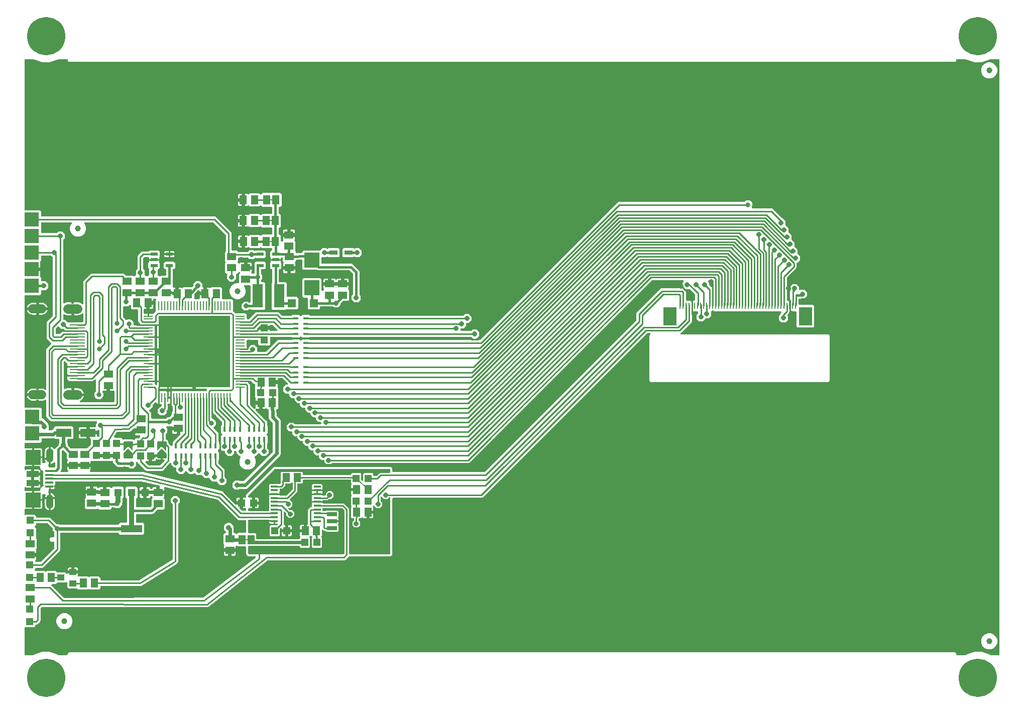
<source format=gbr>
G04 EAGLE Gerber RS-274X export*
G75*
%MOMM*%
%FSLAX34Y34*%
%LPD*%
%INTop Copper*%
%IPPOS*%
%AMOC8*
5,1,8,0,0,1.08239X$1,22.5*%
G01*
%ADD10C,1.650000*%
%ADD11C,1.500000*%
%ADD12R,2.600000X0.250000*%
%ADD13R,0.270000X1.500000*%
%ADD14R,1.500000X0.270000*%
%ADD15R,12.000000X12.000000*%
%ADD16C,0.908000*%
%ADD17R,1.500000X1.300000*%
%ADD18R,1.300000X1.200000*%
%ADD19R,1.200000X1.300000*%
%ADD20R,1.300000X1.500000*%
%ADD21C,0.381000*%
%ADD22C,6.451600*%
%ADD23C,1.000000*%
%ADD24R,1.200000X0.550000*%
%ADD25R,1.300000X1.300000*%
%ADD26R,3.600000X1.300000*%
%ADD27R,2.500000X2.500000*%
%ADD28C,1.208000*%
%ADD29R,1.350000X0.400000*%
%ADD30R,2.000000X1.000000*%
%ADD31R,1.270000X0.304800*%
%ADD32R,1.700000X0.700000*%
%ADD33R,0.900000X0.450000*%
%ADD34R,0.450000X0.900000*%
%ADD35R,1.200000X1.200000*%
%ADD36R,1.800000X4.000000*%
%ADD37R,1.400000X1.400000*%
%ADD38R,2.540000X2.540000*%
%ADD39R,1.200000X1.000000*%
%ADD40R,0.250000X1.100000*%
%ADD41R,2.300000X3.100000*%
%ADD42R,2.400000X2.400000*%
%ADD43R,1.168400X1.600200*%
%ADD44R,0.635000X0.203200*%
%ADD45R,1.350000X0.800000*%
%ADD46R,2.600000X1.400000*%
%ADD47C,0.250000*%
%ADD48C,0.400000*%
%ADD49P,0.872839X8X22.500000*%
%ADD50C,0.806400*%
%ADD51C,0.304800*%
%ADD52C,0.406400*%
%ADD53C,0.254000*%
%ADD54C,0.609600*%
%ADD55C,0.812800*%
%ADD56C,0.906400*%
%ADD57C,0.203200*%

G36*
X1646027Y78515D02*
X1646027Y78515D01*
X1646063Y78512D01*
X1646199Y78535D01*
X1646335Y78551D01*
X1646369Y78563D01*
X1646404Y78568D01*
X1646531Y78621D01*
X1646661Y78668D01*
X1646690Y78687D01*
X1646723Y78701D01*
X1646835Y78782D01*
X1646950Y78857D01*
X1646975Y78883D01*
X1647003Y78903D01*
X1647094Y79007D01*
X1647189Y79107D01*
X1647207Y79138D01*
X1647230Y79164D01*
X1647294Y79287D01*
X1647364Y79405D01*
X1647374Y79439D01*
X1647391Y79471D01*
X1647425Y79604D01*
X1647466Y79736D01*
X1647468Y79771D01*
X1647477Y79805D01*
X1647491Y80010D01*
X1647491Y1082010D01*
X1647487Y1082045D01*
X1647490Y1082081D01*
X1647467Y1082217D01*
X1647451Y1082353D01*
X1647439Y1082387D01*
X1647434Y1082422D01*
X1647381Y1082549D01*
X1647334Y1082679D01*
X1647315Y1082708D01*
X1647301Y1082741D01*
X1647220Y1082853D01*
X1647145Y1082968D01*
X1647119Y1082993D01*
X1647099Y1083021D01*
X1646995Y1083112D01*
X1646895Y1083207D01*
X1646864Y1083225D01*
X1646838Y1083248D01*
X1646715Y1083312D01*
X1646597Y1083382D01*
X1646563Y1083392D01*
X1646531Y1083409D01*
X1646398Y1083443D01*
X1646266Y1083484D01*
X1646231Y1083486D01*
X1646197Y1083495D01*
X1645992Y1083509D01*
X1632310Y1083509D01*
X1632159Y1083492D01*
X1632007Y1083478D01*
X1631987Y1083472D01*
X1631966Y1083469D01*
X1631824Y1083418D01*
X1631679Y1083370D01*
X1631655Y1083357D01*
X1631641Y1083352D01*
X1631616Y1083335D01*
X1631499Y1083271D01*
X1629322Y1081872D01*
X1617272Y1078334D01*
X1604712Y1078334D01*
X1592662Y1081872D01*
X1590485Y1083271D01*
X1590349Y1083338D01*
X1590214Y1083409D01*
X1590193Y1083414D01*
X1590174Y1083423D01*
X1590026Y1083457D01*
X1589879Y1083495D01*
X1589852Y1083497D01*
X1589837Y1083500D01*
X1589807Y1083500D01*
X1589674Y1083509D01*
X1575992Y1083509D01*
X1575957Y1083505D01*
X1575921Y1083508D01*
X1575785Y1083485D01*
X1575649Y1083469D01*
X1575615Y1083457D01*
X1575580Y1083452D01*
X1575453Y1083399D01*
X1575323Y1083352D01*
X1575294Y1083333D01*
X1575261Y1083319D01*
X1575149Y1083238D01*
X1575034Y1083163D01*
X1575009Y1083137D01*
X1574981Y1083117D01*
X1574890Y1083013D01*
X1574795Y1082913D01*
X1574777Y1082882D01*
X1574754Y1082856D01*
X1574690Y1082733D01*
X1574620Y1082615D01*
X1574610Y1082581D01*
X1574593Y1082549D01*
X1574559Y1082416D01*
X1574518Y1082284D01*
X1574516Y1082249D01*
X1574507Y1082215D01*
X1574493Y1082010D01*
X1574493Y1080560D01*
X1572442Y1078509D01*
X78542Y1078509D01*
X76491Y1080560D01*
X76491Y1082010D01*
X76487Y1082045D01*
X76490Y1082081D01*
X76467Y1082217D01*
X76451Y1082353D01*
X76439Y1082387D01*
X76434Y1082422D01*
X76381Y1082549D01*
X76334Y1082679D01*
X76315Y1082708D01*
X76301Y1082741D01*
X76220Y1082853D01*
X76145Y1082968D01*
X76119Y1082993D01*
X76099Y1083021D01*
X75995Y1083112D01*
X75895Y1083207D01*
X75864Y1083225D01*
X75838Y1083248D01*
X75715Y1083312D01*
X75597Y1083382D01*
X75563Y1083392D01*
X75531Y1083409D01*
X75398Y1083443D01*
X75266Y1083484D01*
X75231Y1083486D01*
X75197Y1083495D01*
X74992Y1083509D01*
X61310Y1083509D01*
X61159Y1083492D01*
X61007Y1083478D01*
X60987Y1083472D01*
X60966Y1083469D01*
X60824Y1083418D01*
X60679Y1083370D01*
X60655Y1083357D01*
X60641Y1083352D01*
X60616Y1083335D01*
X60499Y1083271D01*
X58322Y1081872D01*
X46272Y1078334D01*
X33712Y1078334D01*
X21662Y1081872D01*
X19485Y1083271D01*
X19349Y1083338D01*
X19214Y1083409D01*
X19193Y1083414D01*
X19174Y1083423D01*
X19026Y1083457D01*
X18879Y1083495D01*
X18852Y1083497D01*
X18837Y1083500D01*
X18807Y1083500D01*
X18674Y1083509D01*
X4992Y1083509D01*
X4957Y1083505D01*
X4921Y1083508D01*
X4785Y1083485D01*
X4649Y1083469D01*
X4615Y1083457D01*
X4580Y1083452D01*
X4453Y1083399D01*
X4323Y1083352D01*
X4294Y1083333D01*
X4261Y1083319D01*
X4149Y1083238D01*
X4034Y1083163D01*
X4009Y1083137D01*
X3981Y1083117D01*
X3890Y1083013D01*
X3795Y1082913D01*
X3777Y1082882D01*
X3754Y1082856D01*
X3690Y1082733D01*
X3620Y1082615D01*
X3610Y1082581D01*
X3593Y1082549D01*
X3559Y1082416D01*
X3518Y1082284D01*
X3516Y1082249D01*
X3507Y1082215D01*
X3493Y1082010D01*
X3493Y830010D01*
X3497Y829975D01*
X3494Y829939D01*
X3517Y829803D01*
X3533Y829667D01*
X3545Y829633D01*
X3550Y829598D01*
X3603Y829471D01*
X3650Y829341D01*
X3669Y829312D01*
X3683Y829279D01*
X3764Y829167D01*
X3839Y829052D01*
X3865Y829027D01*
X3885Y828999D01*
X3989Y828908D01*
X4089Y828813D01*
X4120Y828795D01*
X4146Y828772D01*
X4269Y828708D01*
X4387Y828638D01*
X4421Y828628D01*
X4453Y828611D01*
X4586Y828577D01*
X4718Y828536D01*
X4753Y828534D01*
X4787Y828525D01*
X4992Y828511D01*
X29442Y828511D01*
X31493Y826460D01*
X31493Y819280D01*
X31497Y819245D01*
X31494Y819209D01*
X31517Y819073D01*
X31533Y818937D01*
X31545Y818903D01*
X31550Y818868D01*
X31603Y818741D01*
X31650Y818611D01*
X31669Y818582D01*
X31683Y818549D01*
X31764Y818437D01*
X31839Y818322D01*
X31865Y818297D01*
X31885Y818269D01*
X31989Y818178D01*
X32089Y818083D01*
X32120Y818065D01*
X32146Y818042D01*
X32269Y817978D01*
X32387Y817908D01*
X32421Y817898D01*
X32453Y817881D01*
X32586Y817847D01*
X32718Y817806D01*
X32753Y817804D01*
X32787Y817795D01*
X32992Y817781D01*
X324941Y817781D01*
X326694Y817054D01*
X352036Y791712D01*
X352763Y789959D01*
X352763Y762010D01*
X352767Y761975D01*
X352764Y761939D01*
X352787Y761803D01*
X352803Y761667D01*
X352815Y761633D01*
X352820Y761598D01*
X352873Y761471D01*
X352920Y761341D01*
X352939Y761312D01*
X352953Y761279D01*
X353034Y761167D01*
X353109Y761052D01*
X353135Y761027D01*
X353155Y760999D01*
X353259Y760908D01*
X353359Y760813D01*
X353390Y760795D01*
X353416Y760772D01*
X353539Y760708D01*
X353657Y760638D01*
X353691Y760628D01*
X353723Y760611D01*
X353856Y760577D01*
X353988Y760536D01*
X354023Y760534D01*
X354057Y760525D01*
X354262Y760511D01*
X361942Y760511D01*
X363733Y758720D01*
X363842Y758633D01*
X363947Y758542D01*
X363977Y758526D01*
X364004Y758505D01*
X364130Y758446D01*
X364254Y758381D01*
X364286Y758373D01*
X364317Y758358D01*
X364453Y758330D01*
X364588Y758295D01*
X364633Y758292D01*
X364655Y758287D01*
X364689Y758288D01*
X364793Y758281D01*
X379989Y758281D01*
X380127Y758297D01*
X380266Y758307D01*
X380299Y758317D01*
X380332Y758321D01*
X380463Y758368D01*
X380596Y758409D01*
X380626Y758427D01*
X380657Y758438D01*
X380774Y758514D01*
X380894Y758585D01*
X380928Y758615D01*
X380947Y758627D01*
X380970Y758651D01*
X381049Y758720D01*
X383372Y761043D01*
X389612Y761043D01*
X390173Y760482D01*
X390282Y760395D01*
X390388Y760304D01*
X390418Y760288D01*
X390444Y760267D01*
X390570Y760208D01*
X390694Y760143D01*
X390726Y760135D01*
X390757Y760120D01*
X390893Y760092D01*
X391028Y760057D01*
X391074Y760054D01*
X391095Y760049D01*
X391129Y760050D01*
X391233Y760043D01*
X392202Y760043D01*
X392340Y760059D01*
X392480Y760069D01*
X392512Y760079D01*
X392545Y760083D01*
X392676Y760130D01*
X392810Y760171D01*
X392839Y760189D01*
X392871Y760200D01*
X392988Y760276D01*
X393107Y760347D01*
X393141Y760377D01*
X393160Y760389D01*
X393183Y760413D01*
X393262Y760482D01*
X393541Y760761D01*
X408441Y760761D01*
X410492Y758710D01*
X410492Y750310D01*
X408441Y748259D01*
X393465Y748259D01*
X393446Y748273D01*
X393318Y748326D01*
X393194Y748384D01*
X393159Y748391D01*
X393126Y748405D01*
X392990Y748427D01*
X392855Y748455D01*
X392820Y748454D01*
X392785Y748460D01*
X392647Y748450D01*
X392510Y748447D01*
X392475Y748438D01*
X392440Y748436D01*
X392309Y748395D01*
X392175Y748360D01*
X392144Y748344D01*
X392110Y748333D01*
X391992Y748263D01*
X391869Y748199D01*
X391843Y748175D01*
X391812Y748157D01*
X391657Y748023D01*
X389612Y745977D01*
X383372Y745977D01*
X381049Y748300D01*
X380940Y748387D01*
X380834Y748478D01*
X380804Y748494D01*
X380778Y748515D01*
X380652Y748574D01*
X380528Y748639D01*
X380496Y748647D01*
X380465Y748662D01*
X380329Y748690D01*
X380194Y748725D01*
X380148Y748728D01*
X380127Y748733D01*
X380093Y748732D01*
X379989Y748739D01*
X365492Y748739D01*
X365457Y748735D01*
X365421Y748738D01*
X365285Y748715D01*
X365149Y748699D01*
X365115Y748687D01*
X365080Y748682D01*
X364953Y748629D01*
X364823Y748582D01*
X364794Y748563D01*
X364761Y748549D01*
X364649Y748468D01*
X364534Y748393D01*
X364509Y748367D01*
X364481Y748347D01*
X364390Y748243D01*
X364295Y748143D01*
X364277Y748112D01*
X364254Y748086D01*
X364190Y747963D01*
X364120Y747845D01*
X364110Y747811D01*
X364093Y747779D01*
X364059Y747646D01*
X364018Y747514D01*
X364016Y747479D01*
X364007Y747445D01*
X363993Y747240D01*
X363993Y742560D01*
X363503Y742070D01*
X363481Y742042D01*
X363454Y742019D01*
X363374Y741907D01*
X363288Y741799D01*
X363273Y741767D01*
X363253Y741738D01*
X363200Y741611D01*
X363141Y741486D01*
X363134Y741451D01*
X363121Y741419D01*
X363098Y741282D01*
X363070Y741148D01*
X363071Y741112D01*
X363065Y741077D01*
X363075Y740940D01*
X363078Y740802D01*
X363087Y740768D01*
X363090Y740732D01*
X363131Y740601D01*
X363165Y740468D01*
X363182Y740436D01*
X363192Y740402D01*
X363263Y740284D01*
X363327Y740162D01*
X363350Y740135D01*
X363368Y740104D01*
X363503Y739950D01*
X364245Y739208D01*
X364282Y739142D01*
X364314Y739108D01*
X364339Y739070D01*
X364431Y738982D01*
X364517Y738888D01*
X364556Y738863D01*
X364589Y738831D01*
X364699Y738766D01*
X364804Y738695D01*
X364847Y738679D01*
X364887Y738656D01*
X365009Y738618D01*
X365128Y738573D01*
X365173Y738567D01*
X365218Y738554D01*
X365345Y738545D01*
X365471Y738529D01*
X365516Y738533D01*
X365563Y738530D01*
X365688Y738551D01*
X365815Y738564D01*
X365858Y738579D01*
X365904Y738586D01*
X366021Y738635D01*
X366141Y738676D01*
X366181Y738701D01*
X366223Y738719D01*
X366326Y738793D01*
X366434Y738861D01*
X366466Y738894D01*
X366503Y738921D01*
X366587Y739017D01*
X366676Y739108D01*
X366711Y739161D01*
X366730Y739182D01*
X366745Y739211D01*
X366790Y739278D01*
X366959Y739570D01*
X367432Y740043D01*
X368011Y740378D01*
X368657Y740551D01*
X373493Y740551D01*
X373493Y733010D01*
X373497Y732975D01*
X373494Y732940D01*
X373517Y732803D01*
X373533Y732667D01*
X373545Y732633D01*
X373550Y732598D01*
X373603Y732471D01*
X373650Y732341D01*
X373670Y732312D01*
X373683Y732279D01*
X373764Y732167D01*
X373839Y732052D01*
X373865Y732027D01*
X373885Y731999D01*
X373990Y731908D01*
X374089Y731813D01*
X374120Y731795D01*
X374146Y731772D01*
X374269Y731708D01*
X374387Y731638D01*
X374421Y731628D01*
X374453Y731611D01*
X374586Y731577D01*
X374718Y731536D01*
X374753Y731534D01*
X374787Y731525D01*
X374992Y731511D01*
X376493Y731511D01*
X376493Y730010D01*
X376497Y729975D01*
X376495Y729939D01*
X376517Y729803D01*
X376533Y729667D01*
X376545Y729633D01*
X376551Y729598D01*
X376603Y729471D01*
X376650Y729341D01*
X376670Y729312D01*
X376683Y729279D01*
X376764Y729167D01*
X376839Y729052D01*
X376865Y729027D01*
X376885Y728999D01*
X376990Y728908D01*
X377089Y728813D01*
X377120Y728795D01*
X377147Y728772D01*
X377269Y728708D01*
X377387Y728638D01*
X377421Y728628D01*
X377453Y728611D01*
X377586Y728577D01*
X377718Y728536D01*
X377753Y728534D01*
X377787Y728525D01*
X377992Y728511D01*
X386533Y728511D01*
X386533Y724675D01*
X386360Y724029D01*
X386222Y723792D01*
X386190Y723717D01*
X386149Y723647D01*
X386122Y723559D01*
X386085Y723474D01*
X386071Y723394D01*
X386047Y723316D01*
X386040Y723225D01*
X386024Y723134D01*
X386029Y723053D01*
X386023Y722971D01*
X386038Y722881D01*
X386043Y722789D01*
X386066Y722711D01*
X386079Y722630D01*
X386114Y722545D01*
X386140Y722457D01*
X386181Y722386D01*
X386212Y722311D01*
X386266Y722236D01*
X386311Y722156D01*
X386366Y722097D01*
X386414Y722031D01*
X386484Y721970D01*
X386546Y721903D01*
X386614Y721857D01*
X386675Y721804D01*
X386757Y721761D01*
X386833Y721710D01*
X386909Y721681D01*
X386981Y721643D01*
X387071Y721620D01*
X387156Y721588D01*
X387237Y721577D01*
X387316Y721557D01*
X387478Y721546D01*
X387499Y721543D01*
X387507Y721544D01*
X387521Y721543D01*
X389960Y721543D01*
X389995Y721547D01*
X390031Y721544D01*
X390167Y721567D01*
X390303Y721583D01*
X390337Y721595D01*
X390372Y721600D01*
X390499Y721653D01*
X390629Y721700D01*
X390658Y721719D01*
X390691Y721733D01*
X390803Y721814D01*
X390918Y721889D01*
X390943Y721915D01*
X390971Y721935D01*
X391062Y722039D01*
X391157Y722139D01*
X391175Y722170D01*
X391198Y722196D01*
X391262Y722319D01*
X391332Y722437D01*
X391342Y722471D01*
X391359Y722503D01*
X391393Y722636D01*
X391434Y722768D01*
X391436Y722803D01*
X391445Y722837D01*
X391459Y723042D01*
X391459Y736702D01*
X391471Y736742D01*
X391472Y736761D01*
X391476Y736779D01*
X391490Y736984D01*
X391490Y739710D01*
X393541Y741761D01*
X408441Y741761D01*
X410492Y739710D01*
X410492Y731310D01*
X408441Y729259D01*
X404024Y729259D01*
X403989Y729255D01*
X403953Y729258D01*
X403817Y729235D01*
X403681Y729219D01*
X403647Y729207D01*
X403612Y729202D01*
X403485Y729149D01*
X403355Y729102D01*
X403326Y729083D01*
X403293Y729069D01*
X403181Y728988D01*
X403066Y728913D01*
X403041Y728887D01*
X403013Y728867D01*
X402922Y728763D01*
X402827Y728663D01*
X402809Y728632D01*
X402786Y728606D01*
X402722Y728483D01*
X402652Y728365D01*
X402642Y728331D01*
X402625Y728299D01*
X402591Y728166D01*
X402550Y728034D01*
X402548Y727999D01*
X402539Y727965D01*
X402525Y727760D01*
X402525Y721751D01*
X402541Y721613D01*
X402551Y721474D01*
X402561Y721441D01*
X402565Y721408D01*
X402612Y721277D01*
X402653Y721144D01*
X402671Y721114D01*
X402682Y721083D01*
X402758Y720966D01*
X402829Y720846D01*
X402859Y720812D01*
X402871Y720793D01*
X402895Y720770D01*
X402964Y720691D01*
X404525Y719130D01*
X404525Y712890D01*
X402964Y711329D01*
X402877Y711220D01*
X402786Y711114D01*
X402770Y711084D01*
X402749Y711058D01*
X402690Y710932D01*
X402625Y710808D01*
X402617Y710776D01*
X402602Y710745D01*
X402574Y710609D01*
X402539Y710474D01*
X402536Y710428D01*
X402531Y710407D01*
X402532Y710373D01*
X402525Y710269D01*
X402525Y709010D01*
X402529Y708975D01*
X402526Y708939D01*
X402549Y708803D01*
X402565Y708667D01*
X402577Y708633D01*
X402582Y708598D01*
X402635Y708471D01*
X402682Y708341D01*
X402701Y708312D01*
X402715Y708279D01*
X402796Y708167D01*
X402871Y708052D01*
X402897Y708027D01*
X402917Y707999D01*
X403021Y707908D01*
X403121Y707813D01*
X403152Y707795D01*
X403178Y707772D01*
X403301Y707708D01*
X403419Y707638D01*
X403453Y707628D01*
X403485Y707611D01*
X403618Y707577D01*
X403750Y707536D01*
X403785Y707534D01*
X403819Y707525D01*
X404024Y707511D01*
X407442Y707511D01*
X409493Y705460D01*
X409493Y662560D01*
X407442Y660509D01*
X386542Y660509D01*
X386013Y661038D01*
X385904Y661125D01*
X385799Y661216D01*
X385769Y661232D01*
X385742Y661253D01*
X385616Y661312D01*
X385492Y661377D01*
X385460Y661385D01*
X385429Y661400D01*
X385293Y661428D01*
X385158Y661463D01*
X385113Y661466D01*
X385091Y661471D01*
X385057Y661470D01*
X384953Y661477D01*
X382733Y661477D01*
X382595Y661461D01*
X382456Y661451D01*
X382423Y661441D01*
X382390Y661437D01*
X382259Y661390D01*
X382126Y661349D01*
X382096Y661331D01*
X382065Y661320D01*
X381948Y661244D01*
X381828Y661173D01*
X381794Y661143D01*
X381775Y661131D01*
X381752Y661107D01*
X381673Y661038D01*
X380112Y659477D01*
X373872Y659477D01*
X369459Y663890D01*
X369459Y670130D01*
X373872Y674543D01*
X380112Y674543D01*
X381673Y672982D01*
X381782Y672895D01*
X381888Y672804D01*
X381918Y672788D01*
X381944Y672767D01*
X382070Y672708D01*
X382194Y672643D01*
X382226Y672635D01*
X382257Y672620D01*
X382393Y672592D01*
X382528Y672557D01*
X382574Y672554D01*
X382595Y672549D01*
X382629Y672550D01*
X382733Y672543D01*
X382992Y672543D01*
X383027Y672547D01*
X383063Y672544D01*
X383199Y672567D01*
X383335Y672583D01*
X383369Y672595D01*
X383404Y672600D01*
X383531Y672653D01*
X383661Y672700D01*
X383690Y672719D01*
X383723Y672733D01*
X383835Y672814D01*
X383950Y672889D01*
X383975Y672915D01*
X384003Y672935D01*
X384094Y673039D01*
X384189Y673139D01*
X384207Y673170D01*
X384230Y673196D01*
X384294Y673319D01*
X384364Y673437D01*
X384374Y673471D01*
X384391Y673503D01*
X384425Y673636D01*
X384466Y673768D01*
X384468Y673803D01*
X384477Y673837D01*
X384491Y674042D01*
X384491Y701010D01*
X384487Y701045D01*
X384490Y701081D01*
X384467Y701217D01*
X384451Y701353D01*
X384439Y701387D01*
X384434Y701422D01*
X384381Y701549D01*
X384334Y701679D01*
X384315Y701708D01*
X384301Y701741D01*
X384221Y701853D01*
X384145Y701968D01*
X384119Y701993D01*
X384099Y702021D01*
X383995Y702112D01*
X383895Y702207D01*
X383864Y702225D01*
X383838Y702248D01*
X383715Y702312D01*
X383597Y702382D01*
X383563Y702392D01*
X383531Y702409D01*
X383398Y702443D01*
X383266Y702484D01*
X383231Y702486D01*
X383197Y702495D01*
X382992Y702509D01*
X375205Y702509D01*
X375101Y702497D01*
X374997Y702495D01*
X374930Y702477D01*
X374862Y702469D01*
X374764Y702434D01*
X374663Y702408D01*
X374601Y702375D01*
X374537Y702352D01*
X374449Y702295D01*
X374357Y702246D01*
X374305Y702201D01*
X374247Y702163D01*
X374175Y702088D01*
X374096Y702019D01*
X374056Y701963D01*
X374008Y701913D01*
X373955Y701823D01*
X373895Y701738D01*
X373868Y701674D01*
X373833Y701615D01*
X373802Y701515D01*
X373763Y701419D01*
X373752Y701350D01*
X373731Y701284D01*
X373724Y701180D01*
X373707Y701077D01*
X373712Y701008D01*
X373708Y700939D01*
X373724Y700836D01*
X373732Y700732D01*
X373752Y700666D01*
X373764Y700598D01*
X373804Y700502D01*
X373835Y700402D01*
X373870Y700343D01*
X373896Y700279D01*
X373957Y700194D01*
X374010Y700105D01*
X374079Y700026D01*
X374098Y699999D01*
X374115Y699984D01*
X374145Y699950D01*
X374437Y699658D01*
X376493Y694695D01*
X376493Y689325D01*
X374437Y684362D01*
X370640Y680565D01*
X365677Y678509D01*
X360307Y678509D01*
X355344Y680565D01*
X351547Y684362D01*
X349491Y689325D01*
X349491Y694695D01*
X351547Y699658D01*
X355344Y703455D01*
X360307Y705511D01*
X363992Y705511D01*
X364027Y705515D01*
X364063Y705512D01*
X364199Y705535D01*
X364335Y705551D01*
X364369Y705563D01*
X364404Y705568D01*
X364531Y705621D01*
X364661Y705668D01*
X364690Y705687D01*
X364723Y705701D01*
X364835Y705782D01*
X364950Y705857D01*
X364975Y705883D01*
X365003Y705903D01*
X365094Y706007D01*
X365189Y706107D01*
X365207Y706138D01*
X365230Y706164D01*
X365294Y706287D01*
X365364Y706405D01*
X365374Y706439D01*
X365391Y706471D01*
X365425Y706604D01*
X365466Y706736D01*
X365468Y706771D01*
X365477Y706805D01*
X365491Y707010D01*
X365491Y720460D01*
X366703Y721671D01*
X366710Y721681D01*
X366720Y721689D01*
X366818Y721817D01*
X366917Y721942D01*
X366923Y721954D01*
X366930Y721964D01*
X366996Y722110D01*
X367064Y722255D01*
X367067Y722268D01*
X367072Y722279D01*
X367102Y722436D01*
X367135Y722594D01*
X367135Y722606D01*
X367137Y722618D01*
X367131Y722779D01*
X367127Y722939D01*
X367124Y722951D01*
X367124Y722964D01*
X367081Y723118D01*
X367040Y723274D01*
X367034Y723285D01*
X367031Y723297D01*
X366941Y723481D01*
X366790Y723742D01*
X366715Y723844D01*
X366645Y723950D01*
X366612Y723982D01*
X366584Y724019D01*
X366487Y724101D01*
X366395Y724189D01*
X366355Y724212D01*
X366320Y724242D01*
X366206Y724300D01*
X366097Y724364D01*
X366053Y724378D01*
X366011Y724399D01*
X365888Y724429D01*
X365766Y724466D01*
X365720Y724469D01*
X365675Y724480D01*
X365549Y724481D01*
X365421Y724490D01*
X365376Y724482D01*
X365330Y724483D01*
X365206Y724454D01*
X365080Y724434D01*
X365038Y724416D01*
X364993Y724406D01*
X364878Y724350D01*
X364761Y724301D01*
X364724Y724274D01*
X364682Y724254D01*
X364584Y724173D01*
X364481Y724099D01*
X364450Y724064D01*
X364415Y724035D01*
X364337Y723934D01*
X364254Y723838D01*
X364235Y723803D01*
X361942Y721509D01*
X361765Y721509D01*
X361661Y721497D01*
X361557Y721495D01*
X361490Y721477D01*
X361422Y721469D01*
X361324Y721434D01*
X361223Y721408D01*
X361162Y721375D01*
X361096Y721352D01*
X361009Y721295D01*
X360917Y721246D01*
X360865Y721201D01*
X360807Y721163D01*
X360735Y721088D01*
X360656Y721019D01*
X360616Y720963D01*
X360568Y720913D01*
X360515Y720823D01*
X360455Y720738D01*
X360428Y720674D01*
X360393Y720615D01*
X360362Y720515D01*
X360323Y720419D01*
X360312Y720350D01*
X360291Y720284D01*
X360284Y720180D01*
X360267Y720077D01*
X360272Y720008D01*
X360268Y719939D01*
X360284Y719836D01*
X360292Y719732D01*
X360312Y719666D01*
X360324Y719598D01*
X360364Y719502D01*
X360395Y719402D01*
X360430Y719343D01*
X360456Y719279D01*
X360517Y719194D01*
X360525Y719182D01*
X360525Y712890D01*
X356112Y708477D01*
X349872Y708477D01*
X345459Y712890D01*
X345459Y719177D01*
X345494Y719221D01*
X345538Y719315D01*
X345591Y719405D01*
X345611Y719471D01*
X345641Y719534D01*
X345662Y719636D01*
X345693Y719736D01*
X345698Y719805D01*
X345712Y719872D01*
X345709Y719976D01*
X345716Y720081D01*
X345705Y720149D01*
X345704Y720218D01*
X345677Y720319D01*
X345660Y720422D01*
X345634Y720486D01*
X345617Y720552D01*
X345568Y720645D01*
X345528Y720741D01*
X345487Y720797D01*
X345455Y720858D01*
X345387Y720937D01*
X345326Y721021D01*
X345273Y721067D01*
X345228Y721119D01*
X345143Y721180D01*
X345064Y721248D01*
X345003Y721280D01*
X344947Y721320D01*
X344851Y721360D01*
X344758Y721409D01*
X344691Y721426D01*
X344628Y721452D01*
X344525Y721469D01*
X344424Y721495D01*
X344319Y721502D01*
X344286Y721508D01*
X344264Y721506D01*
X344219Y721509D01*
X344042Y721509D01*
X341991Y723560D01*
X341991Y739460D01*
X342481Y739950D01*
X342503Y739978D01*
X342530Y740001D01*
X342610Y740113D01*
X342696Y740221D01*
X342711Y740253D01*
X342731Y740282D01*
X342784Y740409D01*
X342843Y740534D01*
X342850Y740569D01*
X342863Y740601D01*
X342886Y740738D01*
X342914Y740872D01*
X342913Y740908D01*
X342919Y740943D01*
X342909Y741080D01*
X342906Y741218D01*
X342897Y741252D01*
X342894Y741288D01*
X342853Y741419D01*
X342819Y741552D01*
X342802Y741584D01*
X342792Y741618D01*
X342722Y741736D01*
X342657Y741858D01*
X342634Y741885D01*
X342616Y741915D01*
X342481Y742070D01*
X341991Y742560D01*
X341991Y758460D01*
X342782Y759251D01*
X342869Y759360D01*
X342960Y759466D01*
X342976Y759496D01*
X342997Y759522D01*
X343056Y759648D01*
X343121Y759772D01*
X343129Y759804D01*
X343144Y759835D01*
X343172Y759971D01*
X343207Y760106D01*
X343210Y760152D01*
X343215Y760173D01*
X343214Y760207D01*
X343221Y760311D01*
X343221Y786413D01*
X343205Y786551D01*
X343195Y786690D01*
X343185Y786723D01*
X343181Y786756D01*
X343134Y786887D01*
X343093Y787021D01*
X343075Y787050D01*
X343064Y787081D01*
X342988Y787198D01*
X342917Y787318D01*
X342887Y787352D01*
X342875Y787371D01*
X342851Y787394D01*
X342782Y787473D01*
X322455Y807800D01*
X322346Y807887D01*
X322240Y807978D01*
X322210Y807994D01*
X322184Y808015D01*
X322058Y808074D01*
X321934Y808139D01*
X321902Y808147D01*
X321871Y808162D01*
X321735Y808190D01*
X321600Y808225D01*
X321554Y808228D01*
X321533Y808233D01*
X321499Y808232D01*
X321395Y808239D01*
X106005Y808239D01*
X105901Y808227D01*
X105797Y808225D01*
X105730Y808207D01*
X105662Y808199D01*
X105564Y808164D01*
X105463Y808138D01*
X105402Y808105D01*
X105337Y808082D01*
X105249Y808025D01*
X105157Y807976D01*
X105105Y807931D01*
X105047Y807893D01*
X104975Y807818D01*
X104896Y807749D01*
X104856Y807693D01*
X104808Y807643D01*
X104756Y807553D01*
X104695Y807468D01*
X104668Y807404D01*
X104633Y807345D01*
X104603Y807245D01*
X104563Y807149D01*
X104552Y807080D01*
X104531Y807014D01*
X104524Y806910D01*
X104507Y806807D01*
X104512Y806738D01*
X104508Y806669D01*
X104524Y806567D01*
X104532Y806462D01*
X104552Y806396D01*
X104564Y806328D01*
X104604Y806232D01*
X104635Y806132D01*
X104670Y806073D01*
X104696Y806009D01*
X104757Y805924D01*
X104810Y805835D01*
X104879Y805756D01*
X104898Y805729D01*
X104915Y805714D01*
X104945Y805680D01*
X105417Y805208D01*
X107473Y800245D01*
X107473Y794875D01*
X105417Y789912D01*
X101620Y786115D01*
X96657Y784059D01*
X91287Y784059D01*
X86324Y786115D01*
X82527Y789912D01*
X80471Y794875D01*
X80471Y800245D01*
X82527Y805208D01*
X82999Y805680D01*
X83064Y805762D01*
X83136Y805837D01*
X83171Y805897D01*
X83214Y805951D01*
X83258Y806045D01*
X83311Y806135D01*
X83331Y806201D01*
X83360Y806264D01*
X83382Y806366D01*
X83413Y806466D01*
X83417Y806535D01*
X83432Y806602D01*
X83429Y806706D01*
X83436Y806811D01*
X83425Y806879D01*
X83424Y806948D01*
X83397Y807049D01*
X83380Y807152D01*
X83354Y807215D01*
X83337Y807282D01*
X83288Y807375D01*
X83248Y807471D01*
X83207Y807527D01*
X83175Y807588D01*
X83107Y807667D01*
X83046Y807751D01*
X82993Y807797D01*
X82948Y807849D01*
X82863Y807910D01*
X82784Y807978D01*
X82723Y808010D01*
X82667Y808051D01*
X82571Y808090D01*
X82478Y808139D01*
X82411Y808156D01*
X82348Y808182D01*
X82245Y808199D01*
X82144Y808225D01*
X82040Y808232D01*
X82006Y808238D01*
X81984Y808236D01*
X81939Y808239D01*
X32992Y808239D01*
X32957Y808235D01*
X32921Y808238D01*
X32785Y808215D01*
X32649Y808199D01*
X32615Y808187D01*
X32580Y808182D01*
X32453Y808129D01*
X32323Y808082D01*
X32294Y808063D01*
X32261Y808049D01*
X32149Y807968D01*
X32034Y807893D01*
X32009Y807867D01*
X31981Y807847D01*
X31890Y807743D01*
X31795Y807643D01*
X31777Y807612D01*
X31754Y807586D01*
X31690Y807463D01*
X31620Y807345D01*
X31610Y807311D01*
X31593Y807279D01*
X31559Y807146D01*
X31518Y807014D01*
X31516Y806979D01*
X31507Y806945D01*
X31493Y806740D01*
X31493Y791280D01*
X31497Y791245D01*
X31494Y791209D01*
X31517Y791073D01*
X31533Y790937D01*
X31545Y790903D01*
X31550Y790868D01*
X31603Y790741D01*
X31650Y790611D01*
X31669Y790582D01*
X31683Y790549D01*
X31764Y790437D01*
X31839Y790322D01*
X31865Y790297D01*
X31885Y790269D01*
X31989Y790178D01*
X32089Y790083D01*
X32120Y790065D01*
X32146Y790042D01*
X32269Y789978D01*
X32387Y789908D01*
X32421Y789898D01*
X32453Y789881D01*
X32586Y789847D01*
X32718Y789806D01*
X32753Y789804D01*
X32787Y789795D01*
X32992Y789781D01*
X57489Y789781D01*
X57627Y789797D01*
X57766Y789807D01*
X57799Y789817D01*
X57832Y789821D01*
X57963Y789868D01*
X58096Y789909D01*
X58126Y789927D01*
X58157Y789938D01*
X58274Y790014D01*
X58394Y790085D01*
X58428Y790115D01*
X58447Y790127D01*
X58470Y790151D01*
X58549Y790220D01*
X60872Y792543D01*
X67112Y792543D01*
X71525Y788130D01*
X71525Y781890D01*
X69202Y779567D01*
X69115Y779458D01*
X69024Y779352D01*
X69008Y779322D01*
X68987Y779296D01*
X68928Y779170D01*
X68863Y779046D01*
X68855Y779014D01*
X68840Y778983D01*
X68812Y778847D01*
X68777Y778712D01*
X68774Y778666D01*
X68769Y778645D01*
X68770Y778611D01*
X68763Y778507D01*
X68763Y673053D01*
X68768Y673011D01*
X68765Y672969D01*
X68788Y672839D01*
X68803Y672709D01*
X68817Y672670D01*
X68824Y672628D01*
X68876Y672507D01*
X68920Y672384D01*
X68943Y672349D01*
X68960Y672310D01*
X69037Y672204D01*
X69109Y672094D01*
X69139Y672065D01*
X69164Y672031D01*
X69264Y671946D01*
X69359Y671856D01*
X69395Y671834D01*
X69428Y671807D01*
X69544Y671747D01*
X69657Y671681D01*
X69698Y671668D01*
X69735Y671649D01*
X69862Y671617D01*
X69988Y671579D01*
X70030Y671576D01*
X70071Y671566D01*
X70202Y671564D01*
X70333Y671555D01*
X70374Y671562D01*
X70416Y671561D01*
X70544Y671590D01*
X70674Y671611D01*
X70713Y671627D01*
X70754Y671636D01*
X70943Y671717D01*
X72500Y672510D01*
X74115Y673035D01*
X75793Y673301D01*
X82643Y673301D01*
X82643Y672010D01*
X82647Y671975D01*
X82644Y671939D01*
X82667Y671803D01*
X82683Y671667D01*
X82695Y671633D01*
X82700Y671598D01*
X82753Y671471D01*
X82800Y671341D01*
X82819Y671312D01*
X82833Y671279D01*
X82914Y671167D01*
X82989Y671052D01*
X83015Y671027D01*
X83035Y670999D01*
X83139Y670908D01*
X83239Y670813D01*
X83270Y670795D01*
X83296Y670772D01*
X83419Y670708D01*
X83537Y670638D01*
X83571Y670628D01*
X83602Y670611D01*
X83736Y670577D01*
X83868Y670536D01*
X83903Y670534D01*
X83937Y670525D01*
X84142Y670511D01*
X85642Y670511D01*
X85677Y670515D01*
X85713Y670512D01*
X85849Y670535D01*
X85985Y670551D01*
X86019Y670563D01*
X86054Y670568D01*
X86181Y670621D01*
X86311Y670668D01*
X86340Y670687D01*
X86373Y670701D01*
X86485Y670782D01*
X86600Y670857D01*
X86625Y670883D01*
X86653Y670903D01*
X86744Y671007D01*
X86839Y671107D01*
X86857Y671138D01*
X86880Y671164D01*
X86944Y671286D01*
X87014Y671405D01*
X87024Y671439D01*
X87041Y671471D01*
X87075Y671604D01*
X87116Y671736D01*
X87118Y671771D01*
X87127Y671805D01*
X87141Y672010D01*
X87141Y673301D01*
X93991Y673301D01*
X95669Y673035D01*
X97284Y672510D01*
X98798Y671739D01*
X100203Y670718D01*
X100244Y670686D01*
X100319Y670614D01*
X100379Y670579D01*
X100433Y670536D01*
X100527Y670492D01*
X100617Y670439D01*
X100683Y670418D01*
X100746Y670389D01*
X100848Y670367D01*
X100948Y670337D01*
X101016Y670332D01*
X101084Y670318D01*
X101188Y670320D01*
X101293Y670313D01*
X101361Y670324D01*
X101430Y670326D01*
X101531Y670352D01*
X101634Y670369D01*
X101697Y670395D01*
X101764Y670413D01*
X101857Y670462D01*
X101953Y670502D01*
X102009Y670542D01*
X102070Y670574D01*
X102149Y670643D01*
X102233Y670704D01*
X102279Y670756D01*
X102331Y670801D01*
X102392Y670886D01*
X102460Y670965D01*
X102492Y671026D01*
X102532Y671082D01*
X102572Y671179D01*
X102621Y671271D01*
X102638Y671338D01*
X102664Y671402D01*
X102681Y671505D01*
X102707Y671606D01*
X102714Y671710D01*
X102720Y671743D01*
X102718Y671765D01*
X102721Y671811D01*
X102721Y707959D01*
X103448Y709712D01*
X114790Y721054D01*
X116543Y721781D01*
X169941Y721781D01*
X171694Y721054D01*
X173799Y718950D01*
X173908Y718863D01*
X174014Y718772D01*
X174044Y718756D01*
X174070Y718735D01*
X174196Y718676D01*
X174320Y718611D01*
X174352Y718603D01*
X174383Y718588D01*
X174519Y718560D01*
X174654Y718525D01*
X174700Y718522D01*
X174721Y718517D01*
X174755Y718518D01*
X174859Y718511D01*
X185942Y718511D01*
X186932Y717521D01*
X186960Y717499D01*
X186983Y717472D01*
X187095Y717392D01*
X187203Y717306D01*
X187235Y717291D01*
X187264Y717271D01*
X187391Y717218D01*
X187516Y717159D01*
X187551Y717152D01*
X187583Y717139D01*
X187720Y717116D01*
X187854Y717088D01*
X187890Y717089D01*
X187925Y717083D01*
X188062Y717093D01*
X188200Y717096D01*
X188234Y717105D01*
X188270Y717108D01*
X188401Y717149D01*
X188534Y717183D01*
X188566Y717200D01*
X188600Y717210D01*
X188718Y717280D01*
X188840Y717345D01*
X188867Y717368D01*
X188897Y717386D01*
X189052Y717521D01*
X190046Y718515D01*
X190167Y718535D01*
X190303Y718551D01*
X190337Y718563D01*
X190372Y718568D01*
X190499Y718621D01*
X190629Y718668D01*
X190658Y718687D01*
X190691Y718701D01*
X190803Y718782D01*
X190918Y718857D01*
X190943Y718883D01*
X190971Y718903D01*
X191062Y719007D01*
X191157Y719107D01*
X191175Y719138D01*
X191198Y719164D01*
X191262Y719287D01*
X191332Y719405D01*
X191342Y719439D01*
X191359Y719471D01*
X191393Y719604D01*
X191434Y719736D01*
X191436Y719771D01*
X191445Y719805D01*
X191459Y720010D01*
X191459Y726630D01*
X193782Y728953D01*
X193869Y729062D01*
X193960Y729168D01*
X193976Y729198D01*
X193997Y729224D01*
X194056Y729350D01*
X194121Y729474D01*
X194129Y729506D01*
X194144Y729537D01*
X194172Y729673D01*
X194207Y729808D01*
X194210Y729854D01*
X194215Y729875D01*
X194214Y729909D01*
X194221Y730013D01*
X194221Y750434D01*
X194948Y752187D01*
X201315Y758554D01*
X203068Y759281D01*
X212440Y759281D01*
X212578Y759297D01*
X212717Y759307D01*
X212750Y759317D01*
X212783Y759321D01*
X212914Y759368D01*
X213048Y759409D01*
X213077Y759427D01*
X213109Y759438D01*
X213225Y759514D01*
X213345Y759585D01*
X213379Y759615D01*
X213398Y759627D01*
X213421Y759651D01*
X213500Y759720D01*
X214541Y760761D01*
X229441Y760761D01*
X231492Y758710D01*
X231492Y750310D01*
X230878Y749697D01*
X230805Y749604D01*
X230781Y749578D01*
X230769Y749559D01*
X230675Y749444D01*
X230671Y749434D01*
X230664Y749426D01*
X230595Y749278D01*
X230524Y749133D01*
X230521Y749122D01*
X230517Y749113D01*
X230484Y748954D01*
X230448Y748796D01*
X230448Y748785D01*
X230446Y748774D01*
X230450Y748612D01*
X230451Y748450D01*
X230454Y748437D01*
X230454Y748429D01*
X230459Y748408D01*
X230490Y748248D01*
X230532Y748094D01*
X230532Y746509D01*
X221991Y746509D01*
X213450Y746509D01*
X213450Y748240D01*
X213446Y748275D01*
X213449Y748311D01*
X213426Y748447D01*
X213410Y748583D01*
X213398Y748617D01*
X213393Y748652D01*
X213340Y748779D01*
X213293Y748909D01*
X213274Y748938D01*
X213260Y748971D01*
X213179Y749083D01*
X213104Y749198D01*
X213078Y749223D01*
X213058Y749251D01*
X212954Y749342D01*
X212854Y749437D01*
X212823Y749455D01*
X212797Y749478D01*
X212674Y749542D01*
X212556Y749612D01*
X212522Y749622D01*
X212490Y749639D01*
X212357Y749673D01*
X212225Y749714D01*
X212190Y749716D01*
X212156Y749725D01*
X211951Y749739D01*
X206614Y749739D01*
X206476Y749723D01*
X206337Y749713D01*
X206304Y749703D01*
X206271Y749699D01*
X206140Y749652D01*
X206006Y749611D01*
X205977Y749593D01*
X205945Y749582D01*
X205829Y749506D01*
X205709Y749435D01*
X205675Y749405D01*
X205656Y749393D01*
X205633Y749369D01*
X205554Y749300D01*
X204202Y747948D01*
X204115Y747839D01*
X204024Y747733D01*
X204008Y747703D01*
X203987Y747677D01*
X203928Y747551D01*
X203863Y747427D01*
X203855Y747395D01*
X203840Y747364D01*
X203812Y747228D01*
X203777Y747093D01*
X203774Y747047D01*
X203769Y747026D01*
X203770Y746992D01*
X203763Y746888D01*
X203763Y730013D01*
X203779Y729875D01*
X203789Y729736D01*
X203799Y729703D01*
X203803Y729670D01*
X203850Y729539D01*
X203891Y729406D01*
X203909Y729376D01*
X203920Y729345D01*
X203996Y729228D01*
X204067Y729108D01*
X204097Y729074D01*
X204109Y729055D01*
X204133Y729032D01*
X204202Y728953D01*
X206525Y726630D01*
X206525Y720010D01*
X206529Y719975D01*
X206526Y719939D01*
X206549Y719803D01*
X206565Y719667D01*
X206577Y719633D01*
X206582Y719598D01*
X206635Y719471D01*
X206682Y719341D01*
X206701Y719312D01*
X206715Y719279D01*
X206796Y719167D01*
X206871Y719052D01*
X206897Y719027D01*
X206917Y718999D01*
X207021Y718908D01*
X207121Y718813D01*
X207152Y718795D01*
X207178Y718772D01*
X207301Y718708D01*
X207419Y718638D01*
X207453Y718628D01*
X207485Y718611D01*
X207618Y718577D01*
X207750Y718536D01*
X207785Y718534D01*
X207819Y718525D01*
X207936Y718517D01*
X208932Y717521D01*
X208960Y717499D01*
X208983Y717472D01*
X209095Y717392D01*
X209203Y717306D01*
X209235Y717291D01*
X209264Y717271D01*
X209391Y717218D01*
X209516Y717159D01*
X209551Y717152D01*
X209583Y717139D01*
X209720Y717116D01*
X209854Y717088D01*
X209890Y717089D01*
X209925Y717083D01*
X210062Y717093D01*
X210200Y717096D01*
X210234Y717105D01*
X210270Y717108D01*
X210401Y717149D01*
X210534Y717183D01*
X210566Y717200D01*
X210600Y717210D01*
X210718Y717280D01*
X210840Y717345D01*
X210867Y717368D01*
X210897Y717386D01*
X211052Y717521D01*
X212042Y718511D01*
X212719Y718511D01*
X212823Y718523D01*
X212927Y718525D01*
X212994Y718543D01*
X213062Y718551D01*
X213160Y718586D01*
X213261Y718612D01*
X213322Y718645D01*
X213388Y718668D01*
X213475Y718725D01*
X213567Y718774D01*
X213619Y718819D01*
X213677Y718857D01*
X213749Y718932D01*
X213828Y719001D01*
X213868Y719057D01*
X213916Y719107D01*
X213969Y719197D01*
X214029Y719282D01*
X214056Y719346D01*
X214091Y719405D01*
X214122Y719505D01*
X214161Y719601D01*
X214172Y719670D01*
X214193Y719736D01*
X214200Y719840D01*
X214217Y719943D01*
X214212Y720012D01*
X214216Y720081D01*
X214200Y720183D01*
X214192Y720288D01*
X214172Y720354D01*
X214160Y720422D01*
X214120Y720518D01*
X214089Y720618D01*
X214054Y720677D01*
X214028Y720741D01*
X213967Y720826D01*
X213914Y720915D01*
X213845Y720994D01*
X213826Y721021D01*
X213809Y721036D01*
X213779Y721070D01*
X213459Y721390D01*
X213459Y727630D01*
X213755Y727925D01*
X213777Y727953D01*
X213803Y727977D01*
X213884Y728088D01*
X213969Y728196D01*
X213984Y728229D01*
X214005Y728257D01*
X214057Y728384D01*
X214116Y728509D01*
X214123Y728544D01*
X214137Y728577D01*
X214159Y728713D01*
X214187Y728848D01*
X214186Y728883D01*
X214192Y728918D01*
X214182Y729056D01*
X214179Y729193D01*
X214170Y729228D01*
X214168Y729263D01*
X214127Y729395D01*
X214092Y729528D01*
X214076Y729559D01*
X214065Y729593D01*
X213995Y729712D01*
X213931Y729834D01*
X213907Y729860D01*
X213889Y729891D01*
X213755Y730046D01*
X212490Y731310D01*
X212490Y739710D01*
X213104Y740323D01*
X213205Y740451D01*
X213307Y740576D01*
X213311Y740586D01*
X213318Y740594D01*
X213387Y740741D01*
X213458Y740887D01*
X213461Y740898D01*
X213465Y740907D01*
X213498Y741066D01*
X213534Y741224D01*
X213534Y741235D01*
X213536Y741246D01*
X213532Y741408D01*
X213531Y741570D01*
X213528Y741583D01*
X213528Y741591D01*
X213523Y741612D01*
X213492Y741772D01*
X213450Y741926D01*
X213450Y743511D01*
X221991Y743511D01*
X230532Y743511D01*
X230532Y741926D01*
X230490Y741772D01*
X230467Y741612D01*
X230441Y741451D01*
X230442Y741440D01*
X230440Y741429D01*
X230454Y741269D01*
X230465Y741106D01*
X230468Y741096D01*
X230469Y741085D01*
X230520Y740930D01*
X230568Y740776D01*
X230573Y740767D01*
X230577Y740756D01*
X230662Y740617D01*
X230744Y740478D01*
X230753Y740468D01*
X230757Y740461D01*
X230772Y740446D01*
X230878Y740323D01*
X231492Y739710D01*
X231492Y731310D01*
X229149Y728968D01*
X229066Y728913D01*
X229041Y728887D01*
X229013Y728867D01*
X228922Y728763D01*
X228827Y728663D01*
X228809Y728632D01*
X228786Y728606D01*
X228722Y728483D01*
X228652Y728365D01*
X228642Y728331D01*
X228625Y728299D01*
X228591Y728166D01*
X228550Y728034D01*
X228548Y727999D01*
X228539Y727965D01*
X228525Y727760D01*
X228525Y721390D01*
X228205Y721070D01*
X228140Y720988D01*
X228068Y720913D01*
X228033Y720853D01*
X227990Y720799D01*
X227946Y720704D01*
X227893Y720615D01*
X227873Y720549D01*
X227843Y720486D01*
X227822Y720384D01*
X227791Y720284D01*
X227786Y720215D01*
X227772Y720148D01*
X227775Y720044D01*
X227768Y719939D01*
X227779Y719871D01*
X227780Y719802D01*
X227807Y719701D01*
X227824Y719598D01*
X227850Y719535D01*
X227867Y719468D01*
X227916Y719375D01*
X227956Y719279D01*
X227997Y719223D01*
X228029Y719162D01*
X228097Y719083D01*
X228158Y718999D01*
X228211Y718953D01*
X228256Y718901D01*
X228341Y718840D01*
X228420Y718772D01*
X228481Y718740D01*
X228537Y718699D01*
X228633Y718660D01*
X228726Y718611D01*
X228793Y718594D01*
X228856Y718568D01*
X228959Y718551D01*
X229060Y718525D01*
X229164Y718518D01*
X229198Y718512D01*
X229220Y718514D01*
X229265Y718511D01*
X229942Y718511D01*
X230932Y717521D01*
X230960Y717499D01*
X230983Y717472D01*
X231095Y717392D01*
X231203Y717306D01*
X231235Y717291D01*
X231264Y717271D01*
X231391Y717218D01*
X231516Y717159D01*
X231551Y717152D01*
X231583Y717139D01*
X231720Y717116D01*
X231854Y717088D01*
X231890Y717089D01*
X231925Y717083D01*
X232062Y717093D01*
X232200Y717096D01*
X232234Y717105D01*
X232270Y717108D01*
X232401Y717149D01*
X232534Y717183D01*
X232566Y717200D01*
X232600Y717210D01*
X232718Y717280D01*
X232840Y717345D01*
X232867Y717368D01*
X232897Y717386D01*
X233052Y717521D01*
X234042Y718511D01*
X240961Y718511D01*
X240996Y718515D01*
X241032Y718512D01*
X241168Y718535D01*
X241304Y718551D01*
X241338Y718563D01*
X241373Y718568D01*
X241500Y718621D01*
X241630Y718668D01*
X241659Y718687D01*
X241692Y718701D01*
X241804Y718782D01*
X241919Y718857D01*
X241944Y718883D01*
X241972Y718903D01*
X242063Y719007D01*
X242158Y719107D01*
X242176Y719138D01*
X242199Y719164D01*
X242263Y719287D01*
X242333Y719405D01*
X242343Y719439D01*
X242360Y719471D01*
X242394Y719604D01*
X242435Y719736D01*
X242437Y719771D01*
X242446Y719805D01*
X242460Y720010D01*
X242460Y727760D01*
X242456Y727795D01*
X242459Y727831D01*
X242436Y727967D01*
X242420Y728103D01*
X242408Y728137D01*
X242403Y728172D01*
X242350Y728299D01*
X242303Y728429D01*
X242284Y728458D01*
X242270Y728491D01*
X242189Y728603D01*
X242114Y728718D01*
X242088Y728743D01*
X242068Y728771D01*
X241964Y728862D01*
X241864Y728957D01*
X241833Y728975D01*
X241807Y728998D01*
X241684Y729062D01*
X241566Y729132D01*
X241532Y729142D01*
X241500Y729159D01*
X241367Y729193D01*
X241235Y729234D01*
X241200Y729236D01*
X241166Y729245D01*
X240961Y729259D01*
X240543Y729259D01*
X238492Y731310D01*
X238492Y739710D01*
X240543Y741761D01*
X255443Y741761D01*
X257494Y739710D01*
X257494Y731310D01*
X255443Y729259D01*
X255025Y729259D01*
X254990Y729255D01*
X254954Y729258D01*
X254818Y729235D01*
X254682Y729219D01*
X254648Y729207D01*
X254613Y729202D01*
X254486Y729149D01*
X254356Y729102D01*
X254327Y729083D01*
X254294Y729069D01*
X254182Y728988D01*
X254067Y728913D01*
X254042Y728887D01*
X254014Y728867D01*
X253923Y728763D01*
X253828Y728663D01*
X253810Y728632D01*
X253787Y728606D01*
X253723Y728483D01*
X253653Y728365D01*
X253643Y728331D01*
X253626Y728299D01*
X253592Y728166D01*
X253551Y728034D01*
X253549Y727999D01*
X253540Y727965D01*
X253526Y727760D01*
X253526Y717548D01*
X253542Y717410D01*
X253552Y717270D01*
X253562Y717238D01*
X253566Y717205D01*
X253613Y717073D01*
X253654Y716940D01*
X253672Y716911D01*
X253683Y716879D01*
X253759Y716763D01*
X253830Y716643D01*
X253860Y716609D01*
X253872Y716590D01*
X253896Y716567D01*
X253965Y716488D01*
X253993Y716460D01*
X253993Y700547D01*
X253978Y700528D01*
X253906Y700453D01*
X253871Y700393D01*
X253828Y700339D01*
X253784Y700245D01*
X253731Y700155D01*
X253711Y700089D01*
X253681Y700026D01*
X253660Y699924D01*
X253629Y699824D01*
X253624Y699755D01*
X253610Y699688D01*
X253613Y699584D01*
X253605Y699479D01*
X253617Y699411D01*
X253618Y699342D01*
X253645Y699241D01*
X253661Y699138D01*
X253688Y699075D01*
X253705Y699008D01*
X253754Y698915D01*
X253794Y698819D01*
X253834Y698763D01*
X253867Y698702D01*
X253935Y698623D01*
X253996Y698539D01*
X254049Y698493D01*
X254094Y698441D01*
X254179Y698380D01*
X254257Y698312D01*
X254319Y698280D01*
X254375Y698239D01*
X254471Y698200D01*
X254564Y698151D01*
X254631Y698134D01*
X254694Y698108D01*
X254797Y698091D01*
X254898Y698065D01*
X255003Y698058D01*
X255036Y698052D01*
X255058Y698054D01*
X255103Y698051D01*
X257993Y698051D01*
X257993Y691009D01*
X251951Y691009D01*
X251951Y691010D01*
X251947Y691045D01*
X251950Y691080D01*
X251927Y691216D01*
X251911Y691353D01*
X251899Y691387D01*
X251894Y691422D01*
X251841Y691549D01*
X251794Y691679D01*
X251775Y691708D01*
X251761Y691741D01*
X251680Y691853D01*
X251605Y691968D01*
X251579Y691993D01*
X251559Y692021D01*
X251455Y692112D01*
X251355Y692207D01*
X251324Y692225D01*
X251298Y692248D01*
X251175Y692312D01*
X251057Y692382D01*
X251023Y692392D01*
X250991Y692409D01*
X250858Y692443D01*
X250726Y692484D01*
X250691Y692486D01*
X250657Y692495D01*
X250452Y692509D01*
X244492Y692509D01*
X244457Y692505D01*
X244422Y692508D01*
X244285Y692485D01*
X244149Y692469D01*
X244115Y692457D01*
X244080Y692452D01*
X243953Y692399D01*
X243823Y692352D01*
X243794Y692332D01*
X243761Y692319D01*
X243649Y692238D01*
X243534Y692163D01*
X243509Y692137D01*
X243481Y692117D01*
X243390Y692012D01*
X243295Y691913D01*
X243277Y691882D01*
X243254Y691855D01*
X243190Y691733D01*
X243120Y691615D01*
X243110Y691581D01*
X243093Y691549D01*
X243059Y691416D01*
X243018Y691284D01*
X243016Y691249D01*
X243007Y691215D01*
X242993Y691010D01*
X242993Y688010D01*
X242997Y687975D01*
X242995Y687939D01*
X243017Y687803D01*
X243033Y687667D01*
X243045Y687633D01*
X243051Y687598D01*
X243103Y687471D01*
X243150Y687341D01*
X243170Y687312D01*
X243183Y687279D01*
X243264Y687167D01*
X243339Y687052D01*
X243365Y687027D01*
X243385Y686999D01*
X243490Y686908D01*
X243589Y686813D01*
X243620Y686795D01*
X243647Y686772D01*
X243769Y686708D01*
X243887Y686638D01*
X243921Y686628D01*
X243953Y686611D01*
X244086Y686577D01*
X244218Y686536D01*
X244253Y686534D01*
X244287Y686525D01*
X244492Y686511D01*
X253033Y686511D01*
X253033Y686510D01*
X253037Y686475D01*
X253034Y686439D01*
X253057Y686303D01*
X253073Y686167D01*
X253085Y686133D01*
X253090Y686098D01*
X253143Y685971D01*
X253190Y685841D01*
X253209Y685812D01*
X253223Y685779D01*
X253304Y685667D01*
X253379Y685552D01*
X253405Y685527D01*
X253425Y685499D01*
X253529Y685408D01*
X253629Y685313D01*
X253660Y685295D01*
X253686Y685272D01*
X253809Y685208D01*
X253927Y685138D01*
X253961Y685128D01*
X253993Y685111D01*
X254126Y685077D01*
X254258Y685036D01*
X254293Y685034D01*
X254327Y685025D01*
X254532Y685011D01*
X259492Y685011D01*
X259527Y685015D01*
X259562Y685012D01*
X259699Y685035D01*
X259835Y685051D01*
X259869Y685063D01*
X259904Y685068D01*
X260031Y685121D01*
X260161Y685168D01*
X260190Y685188D01*
X260223Y685201D01*
X260335Y685282D01*
X260450Y685357D01*
X260475Y685383D01*
X260503Y685403D01*
X260594Y685508D01*
X260689Y685607D01*
X260707Y685638D01*
X260730Y685664D01*
X260794Y685787D01*
X260864Y685905D01*
X260874Y685939D01*
X260891Y685971D01*
X260925Y686104D01*
X260966Y686236D01*
X260968Y686271D01*
X260977Y686305D01*
X260991Y686510D01*
X260991Y688011D01*
X262492Y688011D01*
X262527Y688015D01*
X262562Y688013D01*
X262699Y688035D01*
X262835Y688051D01*
X262869Y688063D01*
X262904Y688069D01*
X263031Y688121D01*
X263161Y688168D01*
X263190Y688188D01*
X263223Y688201D01*
X263335Y688282D01*
X263450Y688357D01*
X263475Y688383D01*
X263503Y688403D01*
X263594Y688508D01*
X263689Y688607D01*
X263707Y688638D01*
X263730Y688665D01*
X263794Y688787D01*
X263864Y688905D01*
X263874Y688939D01*
X263891Y688971D01*
X263925Y689104D01*
X263966Y689236D01*
X263968Y689271D01*
X263977Y689305D01*
X263991Y689510D01*
X263991Y698051D01*
X267827Y698051D01*
X268473Y697878D01*
X269021Y697561D01*
X269032Y697556D01*
X269042Y697549D01*
X269191Y697488D01*
X269338Y697424D01*
X269350Y697422D01*
X269362Y697417D01*
X269521Y697391D01*
X269678Y697363D01*
X269691Y697364D01*
X269703Y697362D01*
X269863Y697373D01*
X270024Y697382D01*
X270036Y697385D01*
X270048Y697386D01*
X270201Y697434D01*
X270355Y697479D01*
X270366Y697485D01*
X270378Y697489D01*
X270517Y697571D01*
X270656Y697650D01*
X270665Y697658D01*
X270676Y697665D01*
X270831Y697799D01*
X272042Y699011D01*
X285547Y699011D01*
X285685Y699027D01*
X285825Y699037D01*
X285857Y699047D01*
X285891Y699051D01*
X286022Y699098D01*
X286155Y699139D01*
X286184Y699157D01*
X286216Y699168D01*
X286333Y699244D01*
X286453Y699315D01*
X286487Y699345D01*
X286506Y699357D01*
X286529Y699381D01*
X286607Y699450D01*
X288020Y700863D01*
X288107Y700972D01*
X288198Y701077D01*
X288214Y701107D01*
X288235Y701134D01*
X288294Y701260D01*
X288359Y701383D01*
X288367Y701416D01*
X288382Y701447D01*
X288410Y701583D01*
X288445Y701718D01*
X288448Y701763D01*
X288453Y701785D01*
X288452Y701819D01*
X288459Y701923D01*
X288459Y704130D01*
X292872Y708543D01*
X299112Y708543D01*
X303525Y704130D01*
X303525Y699550D01*
X303529Y699515D01*
X303526Y699479D01*
X303549Y699343D01*
X303565Y699207D01*
X303577Y699173D01*
X303582Y699138D01*
X303635Y699011D01*
X303682Y698881D01*
X303701Y698852D01*
X303715Y698819D01*
X303796Y698707D01*
X303871Y698592D01*
X303897Y698567D01*
X303917Y698539D01*
X304021Y698448D01*
X304121Y698353D01*
X304152Y698335D01*
X304178Y698312D01*
X304301Y698248D01*
X304419Y698178D01*
X304453Y698168D01*
X304485Y698151D01*
X304618Y698117D01*
X304750Y698076D01*
X304785Y698074D01*
X304819Y698065D01*
X304993Y698053D01*
X304993Y691009D01*
X298951Y691009D01*
X298951Y691978D01*
X298947Y692013D01*
X298950Y692049D01*
X298927Y692185D01*
X298911Y692321D01*
X298899Y692355D01*
X298894Y692390D01*
X298841Y692517D01*
X298794Y692647D01*
X298775Y692676D01*
X298761Y692709D01*
X298680Y692821D01*
X298605Y692936D01*
X298579Y692961D01*
X298559Y692989D01*
X298455Y693080D01*
X298355Y693175D01*
X298324Y693193D01*
X298298Y693216D01*
X298175Y693280D01*
X298057Y693350D01*
X298023Y693360D01*
X297991Y693377D01*
X297858Y693411D01*
X297726Y693452D01*
X297691Y693454D01*
X297657Y693463D01*
X297452Y693477D01*
X296905Y693477D01*
X296767Y693461D01*
X296627Y693451D01*
X296595Y693441D01*
X296561Y693437D01*
X296430Y693390D01*
X296297Y693349D01*
X296268Y693331D01*
X296236Y693320D01*
X296119Y693244D01*
X295999Y693173D01*
X295965Y693143D01*
X295947Y693131D01*
X295923Y693107D01*
X295845Y693038D01*
X290432Y687625D01*
X290345Y687516D01*
X290254Y687411D01*
X290238Y687381D01*
X290217Y687354D01*
X290158Y687228D01*
X290093Y687105D01*
X290085Y687072D01*
X290070Y687041D01*
X290042Y686905D01*
X290007Y686770D01*
X290004Y686725D01*
X289999Y686703D01*
X290000Y686669D01*
X289993Y686565D01*
X289993Y680010D01*
X289997Y679975D01*
X289994Y679939D01*
X290017Y679803D01*
X290033Y679667D01*
X290045Y679633D01*
X290050Y679598D01*
X290103Y679471D01*
X290150Y679341D01*
X290169Y679312D01*
X290183Y679279D01*
X290264Y679167D01*
X290339Y679052D01*
X290365Y679027D01*
X290385Y678999D01*
X290489Y678908D01*
X290589Y678813D01*
X290620Y678795D01*
X290646Y678772D01*
X290769Y678708D01*
X290887Y678638D01*
X290921Y678628D01*
X290953Y678611D01*
X291086Y678577D01*
X291218Y678536D01*
X291253Y678534D01*
X291287Y678525D01*
X291492Y678511D01*
X297452Y678511D01*
X297487Y678515D01*
X297523Y678512D01*
X297659Y678535D01*
X297795Y678551D01*
X297829Y678563D01*
X297864Y678568D01*
X297991Y678621D01*
X298121Y678668D01*
X298150Y678687D01*
X298183Y678701D01*
X298295Y678782D01*
X298410Y678857D01*
X298435Y678883D01*
X298463Y678903D01*
X298554Y679007D01*
X298649Y679107D01*
X298667Y679138D01*
X298690Y679164D01*
X298754Y679287D01*
X298824Y679405D01*
X298834Y679439D01*
X298851Y679471D01*
X298885Y679604D01*
X298926Y679736D01*
X298928Y679771D01*
X298937Y679805D01*
X298951Y680010D01*
X298951Y685011D01*
X306492Y685011D01*
X306527Y685015D01*
X306562Y685012D01*
X306699Y685035D01*
X306835Y685051D01*
X306869Y685063D01*
X306904Y685068D01*
X307031Y685121D01*
X307161Y685168D01*
X307190Y685188D01*
X307223Y685201D01*
X307335Y685282D01*
X307450Y685357D01*
X307475Y685383D01*
X307503Y685403D01*
X307594Y685508D01*
X307689Y685607D01*
X307707Y685638D01*
X307730Y685664D01*
X307794Y685787D01*
X307864Y685905D01*
X307874Y685939D01*
X307891Y685971D01*
X307925Y686104D01*
X307966Y686236D01*
X307968Y686271D01*
X307977Y686305D01*
X307991Y686510D01*
X307991Y688011D01*
X309492Y688011D01*
X309527Y688015D01*
X309562Y688013D01*
X309699Y688035D01*
X309835Y688051D01*
X309869Y688063D01*
X309904Y688069D01*
X310031Y688121D01*
X310161Y688168D01*
X310190Y688188D01*
X310223Y688201D01*
X310335Y688282D01*
X310450Y688357D01*
X310475Y688383D01*
X310503Y688403D01*
X310594Y688508D01*
X310689Y688607D01*
X310707Y688638D01*
X310730Y688665D01*
X310794Y688787D01*
X310864Y688905D01*
X310874Y688939D01*
X310891Y688971D01*
X310925Y689104D01*
X310966Y689236D01*
X310968Y689271D01*
X310977Y689305D01*
X310991Y689510D01*
X310991Y698051D01*
X314827Y698051D01*
X315473Y697878D01*
X316021Y697561D01*
X316032Y697556D01*
X316042Y697549D01*
X316191Y697488D01*
X316338Y697424D01*
X316350Y697422D01*
X316362Y697417D01*
X316521Y697391D01*
X316678Y697363D01*
X316691Y697364D01*
X316703Y697362D01*
X316863Y697373D01*
X317024Y697382D01*
X317036Y697385D01*
X317048Y697386D01*
X317201Y697434D01*
X317355Y697479D01*
X317366Y697485D01*
X317378Y697489D01*
X317517Y697571D01*
X317656Y697650D01*
X317665Y697658D01*
X317676Y697665D01*
X317831Y697799D01*
X319042Y699011D01*
X334942Y699011D01*
X336993Y696960D01*
X336993Y680010D01*
X336997Y679975D01*
X336994Y679939D01*
X337017Y679803D01*
X337033Y679667D01*
X337045Y679633D01*
X337050Y679598D01*
X337103Y679471D01*
X337150Y679341D01*
X337169Y679312D01*
X337183Y679279D01*
X337264Y679167D01*
X337339Y679052D01*
X337365Y679027D01*
X337385Y678999D01*
X337489Y678908D01*
X337589Y678813D01*
X337620Y678795D01*
X337646Y678772D01*
X337769Y678708D01*
X337887Y678638D01*
X337921Y678628D01*
X337953Y678611D01*
X338086Y678577D01*
X338218Y678536D01*
X338253Y678534D01*
X338287Y678525D01*
X338492Y678511D01*
X352792Y678511D01*
X354843Y676460D01*
X354843Y659499D01*
X354859Y659361D01*
X354869Y659221D01*
X354879Y659189D01*
X354883Y659155D01*
X354930Y659024D01*
X354971Y658891D01*
X354989Y658862D01*
X355000Y658830D01*
X355076Y658713D01*
X355147Y658593D01*
X355177Y658559D01*
X355189Y658541D01*
X355213Y658517D01*
X355282Y658439D01*
X358421Y655300D01*
X358530Y655213D01*
X358635Y655122D01*
X358665Y655106D01*
X358692Y655085D01*
X358818Y655026D01*
X358941Y654961D01*
X358974Y654953D01*
X359005Y654938D01*
X359141Y654910D01*
X359276Y654875D01*
X359321Y654872D01*
X359343Y654867D01*
X359377Y654868D01*
X359481Y654861D01*
X376442Y654861D01*
X378493Y652810D01*
X378493Y646280D01*
X378497Y646245D01*
X378494Y646209D01*
X378517Y646073D01*
X378533Y645937D01*
X378545Y645903D01*
X378550Y645868D01*
X378603Y645741D01*
X378650Y645611D01*
X378669Y645582D01*
X378683Y645549D01*
X378764Y645437D01*
X378839Y645322D01*
X378865Y645297D01*
X378885Y645269D01*
X378989Y645178D01*
X379089Y645083D01*
X379120Y645065D01*
X379146Y645042D01*
X379269Y644978D01*
X379387Y644908D01*
X379421Y644898D01*
X379453Y644881D01*
X379586Y644847D01*
X379718Y644806D01*
X379753Y644804D01*
X379787Y644795D01*
X379992Y644781D01*
X381395Y644781D01*
X381533Y644797D01*
X381672Y644807D01*
X381705Y644817D01*
X381738Y644821D01*
X381869Y644868D01*
X382003Y644909D01*
X382032Y644927D01*
X382063Y644938D01*
X382180Y645014D01*
X382300Y645085D01*
X382334Y645115D01*
X382353Y645127D01*
X382376Y645151D01*
X382455Y645220D01*
X393290Y656054D01*
X395043Y656781D01*
X430941Y656781D01*
X432694Y656054D01*
X437529Y651220D01*
X437638Y651133D01*
X437744Y651042D01*
X437774Y651026D01*
X437800Y651005D01*
X437926Y650946D01*
X438050Y650881D01*
X438082Y650873D01*
X438113Y650858D01*
X438249Y650830D01*
X438384Y650795D01*
X438430Y650792D01*
X438451Y650787D01*
X438485Y650788D01*
X438589Y650781D01*
X453441Y650781D01*
X453579Y650797D01*
X453718Y650807D01*
X453751Y650817D01*
X453784Y650821D01*
X453915Y650868D01*
X454049Y650909D01*
X454078Y650927D01*
X454110Y650938D01*
X454226Y651014D01*
X454346Y651085D01*
X454380Y651115D01*
X454399Y651127D01*
X454422Y651151D01*
X454501Y651220D01*
X455042Y651761D01*
X466942Y651761D01*
X468432Y650271D01*
X468460Y650249D01*
X468483Y650222D01*
X468595Y650142D01*
X468703Y650056D01*
X468735Y650041D01*
X468764Y650021D01*
X468891Y649968D01*
X469016Y649909D01*
X469051Y649902D01*
X469083Y649889D01*
X469220Y649866D01*
X469354Y649838D01*
X469390Y649839D01*
X469425Y649833D01*
X469562Y649843D01*
X469700Y649846D01*
X469734Y649855D01*
X469770Y649858D01*
X469901Y649899D01*
X470034Y649933D01*
X470066Y649950D01*
X470100Y649960D01*
X470219Y650031D01*
X470340Y650095D01*
X470367Y650118D01*
X470397Y650136D01*
X470552Y650271D01*
X472042Y651761D01*
X483942Y651761D01*
X484483Y651220D01*
X484592Y651133D01*
X484698Y651042D01*
X484728Y651026D01*
X484754Y651005D01*
X484880Y650946D01*
X485004Y650881D01*
X485036Y650873D01*
X485067Y650858D01*
X485203Y650830D01*
X485338Y650795D01*
X485384Y650792D01*
X485405Y650787D01*
X485439Y650788D01*
X485543Y650781D01*
X742989Y650781D01*
X743127Y650797D01*
X743266Y650807D01*
X743299Y650817D01*
X743332Y650821D01*
X743463Y650868D01*
X743596Y650909D01*
X743626Y650927D01*
X743657Y650938D01*
X743774Y651014D01*
X743894Y651085D01*
X743928Y651115D01*
X743947Y651127D01*
X743970Y651151D01*
X744049Y651220D01*
X746372Y653543D01*
X752612Y653543D01*
X757025Y649130D01*
X757025Y642890D01*
X752612Y638477D01*
X749524Y638477D01*
X749489Y638473D01*
X749453Y638476D01*
X749317Y638453D01*
X749181Y638437D01*
X749147Y638425D01*
X749112Y638420D01*
X748985Y638367D01*
X748855Y638320D01*
X748826Y638301D01*
X748793Y638287D01*
X748681Y638206D01*
X748566Y638131D01*
X748541Y638105D01*
X748513Y638085D01*
X748422Y637981D01*
X748327Y637881D01*
X748309Y637850D01*
X748286Y637824D01*
X748222Y637701D01*
X748152Y637583D01*
X748142Y637549D01*
X748125Y637517D01*
X748091Y637384D01*
X748050Y637252D01*
X748048Y637217D01*
X748039Y637183D01*
X748025Y636978D01*
X748025Y633890D01*
X743612Y629477D01*
X740524Y629477D01*
X740489Y629473D01*
X740453Y629476D01*
X740317Y629453D01*
X740181Y629437D01*
X740147Y629425D01*
X740112Y629420D01*
X739985Y629367D01*
X739855Y629320D01*
X739826Y629301D01*
X739793Y629287D01*
X739681Y629206D01*
X739566Y629131D01*
X739541Y629105D01*
X739513Y629085D01*
X739422Y628981D01*
X739327Y628881D01*
X739309Y628850D01*
X739286Y628824D01*
X739222Y628701D01*
X739152Y628583D01*
X739142Y628549D01*
X739125Y628517D01*
X739091Y628384D01*
X739050Y628252D01*
X739048Y628217D01*
X739039Y628183D01*
X739025Y627978D01*
X739025Y626280D01*
X739029Y626245D01*
X739026Y626209D01*
X739049Y626073D01*
X739065Y625937D01*
X739077Y625903D01*
X739082Y625868D01*
X739135Y625741D01*
X739182Y625611D01*
X739201Y625582D01*
X739215Y625549D01*
X739296Y625437D01*
X739371Y625322D01*
X739397Y625297D01*
X739417Y625269D01*
X739521Y625178D01*
X739621Y625083D01*
X739652Y625065D01*
X739678Y625042D01*
X739801Y624978D01*
X739919Y624908D01*
X739953Y624898D01*
X739985Y624881D01*
X740118Y624847D01*
X740250Y624806D01*
X740285Y624804D01*
X740319Y624795D01*
X740524Y624781D01*
X755989Y624781D01*
X756127Y624797D01*
X756266Y624807D01*
X756299Y624817D01*
X756332Y624821D01*
X756463Y624868D01*
X756596Y624909D01*
X756626Y624927D01*
X756657Y624938D01*
X756774Y625014D01*
X756894Y625085D01*
X756928Y625115D01*
X756947Y625127D01*
X756970Y625151D01*
X757049Y625220D01*
X759372Y627543D01*
X765612Y627543D01*
X770025Y623130D01*
X770025Y616890D01*
X765475Y612340D01*
X765410Y612258D01*
X765338Y612183D01*
X765303Y612123D01*
X765260Y612069D01*
X765216Y611975D01*
X765163Y611885D01*
X765143Y611819D01*
X765113Y611756D01*
X765092Y611654D01*
X765061Y611554D01*
X765056Y611485D01*
X765042Y611418D01*
X765045Y611314D01*
X765038Y611209D01*
X765049Y611141D01*
X765050Y611072D01*
X765077Y610971D01*
X765094Y610868D01*
X765120Y610804D01*
X765137Y610738D01*
X765186Y610645D01*
X765226Y610549D01*
X765267Y610493D01*
X765299Y610432D01*
X765367Y610353D01*
X765428Y610269D01*
X765481Y610223D01*
X765526Y610171D01*
X765611Y610110D01*
X765690Y610042D01*
X765751Y610010D01*
X765807Y609969D01*
X765903Y609930D01*
X765996Y609881D01*
X766063Y609864D01*
X766126Y609838D01*
X766229Y609821D01*
X766330Y609795D01*
X766434Y609788D01*
X766468Y609782D01*
X766490Y609784D01*
X766535Y609781D01*
X770895Y609781D01*
X771033Y609797D01*
X771172Y609807D01*
X771205Y609817D01*
X771238Y609821D01*
X771369Y609868D01*
X771503Y609909D01*
X771532Y609927D01*
X771563Y609938D01*
X771680Y610014D01*
X771800Y610085D01*
X771834Y610115D01*
X771853Y610127D01*
X771876Y610151D01*
X771955Y610220D01*
X1003790Y842054D01*
X1005543Y842781D01*
X1216989Y842781D01*
X1217127Y842797D01*
X1217266Y842807D01*
X1217299Y842817D01*
X1217332Y842821D01*
X1217463Y842868D01*
X1217596Y842909D01*
X1217626Y842927D01*
X1217657Y842938D01*
X1217774Y843014D01*
X1217894Y843085D01*
X1217928Y843115D01*
X1217947Y843127D01*
X1217970Y843151D01*
X1218049Y843220D01*
X1219225Y844396D01*
X1221994Y845543D01*
X1224990Y845543D01*
X1227759Y844396D01*
X1229878Y842277D01*
X1231025Y839508D01*
X1231025Y836512D01*
X1229924Y833854D01*
X1229881Y833704D01*
X1229835Y833554D01*
X1229834Y833537D01*
X1229829Y833521D01*
X1229822Y833366D01*
X1229811Y833209D01*
X1229814Y833193D01*
X1229813Y833176D01*
X1229842Y833022D01*
X1229867Y832868D01*
X1229874Y832853D01*
X1229877Y832836D01*
X1229940Y832693D01*
X1230000Y832549D01*
X1230010Y832535D01*
X1230017Y832520D01*
X1230111Y832395D01*
X1230202Y832269D01*
X1230215Y832257D01*
X1230225Y832244D01*
X1230345Y832144D01*
X1230463Y832042D01*
X1230478Y832034D01*
X1230491Y832023D01*
X1230631Y831954D01*
X1230769Y831881D01*
X1230786Y831877D01*
X1230801Y831869D01*
X1230953Y831834D01*
X1231104Y831795D01*
X1231126Y831793D01*
X1231138Y831791D01*
X1231165Y831791D01*
X1231309Y831781D01*
X1263441Y831781D01*
X1265194Y831054D01*
X1280967Y815282D01*
X1281076Y815195D01*
X1281182Y815104D01*
X1281212Y815088D01*
X1281238Y815067D01*
X1281364Y815008D01*
X1281488Y814943D01*
X1281520Y814935D01*
X1281551Y814920D01*
X1281687Y814892D01*
X1281822Y814857D01*
X1281868Y814854D01*
X1281889Y814849D01*
X1281923Y814850D01*
X1282027Y814843D01*
X1282192Y814843D01*
X1286605Y810430D01*
X1286605Y804051D01*
X1286621Y803913D01*
X1286631Y803774D01*
X1286641Y803741D01*
X1286645Y803708D01*
X1286692Y803577D01*
X1286733Y803444D01*
X1286751Y803414D01*
X1286762Y803383D01*
X1286838Y803266D01*
X1286909Y803146D01*
X1286939Y803112D01*
X1286951Y803093D01*
X1286975Y803070D01*
X1287044Y802991D01*
X1291605Y798430D01*
X1291605Y792051D01*
X1291621Y791913D01*
X1291631Y791774D01*
X1291641Y791741D01*
X1291645Y791708D01*
X1291692Y791577D01*
X1291733Y791443D01*
X1291751Y791414D01*
X1291762Y791383D01*
X1291838Y791266D01*
X1291909Y791146D01*
X1291939Y791112D01*
X1291951Y791093D01*
X1291975Y791070D01*
X1292044Y790991D01*
X1296605Y786430D01*
X1296605Y780051D01*
X1296621Y779913D01*
X1296631Y779774D01*
X1296641Y779741D01*
X1296645Y779708D01*
X1296692Y779577D01*
X1296733Y779443D01*
X1296751Y779414D01*
X1296762Y779383D01*
X1296838Y779266D01*
X1296909Y779146D01*
X1296939Y779112D01*
X1296951Y779093D01*
X1296975Y779070D01*
X1297044Y778991D01*
X1301605Y774430D01*
X1301605Y768051D01*
X1301621Y767913D01*
X1301631Y767774D01*
X1301641Y767741D01*
X1301645Y767708D01*
X1301692Y767577D01*
X1301733Y767444D01*
X1301751Y767414D01*
X1301762Y767383D01*
X1301838Y767266D01*
X1301909Y767146D01*
X1301939Y767112D01*
X1301951Y767093D01*
X1301975Y767070D01*
X1302044Y766991D01*
X1306605Y762430D01*
X1306605Y756051D01*
X1306621Y755913D01*
X1306631Y755774D01*
X1306641Y755741D01*
X1306645Y755708D01*
X1306692Y755577D01*
X1306733Y755443D01*
X1306751Y755414D01*
X1306762Y755383D01*
X1306838Y755266D01*
X1306909Y755146D01*
X1306939Y755112D01*
X1306951Y755093D01*
X1306975Y755070D01*
X1307044Y754991D01*
X1311105Y750930D01*
X1311105Y744690D01*
X1306675Y740260D01*
X1306635Y740253D01*
X1306499Y740237D01*
X1306465Y740225D01*
X1306430Y740220D01*
X1306303Y740167D01*
X1306173Y740120D01*
X1306144Y740101D01*
X1306111Y740087D01*
X1305999Y740006D01*
X1305884Y739931D01*
X1305859Y739905D01*
X1305831Y739885D01*
X1305740Y739780D01*
X1305645Y739681D01*
X1305627Y739650D01*
X1305604Y739624D01*
X1305540Y739501D01*
X1305470Y739383D01*
X1305460Y739349D01*
X1305443Y739317D01*
X1305409Y739184D01*
X1305368Y739052D01*
X1305366Y739017D01*
X1305357Y738983D01*
X1305343Y738778D01*
X1305343Y732361D01*
X1304616Y730608D01*
X1289182Y715173D01*
X1289095Y715064D01*
X1289004Y714958D01*
X1288988Y714928D01*
X1288967Y714902D01*
X1288908Y714776D01*
X1288843Y714652D01*
X1288835Y714620D01*
X1288820Y714589D01*
X1288792Y714453D01*
X1288757Y714318D01*
X1288754Y714272D01*
X1288749Y714251D01*
X1288750Y714217D01*
X1288743Y714113D01*
X1288743Y677510D01*
X1288747Y677475D01*
X1288744Y677439D01*
X1288767Y677303D01*
X1288783Y677167D01*
X1288795Y677133D01*
X1288800Y677098D01*
X1288853Y676971D01*
X1288900Y676841D01*
X1288919Y676812D01*
X1288933Y676779D01*
X1289014Y676667D01*
X1289089Y676552D01*
X1289115Y676527D01*
X1289135Y676499D01*
X1289239Y676408D01*
X1289339Y676313D01*
X1289370Y676295D01*
X1289396Y676272D01*
X1289519Y676208D01*
X1289637Y676138D01*
X1289671Y676128D01*
X1289703Y676111D01*
X1289836Y676077D01*
X1289968Y676036D01*
X1290003Y676034D01*
X1290037Y676025D01*
X1290242Y676011D01*
X1291392Y676011D01*
X1291642Y675761D01*
X1291724Y675696D01*
X1291799Y675624D01*
X1291859Y675589D01*
X1291913Y675546D01*
X1292007Y675502D01*
X1292097Y675449D01*
X1292163Y675429D01*
X1292226Y675399D01*
X1292328Y675378D01*
X1292428Y675347D01*
X1292497Y675342D01*
X1292564Y675328D01*
X1292668Y675331D01*
X1292773Y675323D01*
X1292841Y675335D01*
X1292910Y675336D01*
X1293011Y675363D01*
X1293114Y675379D01*
X1293177Y675406D01*
X1293244Y675423D01*
X1293337Y675472D01*
X1293433Y675512D01*
X1293489Y675552D01*
X1293550Y675585D01*
X1293629Y675653D01*
X1293713Y675714D01*
X1293759Y675767D01*
X1293811Y675812D01*
X1293872Y675897D01*
X1293940Y675975D01*
X1293972Y676037D01*
X1294013Y676093D01*
X1294052Y676189D01*
X1294101Y676282D01*
X1294118Y676349D01*
X1294144Y676412D01*
X1294161Y676515D01*
X1294187Y676616D01*
X1294194Y676720D01*
X1294200Y676754D01*
X1294198Y676776D01*
X1294201Y676821D01*
X1294201Y694659D01*
X1294325Y694958D01*
X1294330Y694976D01*
X1294339Y694992D01*
X1294377Y695141D01*
X1294420Y695291D01*
X1294421Y695309D01*
X1294425Y695327D01*
X1294439Y695532D01*
X1294439Y699830D01*
X1298852Y704243D01*
X1305092Y704243D01*
X1309505Y699830D01*
X1309505Y695515D01*
X1309517Y695411D01*
X1309519Y695307D01*
X1309537Y695240D01*
X1309545Y695172D01*
X1309580Y695074D01*
X1309606Y694973D01*
X1309639Y694912D01*
X1309662Y694846D01*
X1309719Y694759D01*
X1309768Y694667D01*
X1309813Y694615D01*
X1309851Y694557D01*
X1309926Y694485D01*
X1309995Y694406D01*
X1310051Y694366D01*
X1310101Y694318D01*
X1310191Y694265D01*
X1310276Y694205D01*
X1310340Y694178D01*
X1310399Y694143D01*
X1310499Y694112D01*
X1310595Y694073D01*
X1310664Y694062D01*
X1310730Y694041D01*
X1310834Y694034D01*
X1310937Y694017D01*
X1311006Y694022D01*
X1311075Y694018D01*
X1311177Y694034D01*
X1311282Y694042D01*
X1311348Y694062D01*
X1311416Y694074D01*
X1311512Y694114D01*
X1311612Y694145D01*
X1311671Y694180D01*
X1311735Y694206D01*
X1311820Y694267D01*
X1311909Y694320D01*
X1311988Y694389D01*
X1312015Y694408D01*
X1312030Y694425D01*
X1312064Y694455D01*
X1312452Y694843D01*
X1318692Y694843D01*
X1323105Y690430D01*
X1323105Y684190D01*
X1318692Y679777D01*
X1313394Y679777D01*
X1313375Y679775D01*
X1313357Y679777D01*
X1313204Y679755D01*
X1313050Y679737D01*
X1313033Y679731D01*
X1313014Y679728D01*
X1312820Y679663D01*
X1312521Y679539D01*
X1310242Y679539D01*
X1310207Y679535D01*
X1310171Y679538D01*
X1310035Y679515D01*
X1309899Y679499D01*
X1309865Y679487D01*
X1309830Y679482D01*
X1309703Y679429D01*
X1309573Y679382D01*
X1309544Y679363D01*
X1309511Y679349D01*
X1309399Y679268D01*
X1309284Y679193D01*
X1309259Y679167D01*
X1309231Y679147D01*
X1309140Y679043D01*
X1309045Y678943D01*
X1309027Y678912D01*
X1309004Y678886D01*
X1308940Y678763D01*
X1308870Y678645D01*
X1308860Y678611D01*
X1308843Y678579D01*
X1308809Y678446D01*
X1308768Y678314D01*
X1308766Y678279D01*
X1308757Y678245D01*
X1308743Y678040D01*
X1308743Y670510D01*
X1308747Y670475D01*
X1308744Y670439D01*
X1308767Y670303D01*
X1308783Y670167D01*
X1308795Y670133D01*
X1308800Y670098D01*
X1308853Y669971D01*
X1308900Y669841D01*
X1308919Y669812D01*
X1308933Y669779D01*
X1309014Y669667D01*
X1309089Y669552D01*
X1309115Y669527D01*
X1309135Y669499D01*
X1309239Y669408D01*
X1309339Y669313D01*
X1309370Y669295D01*
X1309396Y669272D01*
X1309519Y669208D01*
X1309637Y669138D01*
X1309671Y669128D01*
X1309703Y669111D01*
X1309836Y669077D01*
X1309968Y669036D01*
X1310003Y669034D01*
X1310037Y669025D01*
X1310242Y669011D01*
X1333142Y669011D01*
X1335193Y666960D01*
X1335193Y633060D01*
X1333142Y631009D01*
X1307242Y631009D01*
X1305191Y633060D01*
X1305191Y656510D01*
X1305187Y656545D01*
X1305190Y656581D01*
X1305167Y656717D01*
X1305151Y656853D01*
X1305139Y656887D01*
X1305134Y656922D01*
X1305081Y657049D01*
X1305034Y657179D01*
X1305015Y657208D01*
X1305001Y657241D01*
X1304920Y657353D01*
X1304845Y657468D01*
X1304819Y657493D01*
X1304799Y657521D01*
X1304695Y657612D01*
X1304595Y657707D01*
X1304564Y657725D01*
X1304538Y657748D01*
X1304415Y657812D01*
X1304297Y657882D01*
X1304263Y657892D01*
X1304231Y657909D01*
X1304098Y657943D01*
X1303966Y657984D01*
X1303931Y657986D01*
X1303897Y657995D01*
X1303692Y658009D01*
X1295955Y658009D01*
X1295900Y658055D01*
X1295885Y658063D01*
X1295872Y658073D01*
X1295731Y658139D01*
X1295591Y658209D01*
X1295574Y658213D01*
X1295559Y658220D01*
X1295406Y658252D01*
X1295254Y658288D01*
X1295237Y658288D01*
X1295221Y658291D01*
X1295064Y658287D01*
X1294908Y658287D01*
X1294892Y658283D01*
X1294875Y658283D01*
X1294724Y658244D01*
X1294572Y658208D01*
X1294557Y658200D01*
X1294540Y658196D01*
X1294402Y658123D01*
X1294262Y658053D01*
X1294249Y658042D01*
X1294235Y658035D01*
X1294116Y657931D01*
X1293997Y657832D01*
X1293987Y657819D01*
X1293974Y657807D01*
X1293883Y657680D01*
X1293789Y657556D01*
X1293779Y657536D01*
X1293772Y657527D01*
X1293762Y657501D01*
X1293698Y657372D01*
X1293016Y655728D01*
X1290062Y652773D01*
X1290040Y652745D01*
X1290013Y652722D01*
X1289933Y652610D01*
X1289847Y652502D01*
X1289832Y652470D01*
X1289812Y652441D01*
X1289759Y652314D01*
X1289700Y652189D01*
X1289693Y652154D01*
X1289680Y652122D01*
X1289658Y651985D01*
X1289629Y651851D01*
X1289630Y651815D01*
X1289624Y651780D01*
X1289634Y651643D01*
X1289637Y651505D01*
X1289646Y651471D01*
X1289649Y651435D01*
X1289690Y651304D01*
X1289724Y651171D01*
X1289741Y651139D01*
X1289752Y651105D01*
X1289821Y650987D01*
X1289886Y650865D01*
X1289909Y650838D01*
X1289927Y650808D01*
X1290062Y650653D01*
X1290605Y650110D01*
X1290605Y643870D01*
X1286192Y639457D01*
X1279952Y639457D01*
X1275539Y643870D01*
X1275539Y650110D01*
X1277842Y652413D01*
X1277929Y652522D01*
X1278020Y652628D01*
X1278036Y652658D01*
X1278057Y652684D01*
X1278116Y652810D01*
X1278181Y652934D01*
X1278189Y652966D01*
X1278204Y652997D01*
X1278232Y653133D01*
X1278267Y653268D01*
X1278270Y653314D01*
X1278275Y653335D01*
X1278274Y653369D01*
X1278280Y653456D01*
X1279008Y655212D01*
X1279245Y655450D01*
X1279310Y655532D01*
X1279382Y655607D01*
X1279417Y655667D01*
X1279460Y655721D01*
X1279504Y655815D01*
X1279557Y655905D01*
X1279577Y655971D01*
X1279607Y656034D01*
X1279628Y656136D01*
X1279659Y656236D01*
X1279664Y656305D01*
X1279678Y656372D01*
X1279675Y656476D01*
X1279683Y656581D01*
X1279671Y656649D01*
X1279670Y656718D01*
X1279643Y656819D01*
X1279627Y656922D01*
X1279600Y656985D01*
X1279583Y657052D01*
X1279534Y657145D01*
X1279494Y657241D01*
X1279453Y657297D01*
X1279421Y657358D01*
X1279353Y657437D01*
X1279292Y657521D01*
X1279239Y657567D01*
X1279194Y657619D01*
X1279109Y657680D01*
X1279030Y657748D01*
X1278969Y657780D01*
X1278913Y657821D01*
X1278817Y657860D01*
X1278724Y657909D01*
X1278657Y657926D01*
X1278594Y657952D01*
X1278491Y657969D01*
X1278390Y657995D01*
X1278286Y658002D01*
X1278252Y658008D01*
X1278230Y658006D01*
X1278185Y658009D01*
X1165992Y658009D01*
X1165471Y658530D01*
X1165362Y658617D01*
X1165256Y658708D01*
X1165226Y658724D01*
X1165200Y658745D01*
X1165074Y658804D01*
X1165049Y658817D01*
X1165034Y658857D01*
X1165003Y658905D01*
X1164980Y658957D01*
X1164942Y659012D01*
X1164928Y659037D01*
X1164908Y659061D01*
X1164863Y659125D01*
X1164863Y659126D01*
X1164853Y659135D01*
X1164845Y659147D01*
X1164770Y659219D01*
X1164701Y659298D01*
X1164656Y659330D01*
X1164617Y659369D01*
X1164605Y659376D01*
X1164595Y659386D01*
X1164506Y659438D01*
X1164420Y659499D01*
X1164369Y659521D01*
X1164322Y659549D01*
X1164309Y659554D01*
X1164297Y659561D01*
X1164198Y659591D01*
X1164101Y659631D01*
X1164046Y659640D01*
X1163994Y659658D01*
X1163979Y659659D01*
X1163967Y659663D01*
X1163864Y659670D01*
X1163759Y659687D01*
X1163704Y659683D01*
X1163649Y659688D01*
X1163635Y659685D01*
X1163622Y659686D01*
X1163621Y659686D01*
X1163520Y659670D01*
X1163414Y659662D01*
X1163362Y659646D01*
X1163307Y659638D01*
X1163293Y659633D01*
X1163280Y659630D01*
X1163185Y659591D01*
X1163084Y659560D01*
X1163037Y659532D01*
X1162985Y659511D01*
X1162973Y659503D01*
X1162961Y659498D01*
X1162877Y659437D01*
X1162787Y659384D01*
X1162728Y659332D01*
X1162701Y659314D01*
X1162692Y659304D01*
X1162680Y659295D01*
X1162666Y659279D01*
X1162632Y659249D01*
X1162554Y659150D01*
X1162470Y659057D01*
X1162463Y659045D01*
X1162454Y659034D01*
X1162438Y659004D01*
X1162417Y658978D01*
X1162363Y658863D01*
X1162343Y658827D01*
X1162339Y658824D01*
X1162304Y658812D01*
X1162202Y658745D01*
X1162120Y658702D01*
X1162102Y658686D01*
X1162072Y658668D01*
X1162035Y658636D01*
X1162015Y658623D01*
X1161992Y658599D01*
X1161917Y658534D01*
X1161913Y658530D01*
X1161889Y658500D01*
X1161860Y658475D01*
X1161819Y658418D01*
X1161776Y658373D01*
X1161745Y658320D01*
X1161697Y658260D01*
X1161681Y658225D01*
X1161658Y658194D01*
X1161628Y658120D01*
X1161601Y658075D01*
X1161586Y658024D01*
X1161549Y657948D01*
X1161541Y657910D01*
X1161526Y657874D01*
X1161512Y657787D01*
X1161499Y657744D01*
X1161496Y657700D01*
X1161477Y657610D01*
X1161477Y657571D01*
X1161471Y657533D01*
X1161478Y657437D01*
X1161475Y657399D01*
X1161482Y657362D01*
X1161484Y657264D01*
X1161493Y657227D01*
X1161496Y657188D01*
X1161505Y657159D01*
X1161505Y650570D01*
X1157092Y646157D01*
X1152973Y646157D01*
X1152835Y646141D01*
X1152696Y646131D01*
X1152663Y646121D01*
X1152630Y646117D01*
X1152499Y646070D01*
X1152366Y646029D01*
X1152336Y646011D01*
X1152305Y646000D01*
X1152188Y645924D01*
X1152068Y645853D01*
X1152034Y645823D01*
X1152015Y645811D01*
X1151992Y645787D01*
X1151913Y645718D01*
X1147272Y641077D01*
X1141032Y641077D01*
X1136619Y645490D01*
X1136619Y651730D01*
X1138762Y653873D01*
X1138849Y653982D01*
X1138940Y654088D01*
X1138956Y654118D01*
X1138977Y654144D01*
X1139036Y654270D01*
X1139101Y654394D01*
X1139109Y654426D01*
X1139124Y654457D01*
X1139152Y654593D01*
X1139187Y654728D01*
X1139190Y654774D01*
X1139195Y654795D01*
X1139194Y654829D01*
X1139201Y654933D01*
X1139201Y655974D01*
X1139200Y655986D01*
X1139201Y656010D01*
X1139188Y656546D01*
X1139185Y656563D01*
X1139187Y656581D01*
X1139162Y656733D01*
X1139140Y656889D01*
X1139133Y656905D01*
X1139131Y656922D01*
X1139071Y657065D01*
X1139014Y657211D01*
X1139005Y657225D01*
X1138998Y657241D01*
X1138907Y657367D01*
X1138819Y657496D01*
X1138806Y657507D01*
X1138796Y657521D01*
X1138678Y657624D01*
X1138563Y657728D01*
X1138548Y657737D01*
X1138535Y657748D01*
X1138396Y657821D01*
X1138260Y657896D01*
X1138244Y657901D01*
X1138229Y657909D01*
X1138077Y657948D01*
X1137928Y657990D01*
X1137911Y657991D01*
X1137894Y657995D01*
X1137689Y658009D01*
X1130849Y658009D01*
X1130847Y658011D01*
X1130781Y658031D01*
X1130718Y658061D01*
X1130616Y658082D01*
X1130516Y658113D01*
X1130447Y658118D01*
X1130380Y658132D01*
X1130276Y658129D01*
X1130171Y658137D01*
X1130103Y658125D01*
X1130034Y658124D01*
X1129933Y658097D01*
X1129830Y658081D01*
X1129766Y658054D01*
X1129700Y658037D01*
X1129607Y657988D01*
X1129511Y657948D01*
X1129455Y657908D01*
X1129394Y657875D01*
X1129315Y657807D01*
X1129231Y657746D01*
X1129185Y657693D01*
X1129133Y657648D01*
X1129072Y657563D01*
X1129004Y657485D01*
X1128972Y657423D01*
X1128932Y657367D01*
X1128892Y657271D01*
X1128843Y657178D01*
X1128826Y657112D01*
X1128800Y657048D01*
X1128783Y656945D01*
X1128757Y656844D01*
X1128750Y656740D01*
X1128744Y656707D01*
X1128746Y656684D01*
X1128743Y656639D01*
X1128743Y641071D01*
X1128016Y639318D01*
X1110764Y622066D01*
X1110401Y621915D01*
X1110355Y621890D01*
X1110306Y621872D01*
X1110205Y621806D01*
X1110099Y621747D01*
X1110060Y621712D01*
X1110017Y621683D01*
X1109933Y621596D01*
X1109844Y621514D01*
X1109814Y621471D01*
X1109778Y621433D01*
X1109717Y621329D01*
X1109648Y621229D01*
X1109629Y621180D01*
X1109603Y621135D01*
X1109567Y621019D01*
X1109524Y620906D01*
X1109516Y620854D01*
X1109501Y620804D01*
X1109493Y620684D01*
X1109476Y620564D01*
X1109481Y620512D01*
X1109477Y620459D01*
X1109497Y620340D01*
X1109508Y620219D01*
X1109525Y620170D01*
X1109533Y620118D01*
X1109580Y620006D01*
X1109618Y619892D01*
X1109646Y619847D01*
X1109666Y619799D01*
X1109737Y619701D01*
X1109801Y619598D01*
X1109838Y619561D01*
X1109868Y619519D01*
X1109960Y619439D01*
X1110045Y619354D01*
X1110090Y619326D01*
X1110129Y619292D01*
X1110236Y619236D01*
X1110339Y619172D01*
X1110389Y619155D01*
X1110435Y619131D01*
X1110553Y619101D01*
X1110667Y619063D01*
X1110719Y619058D01*
X1110770Y619045D01*
X1110975Y619031D01*
X1359152Y619031D01*
X1361203Y616980D01*
X1361203Y541000D01*
X1359152Y538949D01*
X1059072Y538949D01*
X1057021Y541000D01*
X1057021Y616980D01*
X1058821Y618780D01*
X1058886Y618862D01*
X1058958Y618937D01*
X1058993Y618997D01*
X1059036Y619051D01*
X1059080Y619145D01*
X1059133Y619235D01*
X1059153Y619301D01*
X1059183Y619364D01*
X1059204Y619466D01*
X1059235Y619566D01*
X1059240Y619635D01*
X1059254Y619702D01*
X1059251Y619806D01*
X1059259Y619911D01*
X1059247Y619979D01*
X1059246Y620048D01*
X1059219Y620149D01*
X1059203Y620252D01*
X1059176Y620316D01*
X1059159Y620382D01*
X1059110Y620475D01*
X1059070Y620571D01*
X1059030Y620627D01*
X1058997Y620688D01*
X1058929Y620767D01*
X1058868Y620851D01*
X1058815Y620897D01*
X1058770Y620949D01*
X1058685Y621010D01*
X1058607Y621078D01*
X1058545Y621110D01*
X1058489Y621151D01*
X1058393Y621190D01*
X1058300Y621239D01*
X1058233Y621256D01*
X1058170Y621282D01*
X1058067Y621299D01*
X1057966Y621325D01*
X1057862Y621332D01*
X1057828Y621338D01*
X1057806Y621336D01*
X1057761Y621339D01*
X1054189Y621339D01*
X1054051Y621323D01*
X1053912Y621313D01*
X1053879Y621303D01*
X1053846Y621299D01*
X1053715Y621252D01*
X1053581Y621211D01*
X1053552Y621193D01*
X1053521Y621182D01*
X1053404Y621106D01*
X1053284Y621035D01*
X1053250Y621005D01*
X1053231Y620993D01*
X1053208Y620969D01*
X1053129Y620900D01*
X776604Y344376D01*
X774851Y343649D01*
X625502Y343649D01*
X625467Y343645D01*
X625431Y343648D01*
X625295Y343625D01*
X625159Y343609D01*
X625125Y343597D01*
X625090Y343592D01*
X624963Y343539D01*
X624833Y343492D01*
X624804Y343473D01*
X624771Y343459D01*
X624659Y343378D01*
X624544Y343303D01*
X624519Y343277D01*
X624491Y343257D01*
X624400Y343153D01*
X624305Y343053D01*
X624287Y343022D01*
X624264Y342996D01*
X624199Y342873D01*
X624130Y342755D01*
X624120Y342721D01*
X624103Y342689D01*
X624069Y342556D01*
X624028Y342424D01*
X624026Y342389D01*
X624017Y342355D01*
X624003Y342150D01*
X624003Y249061D01*
X623276Y247308D01*
X621934Y245966D01*
X620181Y245239D01*
X551589Y245239D01*
X551451Y245223D01*
X551312Y245213D01*
X551279Y245203D01*
X551246Y245199D01*
X551115Y245152D01*
X550981Y245111D01*
X550952Y245093D01*
X550921Y245082D01*
X550804Y245006D01*
X550684Y244935D01*
X550650Y244905D01*
X550631Y244893D01*
X550608Y244869D01*
X550529Y244800D01*
X544694Y238966D01*
X542941Y238239D01*
X414477Y238239D01*
X414429Y238234D01*
X414381Y238236D01*
X414258Y238214D01*
X414134Y238199D01*
X414088Y238183D01*
X414040Y238174D01*
X413926Y238124D01*
X413809Y238082D01*
X413768Y238055D01*
X413724Y238036D01*
X413554Y237921D01*
X314553Y160485D01*
X314536Y160468D01*
X314418Y160365D01*
X314013Y159962D01*
X313931Y159928D01*
X313842Y159878D01*
X313748Y159838D01*
X313658Y159776D01*
X313628Y159760D01*
X313613Y159746D01*
X313578Y159722D01*
X313508Y159668D01*
X312957Y159514D01*
X312935Y159505D01*
X312787Y159456D01*
X312259Y159238D01*
X312169Y159238D01*
X312068Y159226D01*
X311967Y159225D01*
X311859Y159202D01*
X311826Y159199D01*
X311806Y159192D01*
X311766Y159183D01*
X311680Y159159D01*
X311112Y159229D01*
X311088Y159229D01*
X310932Y159240D01*
X33588Y159645D01*
X33448Y159630D01*
X33308Y159620D01*
X33276Y159610D01*
X33244Y159606D01*
X33112Y159559D01*
X32978Y159517D01*
X32949Y159500D01*
X32919Y159489D01*
X32801Y159413D01*
X32680Y159341D01*
X32647Y159312D01*
X32629Y159301D01*
X32606Y159277D01*
X32525Y159206D01*
X31202Y157883D01*
X31115Y157774D01*
X31024Y157668D01*
X31008Y157638D01*
X30987Y157612D01*
X30928Y157486D01*
X30863Y157362D01*
X30855Y157329D01*
X30840Y157299D01*
X30812Y157163D01*
X30777Y157028D01*
X30774Y156982D01*
X30769Y156961D01*
X30770Y156927D01*
X30763Y156823D01*
X30763Y137011D01*
X30036Y135258D01*
X25694Y130916D01*
X23941Y130189D01*
X23532Y130189D01*
X23497Y130185D01*
X23461Y130188D01*
X23325Y130165D01*
X23189Y130149D01*
X23155Y130137D01*
X23120Y130132D01*
X22993Y130079D01*
X22863Y130032D01*
X22834Y130013D01*
X22801Y129999D01*
X22689Y129918D01*
X22574Y129843D01*
X22549Y129817D01*
X22521Y129797D01*
X22430Y129693D01*
X22335Y129593D01*
X22317Y129562D01*
X22294Y129536D01*
X22230Y129413D01*
X22160Y129295D01*
X22150Y129261D01*
X22133Y129229D01*
X22099Y129096D01*
X22058Y128964D01*
X22056Y128929D01*
X22047Y128895D01*
X22033Y128690D01*
X22033Y127510D01*
X19982Y125459D01*
X4992Y125459D01*
X4957Y125455D01*
X4921Y125458D01*
X4785Y125435D01*
X4649Y125419D01*
X4615Y125407D01*
X4580Y125402D01*
X4453Y125349D01*
X4323Y125302D01*
X4294Y125283D01*
X4261Y125269D01*
X4149Y125188D01*
X4034Y125113D01*
X4009Y125087D01*
X3981Y125067D01*
X3890Y124963D01*
X3795Y124863D01*
X3777Y124832D01*
X3754Y124806D01*
X3690Y124683D01*
X3620Y124565D01*
X3610Y124531D01*
X3593Y124499D01*
X3559Y124366D01*
X3518Y124234D01*
X3516Y124199D01*
X3507Y124165D01*
X3493Y123960D01*
X3493Y80010D01*
X3497Y79975D01*
X3494Y79939D01*
X3517Y79803D01*
X3533Y79667D01*
X3545Y79633D01*
X3550Y79598D01*
X3603Y79471D01*
X3650Y79341D01*
X3669Y79312D01*
X3683Y79279D01*
X3764Y79167D01*
X3839Y79052D01*
X3865Y79027D01*
X3885Y78999D01*
X3989Y78908D01*
X4089Y78813D01*
X4120Y78795D01*
X4146Y78772D01*
X4269Y78708D01*
X4387Y78638D01*
X4421Y78628D01*
X4453Y78611D01*
X4586Y78577D01*
X4718Y78536D01*
X4753Y78534D01*
X4787Y78525D01*
X4992Y78511D01*
X18674Y78511D01*
X18825Y78528D01*
X18977Y78542D01*
X18997Y78548D01*
X19018Y78551D01*
X19161Y78602D01*
X19305Y78650D01*
X19329Y78663D01*
X19343Y78668D01*
X19368Y78685D01*
X19485Y78749D01*
X21662Y80148D01*
X33712Y83686D01*
X46272Y83686D01*
X58322Y80148D01*
X60499Y78749D01*
X60635Y78682D01*
X60770Y78611D01*
X60791Y78606D01*
X60810Y78597D01*
X60958Y78563D01*
X61105Y78525D01*
X61132Y78523D01*
X61147Y78520D01*
X61177Y78520D01*
X61310Y78511D01*
X74992Y78511D01*
X75027Y78515D01*
X75063Y78512D01*
X75199Y78535D01*
X75335Y78551D01*
X75369Y78563D01*
X75404Y78568D01*
X75531Y78621D01*
X75661Y78668D01*
X75690Y78688D01*
X75723Y78701D01*
X75835Y78782D01*
X75950Y78857D01*
X75975Y78883D01*
X76003Y78903D01*
X76094Y79008D01*
X76189Y79107D01*
X76207Y79138D01*
X76230Y79164D01*
X76294Y79287D01*
X76364Y79405D01*
X76374Y79439D01*
X76391Y79471D01*
X76425Y79604D01*
X76466Y79736D01*
X76468Y79771D01*
X76477Y79805D01*
X76491Y80010D01*
X76491Y81460D01*
X78542Y83511D01*
X1572442Y83511D01*
X1574493Y81460D01*
X1574493Y80010D01*
X1574497Y79975D01*
X1574494Y79939D01*
X1574517Y79803D01*
X1574533Y79667D01*
X1574545Y79633D01*
X1574550Y79598D01*
X1574603Y79471D01*
X1574650Y79341D01*
X1574669Y79312D01*
X1574683Y79279D01*
X1574764Y79167D01*
X1574839Y79052D01*
X1574865Y79027D01*
X1574885Y78999D01*
X1574989Y78908D01*
X1575089Y78813D01*
X1575120Y78795D01*
X1575146Y78772D01*
X1575269Y78708D01*
X1575387Y78638D01*
X1575421Y78628D01*
X1575453Y78611D01*
X1575586Y78577D01*
X1575718Y78536D01*
X1575753Y78534D01*
X1575787Y78525D01*
X1575992Y78511D01*
X1589674Y78511D01*
X1589825Y78528D01*
X1589977Y78542D01*
X1589997Y78548D01*
X1590018Y78551D01*
X1590160Y78602D01*
X1590305Y78650D01*
X1590329Y78663D01*
X1590343Y78668D01*
X1590368Y78685D01*
X1590485Y78749D01*
X1592662Y80148D01*
X1604712Y83686D01*
X1617272Y83686D01*
X1629322Y80148D01*
X1631499Y78749D01*
X1631635Y78682D01*
X1631770Y78611D01*
X1631791Y78606D01*
X1631810Y78597D01*
X1631958Y78563D01*
X1632105Y78525D01*
X1632132Y78523D01*
X1632147Y78520D01*
X1632177Y78520D01*
X1632310Y78511D01*
X1645992Y78511D01*
X1646027Y78515D01*
G37*
G36*
X304193Y175099D02*
X304193Y175099D01*
X304232Y175104D01*
X304271Y175101D01*
X304403Y175124D01*
X304537Y175139D01*
X304573Y175153D01*
X304612Y175159D01*
X304735Y175211D01*
X304862Y175257D01*
X304894Y175278D01*
X304930Y175294D01*
X305101Y175407D01*
X393141Y242548D01*
X393164Y242570D01*
X393190Y242587D01*
X393288Y242689D01*
X393390Y242788D01*
X393407Y242814D01*
X393429Y242837D01*
X393501Y242959D01*
X393578Y243078D01*
X393588Y243108D01*
X393604Y243135D01*
X393646Y243271D01*
X393693Y243404D01*
X393697Y243435D01*
X393706Y243466D01*
X393716Y243607D01*
X393731Y243748D01*
X393728Y243779D01*
X393730Y243811D01*
X393707Y243951D01*
X393690Y244091D01*
X393679Y244121D01*
X393674Y244152D01*
X393619Y244282D01*
X393571Y244416D01*
X393553Y244442D01*
X393541Y244471D01*
X393458Y244586D01*
X393380Y244704D01*
X393357Y244726D01*
X393339Y244751D01*
X393232Y244845D01*
X393129Y244942D01*
X393102Y244957D01*
X393078Y244978D01*
X392952Y245044D01*
X392830Y245115D01*
X392800Y245124D01*
X392772Y245139D01*
X392634Y245174D01*
X392499Y245215D01*
X392467Y245217D01*
X392437Y245225D01*
X392232Y245239D01*
X381313Y245239D01*
X379560Y245966D01*
X378218Y247308D01*
X377491Y249061D01*
X377491Y260049D01*
X377487Y260084D01*
X377490Y260120D01*
X377467Y260256D01*
X377451Y260392D01*
X377439Y260426D01*
X377434Y260461D01*
X377381Y260588D01*
X377334Y260718D01*
X377315Y260747D01*
X377301Y260780D01*
X377220Y260892D01*
X377145Y261007D01*
X377119Y261032D01*
X377099Y261060D01*
X376995Y261151D01*
X376895Y261246D01*
X376864Y261264D01*
X376838Y261287D01*
X376715Y261351D01*
X376597Y261421D01*
X376563Y261431D01*
X376531Y261448D01*
X376398Y261482D01*
X376266Y261523D01*
X376231Y261525D01*
X376197Y261534D01*
X375992Y261548D01*
X363540Y261548D01*
X362422Y262666D01*
X362340Y262731D01*
X362265Y262803D01*
X362205Y262838D01*
X362151Y262881D01*
X362057Y262925D01*
X361967Y262978D01*
X361901Y262998D01*
X361838Y263028D01*
X361736Y263049D01*
X361636Y263080D01*
X361567Y263085D01*
X361500Y263099D01*
X361396Y263096D01*
X361291Y263104D01*
X361223Y263092D01*
X361154Y263091D01*
X361053Y263064D01*
X360950Y263048D01*
X360886Y263021D01*
X360820Y263004D01*
X360727Y262955D01*
X360631Y262915D01*
X360575Y262875D01*
X360514Y262842D01*
X360435Y262774D01*
X360351Y262713D01*
X360305Y262660D01*
X360253Y262615D01*
X360192Y262530D01*
X360124Y262452D01*
X360092Y262390D01*
X360051Y262334D01*
X360012Y262238D01*
X359963Y262145D01*
X359946Y262078D01*
X359920Y262015D01*
X359903Y261912D01*
X359877Y261811D01*
X359870Y261707D01*
X359864Y261673D01*
X359866Y261651D01*
X359863Y261606D01*
X359863Y258239D01*
X351322Y258239D01*
X351287Y258235D01*
X351252Y258238D01*
X351115Y258215D01*
X350979Y258199D01*
X350945Y258187D01*
X350910Y258182D01*
X350783Y258129D01*
X350653Y258082D01*
X350624Y258062D01*
X350591Y258049D01*
X350479Y257968D01*
X350364Y257893D01*
X350339Y257867D01*
X350311Y257847D01*
X350220Y257742D01*
X350125Y257643D01*
X350107Y257612D01*
X350084Y257585D01*
X350020Y257463D01*
X349950Y257345D01*
X349940Y257311D01*
X349923Y257279D01*
X349889Y257146D01*
X349848Y257014D01*
X349846Y256979D01*
X349837Y256945D01*
X349823Y256740D01*
X349823Y255239D01*
X349821Y255239D01*
X349821Y256740D01*
X349817Y256775D01*
X349819Y256810D01*
X349797Y256947D01*
X349781Y257083D01*
X349769Y257117D01*
X349763Y257152D01*
X349711Y257279D01*
X349664Y257409D01*
X349644Y257438D01*
X349631Y257471D01*
X349550Y257583D01*
X349475Y257698D01*
X349449Y257723D01*
X349429Y257751D01*
X349324Y257842D01*
X349225Y257937D01*
X349194Y257955D01*
X349167Y257978D01*
X349045Y258042D01*
X348927Y258112D01*
X348893Y258122D01*
X348861Y258139D01*
X348728Y258173D01*
X348596Y258214D01*
X348561Y258216D01*
X348527Y258225D01*
X348322Y258239D01*
X339781Y258239D01*
X339781Y262075D01*
X339954Y262721D01*
X340271Y263269D01*
X340276Y263280D01*
X340283Y263290D01*
X340344Y263439D01*
X340408Y263586D01*
X340410Y263598D01*
X340415Y263610D01*
X340441Y263769D01*
X340469Y263926D01*
X340468Y263939D01*
X340470Y263951D01*
X340459Y264111D01*
X340450Y264272D01*
X340447Y264284D01*
X340446Y264296D01*
X340398Y264449D01*
X340353Y264603D01*
X340347Y264614D01*
X340343Y264626D01*
X340261Y264765D01*
X340182Y264904D01*
X340174Y264913D01*
X340167Y264924D01*
X340033Y265079D01*
X338821Y266290D01*
X338821Y282190D01*
X340872Y284241D01*
X341774Y284241D01*
X341809Y284245D01*
X341845Y284242D01*
X341981Y284265D01*
X342117Y284281D01*
X342151Y284293D01*
X342186Y284298D01*
X342313Y284351D01*
X342443Y284398D01*
X342472Y284417D01*
X342505Y284431D01*
X342617Y284512D01*
X342732Y284587D01*
X342757Y284613D01*
X342785Y284633D01*
X342876Y284737D01*
X342971Y284837D01*
X342989Y284868D01*
X343012Y284894D01*
X343076Y285017D01*
X343146Y285135D01*
X343156Y285169D01*
X343173Y285201D01*
X343207Y285334D01*
X343248Y285466D01*
X343250Y285501D01*
X343259Y285535D01*
X343273Y285740D01*
X343273Y286088D01*
X343257Y286226D01*
X343247Y286365D01*
X343237Y286398D01*
X343233Y286431D01*
X343186Y286562D01*
X343145Y286695D01*
X343127Y286725D01*
X343116Y286756D01*
X343040Y286873D01*
X342969Y286993D01*
X342939Y287027D01*
X342927Y287046D01*
X342903Y287069D01*
X342834Y287148D01*
X341162Y288820D01*
X339939Y291772D01*
X339939Y294968D01*
X341162Y297920D01*
X343422Y300180D01*
X346374Y301403D01*
X349570Y301403D01*
X352522Y300180D01*
X354782Y297920D01*
X356005Y294968D01*
X356005Y294004D01*
X356007Y293986D01*
X356005Y293968D01*
X356027Y293815D01*
X356045Y293661D01*
X356051Y293644D01*
X356054Y293625D01*
X356119Y293431D01*
X356371Y292823D01*
X356371Y285740D01*
X356375Y285705D01*
X356372Y285669D01*
X356395Y285533D01*
X356411Y285397D01*
X356423Y285363D01*
X356428Y285328D01*
X356481Y285201D01*
X356528Y285071D01*
X356547Y285042D01*
X356561Y285009D01*
X356642Y284897D01*
X356717Y284782D01*
X356743Y284757D01*
X356763Y284729D01*
X356867Y284638D01*
X356967Y284543D01*
X356998Y284525D01*
X357024Y284502D01*
X357147Y284438D01*
X357265Y284368D01*
X357299Y284358D01*
X357331Y284341D01*
X357464Y284307D01*
X357596Y284266D01*
X357631Y284264D01*
X357665Y284255D01*
X357870Y284241D01*
X358772Y284241D01*
X359940Y283072D01*
X359968Y283050D01*
X359991Y283024D01*
X360103Y282943D01*
X360211Y282858D01*
X360244Y282843D01*
X360272Y282822D01*
X360400Y282769D01*
X360524Y282711D01*
X360559Y282704D01*
X360592Y282690D01*
X360728Y282668D01*
X360863Y282640D01*
X360898Y282640D01*
X360933Y282635D01*
X361071Y282645D01*
X361208Y282648D01*
X361243Y282657D01*
X361278Y282659D01*
X361410Y282700D01*
X361543Y282735D01*
X361574Y282751D01*
X361608Y282762D01*
X361727Y282832D01*
X361849Y282896D01*
X361875Y282920D01*
X361906Y282938D01*
X362061Y283072D01*
X363540Y284552D01*
X375992Y284552D01*
X376027Y284556D01*
X376063Y284553D01*
X376199Y284576D01*
X376335Y284592D01*
X376369Y284604D01*
X376404Y284609D01*
X376531Y284662D01*
X376661Y284709D01*
X376690Y284728D01*
X376723Y284742D01*
X376835Y284823D01*
X376950Y284898D01*
X376975Y284924D01*
X377003Y284944D01*
X377094Y285048D01*
X377189Y285148D01*
X377207Y285179D01*
X377230Y285205D01*
X377294Y285328D01*
X377364Y285446D01*
X377374Y285480D01*
X377391Y285512D01*
X377425Y285645D01*
X377466Y285777D01*
X377468Y285812D01*
X377477Y285846D01*
X377491Y286051D01*
X377491Y304650D01*
X377487Y304685D01*
X377490Y304721D01*
X377467Y304857D01*
X377451Y304993D01*
X377439Y305027D01*
X377434Y305062D01*
X377381Y305189D01*
X377334Y305319D01*
X377315Y305348D01*
X377301Y305381D01*
X377220Y305493D01*
X377145Y305608D01*
X377119Y305633D01*
X377099Y305661D01*
X376995Y305752D01*
X376895Y305847D01*
X376864Y305865D01*
X376838Y305888D01*
X376715Y305952D01*
X376597Y306022D01*
X376563Y306032D01*
X376531Y306049D01*
X376398Y306083D01*
X376266Y306124D01*
X376231Y306126D01*
X376197Y306135D01*
X375992Y306149D01*
X364693Y306149D01*
X362940Y306876D01*
X329502Y340313D01*
X329395Y340398D01*
X329291Y340489D01*
X329259Y340506D01*
X329231Y340528D01*
X329107Y340586D01*
X328986Y340650D01*
X328939Y340665D01*
X328918Y340675D01*
X328885Y340682D01*
X328790Y340712D01*
X240677Y361758D01*
X240617Y361765D01*
X240558Y361781D01*
X240446Y361786D01*
X240334Y361799D01*
X240273Y361792D01*
X240212Y361795D01*
X240102Y361773D01*
X239990Y361760D01*
X239933Y361740D01*
X239873Y361728D01*
X239771Y361682D01*
X239665Y361644D01*
X239614Y361611D01*
X239558Y361586D01*
X239469Y361517D01*
X239375Y361456D01*
X239332Y361412D01*
X239284Y361375D01*
X239213Y361288D01*
X239135Y361207D01*
X239104Y361154D01*
X239065Y361107D01*
X239016Y361006D01*
X238959Y360909D01*
X238941Y360851D01*
X238914Y360796D01*
X238889Y360686D01*
X238856Y360579D01*
X238852Y360518D01*
X238838Y360459D01*
X238839Y360346D01*
X238831Y360234D01*
X238841Y360174D01*
X238841Y360113D01*
X238881Y359912D01*
X239033Y359345D01*
X239033Y355509D01*
X231991Y355509D01*
X231991Y362649D01*
X231987Y362682D01*
X231990Y362715D01*
X231967Y362854D01*
X231951Y362993D01*
X231940Y363024D01*
X231935Y363056D01*
X231882Y363186D01*
X231834Y363318D01*
X231816Y363346D01*
X231803Y363376D01*
X231722Y363490D01*
X231645Y363608D01*
X231621Y363630D01*
X231602Y363657D01*
X231496Y363750D01*
X231395Y363846D01*
X231366Y363863D01*
X231342Y363885D01*
X231218Y363950D01*
X231097Y364021D01*
X231065Y364031D01*
X231036Y364046D01*
X230840Y364108D01*
X201532Y371108D01*
X201459Y371117D01*
X201388Y371135D01*
X201195Y371148D01*
X201189Y371149D01*
X201187Y371149D01*
X201184Y371149D01*
X200957Y371149D01*
X200847Y371178D01*
X200699Y371220D01*
X200680Y371221D01*
X200662Y371225D01*
X200458Y371239D01*
X56992Y371239D01*
X56957Y371235D01*
X56921Y371238D01*
X56785Y371215D01*
X56649Y371199D01*
X56615Y371187D01*
X56580Y371182D01*
X56453Y371129D01*
X56323Y371082D01*
X56294Y371063D01*
X56261Y371049D01*
X56149Y370968D01*
X56034Y370893D01*
X56009Y370867D01*
X55981Y370847D01*
X55890Y370743D01*
X55795Y370643D01*
X55777Y370612D01*
X55754Y370586D01*
X55690Y370463D01*
X55620Y370345D01*
X55610Y370311D01*
X55593Y370279D01*
X55559Y370146D01*
X55518Y370014D01*
X55516Y369979D01*
X55507Y369945D01*
X55493Y369740D01*
X55493Y366060D01*
X54972Y365539D01*
X54885Y365430D01*
X54794Y365325D01*
X54778Y365295D01*
X54757Y365268D01*
X54698Y365142D01*
X54633Y365018D01*
X54625Y364986D01*
X54610Y364955D01*
X54582Y364819D01*
X54547Y364684D01*
X54544Y364639D01*
X54539Y364617D01*
X54540Y364583D01*
X54535Y364506D01*
X54460Y364497D01*
X54356Y364495D01*
X54289Y364478D01*
X54220Y364470D01*
X54122Y364434D01*
X54021Y364408D01*
X53960Y364376D01*
X53895Y364352D01*
X53808Y364295D01*
X53716Y364247D01*
X53633Y364182D01*
X53605Y364163D01*
X53590Y364147D01*
X53555Y364119D01*
X53554Y364119D01*
X53462Y364014D01*
X53366Y363913D01*
X53349Y363884D01*
X53327Y363859D01*
X53262Y363735D01*
X53191Y363615D01*
X53181Y363583D01*
X53165Y363553D01*
X53130Y363418D01*
X53089Y363284D01*
X53087Y363251D01*
X53078Y363218D01*
X53075Y363079D01*
X53065Y362939D01*
X53071Y362906D01*
X53070Y362873D01*
X53099Y362736D01*
X53121Y362598D01*
X53134Y362567D01*
X53141Y362534D01*
X53200Y362408D01*
X53254Y362279D01*
X53273Y362252D01*
X53288Y362221D01*
X53374Y362112D01*
X53456Y361998D01*
X53481Y361976D01*
X53502Y361950D01*
X53612Y361864D01*
X53717Y361772D01*
X53747Y361756D01*
X53773Y361735D01*
X53899Y361676D01*
X54023Y361611D01*
X54056Y361603D01*
X54086Y361588D01*
X54223Y361560D01*
X54358Y361525D01*
X54403Y361522D01*
X54424Y361517D01*
X54458Y361518D01*
X54533Y361513D01*
X54533Y360675D01*
X54360Y360029D01*
X54025Y359450D01*
X53552Y358977D01*
X52973Y358642D01*
X52327Y358469D01*
X45992Y358469D01*
X45957Y358465D01*
X45921Y358468D01*
X45785Y358445D01*
X45649Y358429D01*
X45615Y358417D01*
X45580Y358412D01*
X45453Y358359D01*
X45323Y358312D01*
X45294Y358293D01*
X45261Y358279D01*
X45149Y358198D01*
X45034Y358123D01*
X45009Y358097D01*
X44981Y358077D01*
X44890Y357972D01*
X44795Y357873D01*
X44777Y357842D01*
X44754Y357816D01*
X44690Y357693D01*
X44620Y357575D01*
X44610Y357541D01*
X44593Y357509D01*
X44559Y357376D01*
X44518Y357244D01*
X44516Y357209D01*
X44507Y357175D01*
X44493Y356970D01*
X44493Y355117D01*
X43870Y353615D01*
X43835Y353490D01*
X43792Y353367D01*
X43788Y353324D01*
X43776Y353283D01*
X43770Y353153D01*
X43756Y353023D01*
X43762Y352980D01*
X43760Y352937D01*
X43784Y352809D01*
X43801Y352680D01*
X43816Y352640D01*
X43824Y352597D01*
X43876Y352478D01*
X43922Y352356D01*
X43946Y352321D01*
X43963Y352281D01*
X44042Y352177D01*
X44114Y352069D01*
X44146Y352040D01*
X44172Y352005D01*
X44272Y351922D01*
X44368Y351834D01*
X44405Y351812D01*
X44438Y351785D01*
X44555Y351727D01*
X44668Y351662D01*
X44709Y351650D01*
X44743Y351633D01*
X44743Y344759D01*
X38091Y344759D01*
X38241Y345513D01*
X38888Y347074D01*
X38956Y347177D01*
X39016Y347293D01*
X39082Y347405D01*
X39094Y347446D01*
X39114Y347485D01*
X39145Y347611D01*
X39184Y347736D01*
X39187Y347779D01*
X39197Y347820D01*
X39198Y347950D01*
X39207Y348081D01*
X39200Y348123D01*
X39201Y348166D01*
X39173Y348293D01*
X39151Y348422D01*
X39135Y348461D01*
X39126Y348503D01*
X39069Y348621D01*
X39019Y348741D01*
X38994Y348776D01*
X38975Y348815D01*
X38893Y348916D01*
X38817Y349021D01*
X38784Y349050D01*
X38757Y349083D01*
X38654Y349163D01*
X38555Y349248D01*
X38517Y349268D01*
X38483Y349294D01*
X38365Y349348D01*
X38249Y349409D01*
X38208Y349420D01*
X38168Y349437D01*
X38041Y349463D01*
X37915Y349495D01*
X37856Y349499D01*
X37829Y349504D01*
X37797Y349503D01*
X37710Y349509D01*
X36100Y349509D01*
X35606Y349714D01*
X35455Y349757D01*
X35306Y349803D01*
X35289Y349804D01*
X35273Y349808D01*
X35118Y349816D01*
X34961Y349826D01*
X34945Y349824D01*
X34928Y349824D01*
X34774Y349796D01*
X34620Y349770D01*
X34605Y349764D01*
X34588Y349761D01*
X34445Y349697D01*
X34301Y349638D01*
X34287Y349628D01*
X34272Y349621D01*
X34147Y349527D01*
X34021Y349435D01*
X34009Y349423D01*
X33996Y349412D01*
X33896Y349292D01*
X33794Y349174D01*
X33786Y349159D01*
X33775Y349146D01*
X33706Y349007D01*
X33633Y348868D01*
X33629Y348852D01*
X33621Y348837D01*
X33586Y348685D01*
X33547Y348533D01*
X33545Y348512D01*
X33543Y348500D01*
X33543Y348472D01*
X33533Y348329D01*
X33533Y341509D01*
X29013Y341509D01*
X28977Y341505D01*
X28942Y341508D01*
X28806Y341485D01*
X28669Y341470D01*
X28636Y341457D01*
X28601Y341452D01*
X28474Y341399D01*
X28344Y341352D01*
X28314Y341333D01*
X28282Y341319D01*
X28170Y341239D01*
X28054Y341163D01*
X28030Y341138D01*
X28001Y341117D01*
X27911Y341013D01*
X27816Y340913D01*
X27798Y340883D01*
X27775Y340856D01*
X27710Y340733D01*
X27641Y340615D01*
X27630Y340581D01*
X27614Y340550D01*
X27579Y340416D01*
X27539Y340285D01*
X27536Y340249D01*
X27527Y340215D01*
X27513Y340010D01*
X27517Y339975D01*
X27515Y339940D01*
X27515Y339939D01*
X27537Y339803D01*
X27553Y339666D01*
X27565Y339633D01*
X27571Y339598D01*
X27624Y339471D01*
X27671Y339341D01*
X27690Y339311D01*
X27704Y339279D01*
X27784Y339167D01*
X27860Y339052D01*
X27885Y339027D01*
X27906Y338998D01*
X28010Y338908D01*
X28110Y338813D01*
X28140Y338795D01*
X28167Y338772D01*
X28289Y338708D01*
X28408Y338638D01*
X28442Y338628D01*
X28473Y338611D01*
X28607Y338577D01*
X28738Y338536D01*
X28774Y338533D01*
X28808Y338525D01*
X29013Y338511D01*
X33533Y338511D01*
X33533Y327175D01*
X33360Y326529D01*
X33025Y325950D01*
X32552Y325477D01*
X31973Y325142D01*
X31327Y324969D01*
X19991Y324969D01*
X19991Y332010D01*
X19987Y332045D01*
X19990Y332081D01*
X19967Y332217D01*
X19952Y332353D01*
X19939Y332387D01*
X19934Y332422D01*
X19881Y332549D01*
X19834Y332679D01*
X19815Y332708D01*
X19801Y332741D01*
X19721Y332853D01*
X19645Y332968D01*
X19620Y332993D01*
X19599Y333021D01*
X19495Y333112D01*
X19395Y333207D01*
X19365Y333225D01*
X19338Y333248D01*
X19215Y333312D01*
X19097Y333382D01*
X19063Y333392D01*
X19032Y333409D01*
X18898Y333443D01*
X18767Y333484D01*
X18731Y333486D01*
X18697Y333495D01*
X18492Y333509D01*
X18457Y333505D01*
X18422Y333508D01*
X18421Y333508D01*
X18285Y333485D01*
X18148Y333469D01*
X18115Y333457D01*
X18080Y333452D01*
X17953Y333399D01*
X17823Y333352D01*
X17793Y333333D01*
X17761Y333319D01*
X17649Y333238D01*
X17534Y333163D01*
X17509Y333137D01*
X17480Y333117D01*
X17390Y333013D01*
X17295Y332913D01*
X17277Y332882D01*
X17254Y332856D01*
X17190Y332733D01*
X17120Y332615D01*
X17110Y332581D01*
X17093Y332549D01*
X17059Y332416D01*
X17018Y332284D01*
X17015Y332249D01*
X17007Y332215D01*
X16993Y332010D01*
X16993Y324969D01*
X5657Y324969D01*
X5380Y325044D01*
X5322Y325052D01*
X5266Y325069D01*
X5151Y325077D01*
X5038Y325094D01*
X4980Y325089D01*
X4921Y325093D01*
X4808Y325074D01*
X4693Y325065D01*
X4638Y325047D01*
X4580Y325037D01*
X4474Y324993D01*
X4365Y324957D01*
X4315Y324927D01*
X4261Y324904D01*
X4168Y324837D01*
X4070Y324777D01*
X4028Y324736D01*
X3981Y324702D01*
X3905Y324615D01*
X3823Y324535D01*
X3792Y324485D01*
X3754Y324441D01*
X3700Y324339D01*
X3639Y324242D01*
X3620Y324187D01*
X3593Y324135D01*
X3564Y324023D01*
X3527Y323915D01*
X3521Y323857D01*
X3507Y323800D01*
X3493Y323595D01*
X3493Y316041D01*
X3505Y315937D01*
X3507Y315833D01*
X3525Y315766D01*
X3533Y315698D01*
X3568Y315600D01*
X3594Y315498D01*
X3627Y315437D01*
X3650Y315372D01*
X3707Y315285D01*
X3756Y315193D01*
X3801Y315141D01*
X3839Y315083D01*
X3914Y315011D01*
X3983Y314932D01*
X4039Y314892D01*
X4089Y314844D01*
X4179Y314791D01*
X4264Y314730D01*
X4328Y314704D01*
X4387Y314669D01*
X4487Y314638D01*
X4583Y314599D01*
X4652Y314587D01*
X4718Y314567D01*
X4822Y314560D01*
X4925Y314543D01*
X4994Y314548D01*
X5063Y314543D01*
X5166Y314560D01*
X5270Y314568D01*
X5336Y314588D01*
X5404Y314599D01*
X5500Y314639D01*
X5600Y314670D01*
X5659Y314706D01*
X5723Y314732D01*
X5808Y314793D01*
X5897Y314846D01*
X5976Y314915D01*
X6003Y314934D01*
X6018Y314951D01*
X6052Y314981D01*
X6082Y315011D01*
X20982Y315011D01*
X23033Y312960D01*
X23033Y311780D01*
X23037Y311745D01*
X23034Y311709D01*
X23057Y311573D01*
X23073Y311437D01*
X23085Y311403D01*
X23090Y311368D01*
X23143Y311241D01*
X23190Y311111D01*
X23209Y311082D01*
X23223Y311049D01*
X23304Y310937D01*
X23379Y310822D01*
X23405Y310797D01*
X23425Y310769D01*
X23529Y310678D01*
X23629Y310583D01*
X23660Y310565D01*
X23686Y310542D01*
X23809Y310478D01*
X23927Y310408D01*
X23961Y310398D01*
X23993Y310381D01*
X24126Y310347D01*
X24258Y310306D01*
X24293Y310304D01*
X24327Y310295D01*
X24532Y310281D01*
X45801Y310281D01*
X47554Y309554D01*
X57627Y299482D01*
X57736Y299395D01*
X57842Y299304D01*
X57872Y299288D01*
X57898Y299267D01*
X58024Y299208D01*
X58148Y299143D01*
X58180Y299135D01*
X58211Y299120D01*
X58347Y299092D01*
X58482Y299057D01*
X58527Y299054D01*
X58549Y299049D01*
X58583Y299050D01*
X58687Y299043D01*
X61972Y299043D01*
X62517Y298498D01*
X62626Y298411D01*
X62732Y298320D01*
X62762Y298304D01*
X62788Y298283D01*
X62914Y298224D01*
X63038Y298159D01*
X63070Y298151D01*
X63101Y298136D01*
X63237Y298108D01*
X63372Y298073D01*
X63418Y298070D01*
X63439Y298065D01*
X63473Y298066D01*
X63577Y298059D01*
X160992Y298059D01*
X161027Y298063D01*
X161063Y298060D01*
X161199Y298083D01*
X161335Y298099D01*
X161369Y298111D01*
X161404Y298116D01*
X161531Y298169D01*
X161661Y298216D01*
X161690Y298235D01*
X161723Y298249D01*
X161835Y298330D01*
X161950Y298405D01*
X161975Y298431D01*
X162003Y298451D01*
X162094Y298555D01*
X162189Y298655D01*
X162207Y298686D01*
X162230Y298712D01*
X162294Y298835D01*
X162364Y298953D01*
X162374Y298987D01*
X162391Y299019D01*
X162425Y299152D01*
X162466Y299284D01*
X162468Y299319D01*
X162477Y299353D01*
X162484Y299453D01*
X164542Y301511D01*
X174928Y301511D01*
X174963Y301515D01*
X174999Y301512D01*
X175135Y301535D01*
X175271Y301551D01*
X175305Y301563D01*
X175340Y301568D01*
X175467Y301621D01*
X175597Y301668D01*
X175626Y301687D01*
X175659Y301701D01*
X175771Y301782D01*
X175886Y301857D01*
X175911Y301883D01*
X175939Y301903D01*
X176030Y302007D01*
X176125Y302107D01*
X176143Y302138D01*
X176166Y302164D01*
X176230Y302287D01*
X176300Y302405D01*
X176310Y302439D01*
X176327Y302471D01*
X176361Y302604D01*
X176402Y302736D01*
X176404Y302771D01*
X176413Y302805D01*
X176427Y303010D01*
X176427Y341503D01*
X176411Y341641D01*
X176401Y341781D01*
X176391Y341813D01*
X176387Y341846D01*
X176340Y341977D01*
X176299Y342111D01*
X176281Y342140D01*
X176270Y342172D01*
X176194Y342288D01*
X176123Y342408D01*
X176093Y342442D01*
X176081Y342461D01*
X176057Y342484D01*
X175988Y342563D01*
X173991Y344560D01*
X173991Y360460D01*
X176042Y362511D01*
X191942Y362511D01*
X193993Y360460D01*
X193993Y344560D01*
X191996Y342563D01*
X191909Y342454D01*
X191818Y342349D01*
X191802Y342319D01*
X191781Y342292D01*
X191722Y342166D01*
X191657Y342042D01*
X191649Y342010D01*
X191634Y341979D01*
X191606Y341843D01*
X191571Y341708D01*
X191568Y341663D01*
X191563Y341641D01*
X191564Y341607D01*
X191557Y341503D01*
X191557Y329042D01*
X191561Y329007D01*
X191558Y328971D01*
X191581Y328835D01*
X191597Y328699D01*
X191609Y328665D01*
X191614Y328630D01*
X191667Y328503D01*
X191714Y328373D01*
X191733Y328344D01*
X191747Y328311D01*
X191828Y328199D01*
X191903Y328084D01*
X191929Y328059D01*
X191949Y328031D01*
X192053Y327940D01*
X192153Y327845D01*
X192184Y327827D01*
X192210Y327804D01*
X192333Y327740D01*
X192451Y327670D01*
X192485Y327660D01*
X192517Y327643D01*
X192650Y327609D01*
X192782Y327568D01*
X192817Y327566D01*
X192851Y327557D01*
X193056Y327543D01*
X215117Y327543D01*
X215277Y327561D01*
X215438Y327577D01*
X215449Y327581D01*
X215460Y327583D01*
X215612Y327637D01*
X215765Y327690D01*
X215775Y327696D01*
X215785Y327700D01*
X215921Y327789D01*
X216057Y327874D01*
X216068Y327884D01*
X216075Y327889D01*
X216091Y327905D01*
X216208Y328014D01*
X217583Y329473D01*
X217653Y329566D01*
X217730Y329655D01*
X217756Y329705D01*
X217790Y329750D01*
X217836Y329857D01*
X217891Y329961D01*
X217905Y330016D01*
X217927Y330067D01*
X217948Y330182D01*
X217977Y330296D01*
X217983Y330376D01*
X217988Y330407D01*
X217987Y330436D01*
X217991Y330501D01*
X217991Y341460D01*
X219203Y342671D01*
X219210Y342681D01*
X219220Y342689D01*
X219318Y342817D01*
X219417Y342942D01*
X219423Y342954D01*
X219430Y342964D01*
X219496Y343109D01*
X219564Y343255D01*
X219567Y343268D01*
X219572Y343279D01*
X219602Y343436D01*
X219635Y343594D01*
X219635Y343606D01*
X219637Y343618D01*
X219631Y343778D01*
X219627Y343939D01*
X219624Y343951D01*
X219624Y343964D01*
X219580Y344119D01*
X219540Y344274D01*
X219534Y344285D01*
X219531Y344297D01*
X219441Y344481D01*
X219124Y345029D01*
X218940Y345717D01*
X218893Y345835D01*
X218854Y345956D01*
X218830Y345995D01*
X218813Y346038D01*
X218740Y346143D01*
X218674Y346251D01*
X218641Y346284D01*
X218615Y346322D01*
X218521Y346407D01*
X218431Y346498D01*
X218392Y346522D01*
X218358Y346553D01*
X218246Y346614D01*
X218138Y346682D01*
X218095Y346697D01*
X218054Y346719D01*
X217932Y346753D01*
X217811Y346794D01*
X217765Y346798D01*
X217721Y346811D01*
X217594Y346815D01*
X217467Y346828D01*
X217422Y346822D01*
X217376Y346824D01*
X217251Y346799D01*
X217125Y346782D01*
X217082Y346766D01*
X217036Y346757D01*
X216920Y346705D01*
X216801Y346660D01*
X216763Y346634D01*
X216721Y346615D01*
X216620Y346537D01*
X216515Y346466D01*
X216484Y346432D01*
X216447Y346404D01*
X216367Y346305D01*
X216280Y346212D01*
X216258Y346172D01*
X216229Y346136D01*
X216173Y346022D01*
X216110Y345911D01*
X216090Y345851D01*
X216077Y345825D01*
X216070Y345794D01*
X216044Y345717D01*
X215860Y345029D01*
X215525Y344450D01*
X215052Y343977D01*
X214473Y343642D01*
X213827Y343469D01*
X209991Y343469D01*
X209991Y349511D01*
X227492Y349511D01*
X227527Y349515D01*
X227562Y349512D01*
X227699Y349535D01*
X227835Y349551D01*
X227869Y349563D01*
X227904Y349568D01*
X228031Y349621D01*
X228161Y349668D01*
X228190Y349688D01*
X228223Y349701D01*
X228335Y349782D01*
X228450Y349857D01*
X228475Y349883D01*
X228503Y349903D01*
X228594Y350008D01*
X228689Y350107D01*
X228707Y350138D01*
X228730Y350164D01*
X228794Y350287D01*
X228864Y350405D01*
X228874Y350439D01*
X228891Y350471D01*
X228925Y350604D01*
X228966Y350736D01*
X228968Y350771D01*
X228977Y350805D01*
X228991Y351010D01*
X228991Y352511D01*
X228993Y352511D01*
X228993Y351010D01*
X228997Y350975D01*
X228995Y350939D01*
X229017Y350803D01*
X229033Y350667D01*
X229045Y350633D01*
X229051Y350598D01*
X229103Y350471D01*
X229150Y350341D01*
X229170Y350312D01*
X229183Y350279D01*
X229264Y350167D01*
X229339Y350052D01*
X229365Y350027D01*
X229385Y349999D01*
X229490Y349908D01*
X229589Y349813D01*
X229620Y349795D01*
X229647Y349772D01*
X229769Y349708D01*
X229887Y349638D01*
X229921Y349628D01*
X229953Y349611D01*
X230086Y349577D01*
X230218Y349536D01*
X230253Y349534D01*
X230287Y349525D01*
X230492Y349511D01*
X239033Y349511D01*
X239033Y345675D01*
X238860Y345029D01*
X238543Y344481D01*
X238538Y344470D01*
X238531Y344460D01*
X238470Y344311D01*
X238406Y344164D01*
X238404Y344152D01*
X238399Y344140D01*
X238373Y343981D01*
X238345Y343824D01*
X238346Y343811D01*
X238344Y343799D01*
X238355Y343639D01*
X238364Y343478D01*
X238367Y343466D01*
X238368Y343454D01*
X238416Y343301D01*
X238461Y343147D01*
X238467Y343136D01*
X238471Y343124D01*
X238553Y342985D01*
X238632Y342846D01*
X238640Y342837D01*
X238647Y342826D01*
X238781Y342671D01*
X239993Y341460D01*
X239993Y325560D01*
X237942Y323509D01*
X227816Y323509D01*
X227655Y323491D01*
X227495Y323475D01*
X227484Y323471D01*
X227472Y323469D01*
X227320Y323415D01*
X227168Y323362D01*
X227158Y323356D01*
X227147Y323352D01*
X227012Y323264D01*
X226875Y323178D01*
X226864Y323168D01*
X226857Y323163D01*
X226842Y323147D01*
X226725Y323038D01*
X223064Y319155D01*
X222963Y319019D01*
X222893Y318927D01*
X222138Y318171D01*
X222128Y318159D01*
X222107Y318140D01*
X221369Y317357D01*
X221353Y317347D01*
X220365Y316938D01*
X220352Y316931D01*
X220325Y316921D01*
X219344Y316480D01*
X219325Y316477D01*
X218256Y316477D01*
X218241Y316475D01*
X218212Y316477D01*
X217137Y316445D01*
X217066Y316463D01*
X217061Y316464D01*
X217058Y316464D01*
X217049Y316464D01*
X216861Y316477D01*
X193056Y316477D01*
X193021Y316473D01*
X192985Y316476D01*
X192849Y316453D01*
X192713Y316437D01*
X192679Y316425D01*
X192644Y316420D01*
X192517Y316367D01*
X192387Y316320D01*
X192358Y316301D01*
X192325Y316287D01*
X192213Y316206D01*
X192098Y316131D01*
X192073Y316105D01*
X192045Y316085D01*
X191954Y315981D01*
X191859Y315881D01*
X191841Y315850D01*
X191818Y315824D01*
X191754Y315701D01*
X191684Y315583D01*
X191674Y315549D01*
X191657Y315517D01*
X191623Y315384D01*
X191582Y315252D01*
X191580Y315217D01*
X191571Y315183D01*
X191557Y314978D01*
X191557Y303010D01*
X191561Y302975D01*
X191558Y302939D01*
X191581Y302803D01*
X191597Y302667D01*
X191609Y302633D01*
X191614Y302598D01*
X191667Y302471D01*
X191714Y302341D01*
X191733Y302312D01*
X191747Y302279D01*
X191828Y302167D01*
X191903Y302052D01*
X191929Y302027D01*
X191949Y301999D01*
X192053Y301908D01*
X192153Y301813D01*
X192184Y301795D01*
X192210Y301772D01*
X192333Y301708D01*
X192451Y301638D01*
X192485Y301628D01*
X192517Y301611D01*
X192650Y301577D01*
X192782Y301536D01*
X192817Y301534D01*
X192851Y301525D01*
X193056Y301511D01*
X203442Y301511D01*
X205493Y299460D01*
X205493Y283560D01*
X203442Y281509D01*
X164542Y281509D01*
X162484Y283567D01*
X162467Y283669D01*
X162451Y283805D01*
X162439Y283839D01*
X162434Y283874D01*
X162381Y284001D01*
X162334Y284131D01*
X162315Y284160D01*
X162301Y284193D01*
X162220Y284305D01*
X162145Y284420D01*
X162119Y284445D01*
X162099Y284473D01*
X161995Y284564D01*
X161895Y284659D01*
X161864Y284677D01*
X161838Y284700D01*
X161715Y284764D01*
X161597Y284834D01*
X161563Y284844D01*
X161531Y284861D01*
X161398Y284895D01*
X161266Y284936D01*
X161231Y284938D01*
X161197Y284947D01*
X160992Y284961D01*
X65122Y284961D01*
X65087Y284957D01*
X65051Y284960D01*
X64915Y284937D01*
X64779Y284921D01*
X64745Y284909D01*
X64710Y284904D01*
X64583Y284851D01*
X64453Y284804D01*
X64424Y284785D01*
X64391Y284771D01*
X64279Y284690D01*
X64164Y284615D01*
X64139Y284589D01*
X64111Y284569D01*
X64020Y284465D01*
X63925Y284365D01*
X63907Y284334D01*
X63884Y284308D01*
X63820Y284185D01*
X63750Y284067D01*
X63740Y284033D01*
X63723Y284001D01*
X63689Y283868D01*
X63648Y283736D01*
X63646Y283701D01*
X63637Y283667D01*
X63623Y283462D01*
X63623Y255786D01*
X62896Y254033D01*
X61344Y252480D01*
X36840Y227976D01*
X36834Y227968D01*
X36826Y227962D01*
X36764Y227882D01*
X36759Y227876D01*
X35972Y227108D01*
X35968Y227103D01*
X35959Y227095D01*
X35293Y226430D01*
X34419Y226080D01*
X34414Y226077D01*
X34403Y226073D01*
X33534Y225713D01*
X32591Y225724D01*
X32585Y225723D01*
X32573Y225724D01*
X31530Y225724D01*
X31347Y225739D01*
X23550Y225832D01*
X23506Y225828D01*
X23461Y225831D01*
X23334Y225810D01*
X23206Y225796D01*
X23164Y225782D01*
X23120Y225775D01*
X23001Y225725D01*
X22879Y225683D01*
X22842Y225659D01*
X22801Y225642D01*
X22697Y225567D01*
X22588Y225498D01*
X22557Y225466D01*
X22521Y225440D01*
X22436Y225342D01*
X22346Y225250D01*
X22323Y225212D01*
X22294Y225179D01*
X22234Y225064D01*
X22167Y224954D01*
X22154Y224912D01*
X22133Y224873D01*
X22101Y224748D01*
X22061Y224625D01*
X22058Y224581D01*
X22047Y224538D01*
X22033Y224333D01*
X22033Y223285D01*
X21298Y222550D01*
X21233Y222468D01*
X21161Y222393D01*
X21126Y222333D01*
X21083Y222279D01*
X21039Y222185D01*
X20986Y222095D01*
X20966Y222029D01*
X20936Y221966D01*
X20915Y221864D01*
X20884Y221764D01*
X20879Y221695D01*
X20865Y221628D01*
X20868Y221524D01*
X20860Y221419D01*
X20872Y221351D01*
X20873Y221282D01*
X20900Y221181D01*
X20916Y221078D01*
X20943Y221015D01*
X20960Y220948D01*
X21009Y220855D01*
X21049Y220759D01*
X21089Y220703D01*
X21122Y220642D01*
X21190Y220563D01*
X21251Y220479D01*
X21304Y220433D01*
X21349Y220381D01*
X21434Y220320D01*
X21512Y220252D01*
X21574Y220220D01*
X21630Y220179D01*
X21726Y220140D01*
X21819Y220091D01*
X21886Y220074D01*
X21949Y220048D01*
X22052Y220031D01*
X22153Y220005D01*
X22257Y219998D01*
X22291Y219992D01*
X22313Y219994D01*
X22358Y219991D01*
X37757Y219991D01*
X38247Y219501D01*
X38275Y219479D01*
X38298Y219452D01*
X38410Y219372D01*
X38518Y219286D01*
X38550Y219271D01*
X38579Y219251D01*
X38706Y219198D01*
X38831Y219139D01*
X38866Y219132D01*
X38898Y219119D01*
X39035Y219096D01*
X39169Y219068D01*
X39205Y219069D01*
X39240Y219063D01*
X39377Y219073D01*
X39515Y219076D01*
X39549Y219085D01*
X39585Y219088D01*
X39716Y219129D01*
X39849Y219163D01*
X39881Y219180D01*
X39915Y219190D01*
X40033Y219260D01*
X40155Y219325D01*
X40182Y219348D01*
X40212Y219366D01*
X40367Y219501D01*
X40857Y219991D01*
X56757Y219991D01*
X58818Y217930D01*
X58927Y217843D01*
X59033Y217752D01*
X59063Y217736D01*
X59089Y217715D01*
X59215Y217656D01*
X59339Y217591D01*
X59371Y217583D01*
X59402Y217568D01*
X59538Y217540D01*
X59673Y217505D01*
X59719Y217502D01*
X59740Y217497D01*
X59774Y217498D01*
X59878Y217491D01*
X72662Y217491D01*
X74112Y216041D01*
X74194Y215976D01*
X74269Y215904D01*
X74329Y215869D01*
X74383Y215826D01*
X74477Y215782D01*
X74567Y215729D01*
X74633Y215709D01*
X74696Y215679D01*
X74798Y215658D01*
X74898Y215627D01*
X74967Y215622D01*
X75034Y215608D01*
X75138Y215611D01*
X75243Y215603D01*
X75311Y215615D01*
X75380Y215616D01*
X75481Y215643D01*
X75584Y215659D01*
X75648Y215686D01*
X75714Y215703D01*
X75807Y215752D01*
X75903Y215792D01*
X75959Y215832D01*
X76020Y215865D01*
X76099Y215933D01*
X76178Y215991D01*
X84212Y215991D01*
X84247Y215995D01*
X84282Y215992D01*
X84418Y216015D01*
X84555Y216031D01*
X84589Y216043D01*
X84624Y216048D01*
X84751Y216101D01*
X84880Y216148D01*
X84910Y216167D01*
X84943Y216181D01*
X85055Y216262D01*
X85170Y216337D01*
X85194Y216363D01*
X85218Y216380D01*
X85309Y216293D01*
X85340Y216275D01*
X85367Y216252D01*
X85489Y216188D01*
X85607Y216118D01*
X85641Y216108D01*
X85673Y216091D01*
X85806Y216057D01*
X85938Y216016D01*
X85973Y216014D01*
X86008Y216005D01*
X86212Y215991D01*
X93753Y215991D01*
X93753Y213155D01*
X93606Y212608D01*
X93598Y212550D01*
X93580Y212494D01*
X93572Y212379D01*
X93556Y212266D01*
X93561Y212208D01*
X93557Y212149D01*
X93575Y212036D01*
X93585Y211921D01*
X93603Y211866D01*
X93613Y211808D01*
X93657Y211702D01*
X93692Y211593D01*
X93723Y211543D01*
X93745Y211489D01*
X93812Y211396D01*
X93872Y211298D01*
X93913Y211256D01*
X93948Y211209D01*
X94034Y211133D01*
X94115Y211051D01*
X94164Y211020D01*
X94209Y210982D01*
X94311Y210928D01*
X94408Y210867D01*
X94463Y210848D01*
X94515Y210821D01*
X94626Y210792D01*
X94735Y210755D01*
X94793Y210749D01*
X94850Y210735D01*
X95054Y210721D01*
X110552Y210721D01*
X111042Y210231D01*
X111070Y210209D01*
X111093Y210182D01*
X111205Y210102D01*
X111313Y210016D01*
X111345Y210001D01*
X111374Y209981D01*
X111501Y209928D01*
X111626Y209869D01*
X111661Y209862D01*
X111693Y209849D01*
X111830Y209826D01*
X111964Y209798D01*
X112000Y209799D01*
X112035Y209793D01*
X112172Y209803D01*
X112310Y209806D01*
X112344Y209815D01*
X112380Y209818D01*
X112511Y209859D01*
X112644Y209893D01*
X112676Y209910D01*
X112710Y209920D01*
X112828Y209991D01*
X112950Y210055D01*
X112977Y210078D01*
X113008Y210096D01*
X113162Y210231D01*
X113652Y210721D01*
X129552Y210721D01*
X131603Y208670D01*
X131603Y205990D01*
X131607Y205955D01*
X131604Y205919D01*
X131627Y205783D01*
X131643Y205647D01*
X131655Y205613D01*
X131660Y205578D01*
X131713Y205451D01*
X131760Y205321D01*
X131779Y205292D01*
X131793Y205259D01*
X131874Y205147D01*
X131949Y205032D01*
X131975Y205007D01*
X131995Y204979D01*
X132099Y204888D01*
X132199Y204793D01*
X132230Y204775D01*
X132256Y204752D01*
X132379Y204688D01*
X132497Y204618D01*
X132531Y204608D01*
X132563Y204591D01*
X132696Y204557D01*
X132828Y204516D01*
X132863Y204514D01*
X132897Y204505D01*
X133102Y204491D01*
X197163Y204491D01*
X197306Y204507D01*
X197450Y204518D01*
X197478Y204527D01*
X197507Y204531D01*
X197642Y204580D01*
X197779Y204623D01*
X197813Y204641D01*
X197832Y204648D01*
X197860Y204666D01*
X197960Y204720D01*
X252539Y238963D01*
X252644Y239047D01*
X252753Y239126D01*
X252779Y239155D01*
X252809Y239179D01*
X252892Y239285D01*
X252980Y239387D01*
X252998Y239421D01*
X253022Y239451D01*
X253078Y239574D01*
X253141Y239693D01*
X253150Y239731D01*
X253167Y239765D01*
X253193Y239897D01*
X253227Y240028D01*
X253231Y240080D01*
X253236Y240104D01*
X253235Y240138D01*
X253241Y240233D01*
X253241Y332517D01*
X253225Y332655D01*
X253215Y332794D01*
X253205Y332827D01*
X253201Y332860D01*
X253154Y332991D01*
X253113Y333124D01*
X253095Y333154D01*
X253084Y333185D01*
X253008Y333302D01*
X252937Y333422D01*
X252907Y333456D01*
X252895Y333475D01*
X252871Y333498D01*
X252802Y333577D01*
X250479Y335900D01*
X250479Y342140D01*
X254892Y346553D01*
X261132Y346553D01*
X265545Y342140D01*
X265545Y335900D01*
X263222Y333577D01*
X263135Y333468D01*
X263044Y333362D01*
X263028Y333332D01*
X263007Y333306D01*
X262948Y333180D01*
X262883Y333056D01*
X262875Y333024D01*
X262860Y332993D01*
X262832Y332857D01*
X262797Y332722D01*
X262794Y332676D01*
X262789Y332655D01*
X262790Y332621D01*
X262783Y332517D01*
X262783Y237291D01*
X262785Y237268D01*
X262783Y237245D01*
X262804Y237041D01*
X262874Y236625D01*
X262821Y236391D01*
X262813Y236325D01*
X262797Y236261D01*
X262783Y236056D01*
X262783Y235816D01*
X262621Y235426D01*
X262615Y235403D01*
X262604Y235383D01*
X262545Y235186D01*
X262451Y234775D01*
X262311Y234579D01*
X262280Y234521D01*
X262240Y234468D01*
X262148Y234285D01*
X262056Y234062D01*
X261758Y233764D01*
X261743Y233746D01*
X261726Y233731D01*
X261596Y233572D01*
X261351Y233228D01*
X261148Y233100D01*
X261096Y233059D01*
X261039Y233025D01*
X260884Y232890D01*
X260714Y232720D01*
X260324Y232559D01*
X260304Y232547D01*
X260282Y232540D01*
X260101Y232444D01*
X202103Y196055D01*
X202051Y196014D01*
X201994Y195980D01*
X201840Y195846D01*
X201670Y195676D01*
X201279Y195514D01*
X201259Y195503D01*
X201237Y195496D01*
X201056Y195399D01*
X200699Y195174D01*
X200462Y195134D01*
X200398Y195116D01*
X200333Y195107D01*
X200138Y195041D01*
X199916Y194949D01*
X199494Y194949D01*
X199471Y194947D01*
X199448Y194949D01*
X199244Y194928D01*
X198828Y194858D01*
X198593Y194911D01*
X198528Y194919D01*
X198463Y194935D01*
X198259Y194949D01*
X133102Y194949D01*
X133067Y194945D01*
X133031Y194948D01*
X132895Y194925D01*
X132759Y194909D01*
X132725Y194897D01*
X132690Y194892D01*
X132563Y194839D01*
X132433Y194792D01*
X132404Y194773D01*
X132371Y194759D01*
X132259Y194678D01*
X132144Y194603D01*
X132119Y194577D01*
X132091Y194557D01*
X132000Y194453D01*
X131905Y194353D01*
X131887Y194322D01*
X131864Y194296D01*
X131800Y194173D01*
X131730Y194055D01*
X131720Y194021D01*
X131703Y193989D01*
X131669Y193856D01*
X131628Y193724D01*
X131626Y193689D01*
X131617Y193655D01*
X131603Y193450D01*
X131603Y190770D01*
X129552Y188719D01*
X113652Y188719D01*
X113162Y189209D01*
X113134Y189231D01*
X113111Y189258D01*
X112999Y189338D01*
X112891Y189424D01*
X112859Y189439D01*
X112830Y189459D01*
X112703Y189512D01*
X112578Y189571D01*
X112543Y189578D01*
X112511Y189591D01*
X112374Y189614D01*
X112240Y189642D01*
X112204Y189641D01*
X112169Y189647D01*
X112032Y189637D01*
X111894Y189634D01*
X111860Y189625D01*
X111824Y189622D01*
X111693Y189581D01*
X111560Y189547D01*
X111528Y189530D01*
X111494Y189520D01*
X111376Y189450D01*
X111254Y189385D01*
X111227Y189362D01*
X111197Y189344D01*
X111042Y189209D01*
X110552Y188719D01*
X94652Y188719D01*
X92821Y190550D01*
X92712Y190637D01*
X92606Y190728D01*
X92576Y190744D01*
X92550Y190765D01*
X92424Y190824D01*
X92300Y190889D01*
X92268Y190897D01*
X92237Y190912D01*
X92101Y190940D01*
X91966Y190975D01*
X91920Y190978D01*
X91899Y190983D01*
X91865Y190982D01*
X91761Y190989D01*
X77762Y190989D01*
X75711Y193040D01*
X75711Y199919D01*
X75699Y200023D01*
X75697Y200127D01*
X75679Y200194D01*
X75671Y200262D01*
X75636Y200361D01*
X75610Y200461D01*
X75577Y200523D01*
X75554Y200588D01*
X75497Y200675D01*
X75448Y200767D01*
X75403Y200819D01*
X75365Y200877D01*
X75290Y200949D01*
X75221Y201028D01*
X75165Y201068D01*
X75115Y201116D01*
X75025Y201169D01*
X74940Y201230D01*
X74876Y201256D01*
X74817Y201291D01*
X74717Y201322D01*
X74621Y201361D01*
X74552Y201373D01*
X74486Y201393D01*
X74382Y201400D01*
X74279Y201417D01*
X74210Y201412D01*
X74141Y201417D01*
X74039Y201400D01*
X73934Y201392D01*
X73868Y201372D01*
X73800Y201361D01*
X73704Y201321D01*
X73604Y201290D01*
X73545Y201254D01*
X73481Y201228D01*
X73396Y201167D01*
X73307Y201114D01*
X73228Y201045D01*
X73201Y201026D01*
X73186Y201009D01*
X73152Y200979D01*
X72662Y200489D01*
X59878Y200489D01*
X59740Y200473D01*
X59601Y200463D01*
X59568Y200453D01*
X59535Y200449D01*
X59404Y200402D01*
X59270Y200361D01*
X59241Y200343D01*
X59209Y200332D01*
X59093Y200256D01*
X58973Y200185D01*
X58939Y200155D01*
X58920Y200143D01*
X58897Y200119D01*
X58818Y200050D01*
X56757Y197989D01*
X50629Y197989D01*
X50526Y197977D01*
X50421Y197975D01*
X50354Y197957D01*
X50286Y197949D01*
X50188Y197914D01*
X50087Y197888D01*
X50026Y197855D01*
X49960Y197832D01*
X49873Y197775D01*
X49781Y197726D01*
X49729Y197681D01*
X49671Y197643D01*
X49599Y197568D01*
X49520Y197499D01*
X49480Y197443D01*
X49432Y197393D01*
X49379Y197303D01*
X49319Y197218D01*
X49292Y197154D01*
X49257Y197095D01*
X49226Y196995D01*
X49187Y196899D01*
X49176Y196830D01*
X49155Y196764D01*
X49148Y196660D01*
X49131Y196557D01*
X49136Y196488D01*
X49131Y196419D01*
X49148Y196317D01*
X49156Y196212D01*
X49176Y196146D01*
X49187Y196078D01*
X49227Y195982D01*
X49258Y195882D01*
X49294Y195823D01*
X49320Y195759D01*
X49381Y195674D01*
X49434Y195585D01*
X49503Y195506D01*
X49522Y195479D01*
X49539Y195464D01*
X49569Y195430D01*
X69607Y175391D01*
X69717Y175305D01*
X69823Y175213D01*
X69852Y175197D01*
X69878Y175177D01*
X70005Y175118D01*
X70129Y175052D01*
X70161Y175044D01*
X70191Y175030D01*
X70328Y175001D01*
X70464Y174966D01*
X70508Y174963D01*
X70530Y174959D01*
X70563Y174959D01*
X70668Y174952D01*
X304193Y175099D01*
G37*
G36*
X376027Y322195D02*
X376027Y322195D01*
X376063Y322192D01*
X376199Y322215D01*
X376335Y322231D01*
X376369Y322243D01*
X376404Y322248D01*
X376531Y322301D01*
X376661Y322348D01*
X376690Y322367D01*
X376723Y322381D01*
X376835Y322462D01*
X376950Y322537D01*
X376975Y322563D01*
X377003Y322583D01*
X377094Y322687D01*
X377189Y322787D01*
X377207Y322818D01*
X377230Y322844D01*
X377294Y322967D01*
X377364Y323085D01*
X377374Y323119D01*
X377391Y323151D01*
X377425Y323284D01*
X377466Y323416D01*
X377468Y323451D01*
X377477Y323485D01*
X377491Y323690D01*
X377491Y324400D01*
X377488Y324431D01*
X377490Y324458D01*
X377489Y324462D01*
X377490Y324471D01*
X377467Y324607D01*
X377451Y324743D01*
X377439Y324777D01*
X377434Y324812D01*
X377381Y324939D01*
X377334Y325069D01*
X377315Y325098D01*
X377301Y325131D01*
X377220Y325243D01*
X377145Y325358D01*
X377119Y325383D01*
X377099Y325411D01*
X376995Y325502D01*
X376895Y325597D01*
X376864Y325615D01*
X376838Y325638D01*
X376715Y325702D01*
X376597Y325772D01*
X376563Y325782D01*
X376531Y325799D01*
X376398Y325833D01*
X376266Y325874D01*
X376231Y325876D01*
X376197Y325885D01*
X375992Y325899D01*
X372561Y325899D01*
X372561Y333440D01*
X372557Y333475D01*
X372560Y333510D01*
X372537Y333647D01*
X372521Y333783D01*
X372509Y333817D01*
X372504Y333852D01*
X372451Y333979D01*
X372404Y334109D01*
X372384Y334138D01*
X372371Y334171D01*
X372290Y334283D01*
X372215Y334398D01*
X372189Y334423D01*
X372169Y334451D01*
X372064Y334542D01*
X371965Y334637D01*
X371934Y334655D01*
X371907Y334678D01*
X371785Y334742D01*
X371667Y334812D01*
X371633Y334822D01*
X371601Y334839D01*
X371468Y334873D01*
X371336Y334914D01*
X371301Y334916D01*
X371267Y334925D01*
X371062Y334939D01*
X369561Y334939D01*
X369561Y334941D01*
X371062Y334941D01*
X371097Y334945D01*
X371132Y334943D01*
X371269Y334965D01*
X371405Y334981D01*
X371439Y334993D01*
X371474Y334999D01*
X371601Y335051D01*
X371731Y335098D01*
X371760Y335118D01*
X371793Y335131D01*
X371905Y335212D01*
X372020Y335287D01*
X372045Y335313D01*
X372073Y335333D01*
X372164Y335438D01*
X372259Y335537D01*
X372277Y335568D01*
X372300Y335595D01*
X372364Y335717D01*
X372434Y335835D01*
X372444Y335869D01*
X372461Y335901D01*
X372495Y336034D01*
X372536Y336166D01*
X372538Y336201D01*
X372547Y336235D01*
X372561Y336440D01*
X372561Y343981D01*
X375992Y343981D01*
X376027Y343985D01*
X376063Y343982D01*
X376199Y344005D01*
X376335Y344021D01*
X376369Y344033D01*
X376404Y344038D01*
X376531Y344091D01*
X376661Y344138D01*
X376690Y344157D01*
X376723Y344171D01*
X376835Y344252D01*
X376950Y344327D01*
X376975Y344353D01*
X377003Y344373D01*
X377094Y344477D01*
X377189Y344577D01*
X377207Y344608D01*
X377230Y344634D01*
X377294Y344757D01*
X377364Y344875D01*
X377374Y344909D01*
X377391Y344941D01*
X377425Y345074D01*
X377466Y345206D01*
X377468Y345241D01*
X377477Y345275D01*
X377491Y345480D01*
X377491Y348239D01*
X378218Y349992D01*
X423110Y394884D01*
X424863Y395611D01*
X620181Y395611D01*
X621934Y394884D01*
X623276Y393542D01*
X624003Y391789D01*
X624003Y388280D01*
X624007Y388245D01*
X624004Y388209D01*
X624027Y388073D01*
X624043Y387937D01*
X624055Y387903D01*
X624060Y387868D01*
X624113Y387741D01*
X624160Y387611D01*
X624179Y387582D01*
X624193Y387549D01*
X624274Y387437D01*
X624349Y387322D01*
X624375Y387297D01*
X624395Y387269D01*
X624499Y387178D01*
X624599Y387083D01*
X624630Y387065D01*
X624656Y387042D01*
X624779Y386978D01*
X624897Y386908D01*
X624931Y386898D01*
X624963Y386881D01*
X625096Y386847D01*
X625228Y386806D01*
X625263Y386804D01*
X625297Y386795D01*
X625502Y386781D01*
X778395Y386781D01*
X778533Y386797D01*
X778672Y386807D01*
X778705Y386817D01*
X778738Y386821D01*
X778869Y386868D01*
X779003Y386909D01*
X779032Y386927D01*
X779063Y386938D01*
X779180Y387014D01*
X779300Y387085D01*
X779334Y387115D01*
X779353Y387127D01*
X779376Y387151D01*
X779455Y387220D01*
X1035082Y642847D01*
X1035169Y642956D01*
X1035260Y643062D01*
X1035276Y643092D01*
X1035297Y643118D01*
X1035356Y643244D01*
X1035421Y643368D01*
X1035429Y643400D01*
X1035444Y643431D01*
X1035472Y643567D01*
X1035507Y643702D01*
X1035510Y643748D01*
X1035515Y643769D01*
X1035514Y643803D01*
X1035521Y643907D01*
X1035521Y654973D01*
X1036248Y656726D01*
X1075876Y696354D01*
X1077629Y697081D01*
X1112529Y697081D01*
X1112633Y697093D01*
X1112737Y697095D01*
X1112804Y697113D01*
X1112872Y697121D01*
X1112970Y697156D01*
X1113071Y697182D01*
X1113132Y697215D01*
X1113198Y697238D01*
X1113285Y697295D01*
X1113377Y697344D01*
X1113429Y697389D01*
X1113487Y697427D01*
X1113559Y697502D01*
X1113638Y697571D01*
X1113678Y697627D01*
X1113726Y697677D01*
X1113779Y697767D01*
X1113839Y697852D01*
X1113866Y697916D01*
X1113901Y697975D01*
X1113932Y698075D01*
X1113971Y698171D01*
X1113982Y698240D01*
X1114003Y698306D01*
X1114010Y698410D01*
X1114027Y698513D01*
X1114022Y698582D01*
X1114026Y698651D01*
X1114010Y698753D01*
X1114002Y698858D01*
X1113982Y698924D01*
X1113970Y698992D01*
X1113930Y699088D01*
X1113899Y699188D01*
X1113864Y699247D01*
X1113838Y699311D01*
X1113777Y699396D01*
X1113724Y699485D01*
X1113655Y699564D01*
X1113636Y699591D01*
X1113619Y699606D01*
X1113589Y699640D01*
X1113039Y700190D01*
X1113039Y706430D01*
X1114589Y707980D01*
X1114654Y708062D01*
X1114726Y708137D01*
X1114761Y708197D01*
X1114804Y708251D01*
X1114848Y708345D01*
X1114901Y708435D01*
X1114921Y708501D01*
X1114951Y708564D01*
X1114972Y708666D01*
X1115003Y708766D01*
X1115008Y708835D01*
X1115022Y708902D01*
X1115019Y709006D01*
X1115026Y709111D01*
X1115015Y709179D01*
X1115014Y709248D01*
X1114987Y709349D01*
X1114970Y709452D01*
X1114944Y709516D01*
X1114927Y709582D01*
X1114878Y709675D01*
X1114838Y709771D01*
X1114797Y709827D01*
X1114765Y709888D01*
X1114697Y709967D01*
X1114636Y710051D01*
X1114583Y710097D01*
X1114538Y710149D01*
X1114453Y710210D01*
X1114374Y710278D01*
X1114313Y710310D01*
X1114257Y710351D01*
X1114161Y710390D01*
X1114068Y710439D01*
X1114001Y710456D01*
X1113938Y710482D01*
X1113835Y710499D01*
X1113734Y710525D01*
X1113630Y710532D01*
X1113596Y710538D01*
X1113574Y710536D01*
X1113529Y710539D01*
X1062389Y710539D01*
X1062251Y710523D01*
X1062112Y710513D01*
X1062079Y710503D01*
X1062046Y710499D01*
X1061915Y710452D01*
X1061781Y710411D01*
X1061752Y710393D01*
X1061721Y710382D01*
X1061604Y710306D01*
X1061484Y710235D01*
X1061450Y710205D01*
X1061431Y710193D01*
X1061408Y710169D01*
X1061329Y710100D01*
X754194Y402966D01*
X752441Y402239D01*
X522995Y402239D01*
X522857Y402223D01*
X522718Y402213D01*
X522685Y402203D01*
X522652Y402199D01*
X522521Y402152D01*
X522387Y402111D01*
X522358Y402093D01*
X522327Y402082D01*
X522210Y402006D01*
X522090Y401935D01*
X522056Y401905D01*
X522037Y401893D01*
X522014Y401869D01*
X521935Y401800D01*
X519612Y399477D01*
X513372Y399477D01*
X508959Y403890D01*
X508959Y405978D01*
X508955Y406013D01*
X508958Y406049D01*
X508935Y406185D01*
X508919Y406321D01*
X508907Y406355D01*
X508902Y406390D01*
X508849Y406517D01*
X508802Y406647D01*
X508783Y406676D01*
X508769Y406709D01*
X508688Y406821D01*
X508613Y406936D01*
X508587Y406961D01*
X508567Y406989D01*
X508463Y407080D01*
X508363Y407175D01*
X508332Y407193D01*
X508306Y407216D01*
X508183Y407280D01*
X508065Y407350D01*
X508031Y407360D01*
X507999Y407377D01*
X507866Y407411D01*
X507734Y407452D01*
X507699Y407454D01*
X507665Y407463D01*
X507460Y407477D01*
X504372Y407477D01*
X499959Y411890D01*
X499959Y413978D01*
X499955Y414013D01*
X499958Y414049D01*
X499935Y414185D01*
X499919Y414321D01*
X499907Y414355D01*
X499902Y414390D01*
X499849Y414517D01*
X499802Y414647D01*
X499783Y414676D01*
X499769Y414709D01*
X499688Y414821D01*
X499613Y414936D01*
X499587Y414961D01*
X499567Y414989D01*
X499463Y415080D01*
X499363Y415175D01*
X499332Y415193D01*
X499306Y415216D01*
X499183Y415280D01*
X499065Y415350D01*
X499031Y415360D01*
X498999Y415377D01*
X498866Y415411D01*
X498734Y415452D01*
X498699Y415454D01*
X498665Y415463D01*
X498460Y415477D01*
X495372Y415477D01*
X490959Y419890D01*
X490959Y421978D01*
X490955Y422013D01*
X490958Y422049D01*
X490935Y422185D01*
X490919Y422321D01*
X490907Y422355D01*
X490902Y422390D01*
X490849Y422517D01*
X490802Y422647D01*
X490783Y422676D01*
X490769Y422709D01*
X490688Y422821D01*
X490613Y422936D01*
X490587Y422961D01*
X490567Y422989D01*
X490463Y423080D01*
X490363Y423175D01*
X490332Y423193D01*
X490306Y423216D01*
X490183Y423280D01*
X490065Y423350D01*
X490031Y423360D01*
X489999Y423377D01*
X489866Y423411D01*
X489734Y423452D01*
X489699Y423454D01*
X489665Y423463D01*
X489460Y423477D01*
X486372Y423477D01*
X481959Y427890D01*
X481959Y429978D01*
X481955Y430013D01*
X481958Y430049D01*
X481935Y430185D01*
X481919Y430321D01*
X481907Y430355D01*
X481902Y430390D01*
X481849Y430517D01*
X481802Y430647D01*
X481783Y430676D01*
X481769Y430709D01*
X481688Y430821D01*
X481613Y430936D01*
X481587Y430961D01*
X481567Y430989D01*
X481463Y431080D01*
X481363Y431175D01*
X481332Y431193D01*
X481306Y431216D01*
X481183Y431280D01*
X481065Y431350D01*
X481031Y431360D01*
X480999Y431377D01*
X480866Y431411D01*
X480734Y431452D01*
X480699Y431454D01*
X480665Y431463D01*
X480460Y431477D01*
X477372Y431477D01*
X472959Y435890D01*
X472959Y437978D01*
X472955Y438013D01*
X472958Y438049D01*
X472935Y438185D01*
X472919Y438321D01*
X472907Y438355D01*
X472902Y438390D01*
X472849Y438517D01*
X472802Y438647D01*
X472783Y438676D01*
X472769Y438709D01*
X472688Y438821D01*
X472613Y438936D01*
X472587Y438961D01*
X472567Y438989D01*
X472463Y439080D01*
X472363Y439175D01*
X472332Y439193D01*
X472306Y439216D01*
X472183Y439280D01*
X472065Y439350D01*
X472031Y439360D01*
X471999Y439377D01*
X471866Y439411D01*
X471734Y439452D01*
X471699Y439454D01*
X471665Y439463D01*
X471460Y439477D01*
X468372Y439477D01*
X463959Y443890D01*
X463959Y445978D01*
X463955Y446013D01*
X463958Y446049D01*
X463935Y446185D01*
X463919Y446321D01*
X463907Y446355D01*
X463902Y446390D01*
X463849Y446517D01*
X463802Y446647D01*
X463783Y446676D01*
X463769Y446709D01*
X463688Y446821D01*
X463613Y446936D01*
X463587Y446961D01*
X463567Y446989D01*
X463463Y447080D01*
X463363Y447175D01*
X463332Y447193D01*
X463306Y447216D01*
X463183Y447280D01*
X463065Y447350D01*
X463031Y447360D01*
X462999Y447377D01*
X462866Y447411D01*
X462734Y447452D01*
X462699Y447454D01*
X462665Y447463D01*
X462460Y447477D01*
X459372Y447477D01*
X454959Y451890D01*
X454959Y453978D01*
X454955Y454013D01*
X454958Y454049D01*
X454935Y454185D01*
X454919Y454321D01*
X454907Y454355D01*
X454902Y454390D01*
X454849Y454517D01*
X454802Y454647D01*
X454783Y454676D01*
X454769Y454709D01*
X454688Y454821D01*
X454613Y454936D01*
X454587Y454961D01*
X454567Y454989D01*
X454463Y455080D01*
X454363Y455175D01*
X454332Y455193D01*
X454306Y455216D01*
X454183Y455280D01*
X454065Y455350D01*
X454031Y455360D01*
X453999Y455377D01*
X453866Y455411D01*
X453734Y455452D01*
X453699Y455454D01*
X453665Y455463D01*
X453460Y455477D01*
X450372Y455477D01*
X445959Y459890D01*
X445959Y466130D01*
X450372Y470543D01*
X456612Y470543D01*
X458935Y468220D01*
X459044Y468133D01*
X459150Y468042D01*
X459180Y468026D01*
X459206Y468005D01*
X459332Y467946D01*
X459456Y467881D01*
X459488Y467873D01*
X459519Y467858D01*
X459655Y467830D01*
X459790Y467795D01*
X459836Y467792D01*
X459857Y467787D01*
X459891Y467788D01*
X459995Y467781D01*
X502460Y467781D01*
X502495Y467785D01*
X502531Y467782D01*
X502667Y467805D01*
X502803Y467821D01*
X502837Y467833D01*
X502872Y467838D01*
X502999Y467891D01*
X503129Y467938D01*
X503158Y467957D01*
X503191Y467971D01*
X503303Y468052D01*
X503418Y468127D01*
X503443Y468153D01*
X503471Y468173D01*
X503562Y468277D01*
X503657Y468377D01*
X503675Y468408D01*
X503698Y468434D01*
X503762Y468557D01*
X503832Y468675D01*
X503842Y468709D01*
X503859Y468741D01*
X503893Y468874D01*
X503934Y469006D01*
X503936Y469041D01*
X503945Y469075D01*
X503959Y469280D01*
X503959Y469978D01*
X503955Y470013D01*
X503958Y470049D01*
X503935Y470185D01*
X503919Y470321D01*
X503907Y470355D01*
X503902Y470390D01*
X503849Y470517D01*
X503802Y470647D01*
X503783Y470676D01*
X503769Y470709D01*
X503688Y470821D01*
X503613Y470936D01*
X503587Y470961D01*
X503567Y470989D01*
X503463Y471080D01*
X503363Y471175D01*
X503332Y471193D01*
X503306Y471216D01*
X503183Y471280D01*
X503065Y471350D01*
X503031Y471360D01*
X502999Y471377D01*
X502866Y471411D01*
X502734Y471452D01*
X502699Y471454D01*
X502665Y471463D01*
X502460Y471477D01*
X499372Y471477D01*
X494959Y475890D01*
X494959Y477978D01*
X494955Y478013D01*
X494958Y478049D01*
X494935Y478185D01*
X494919Y478321D01*
X494907Y478355D01*
X494902Y478390D01*
X494849Y478517D01*
X494802Y478647D01*
X494783Y478676D01*
X494769Y478709D01*
X494688Y478821D01*
X494613Y478936D01*
X494587Y478961D01*
X494567Y478989D01*
X494463Y479080D01*
X494363Y479175D01*
X494332Y479193D01*
X494306Y479216D01*
X494183Y479280D01*
X494065Y479350D01*
X494031Y479360D01*
X493999Y479377D01*
X493866Y479411D01*
X493734Y479452D01*
X493699Y479454D01*
X493665Y479463D01*
X493460Y479477D01*
X490372Y479477D01*
X485959Y483890D01*
X485959Y485978D01*
X485955Y486013D01*
X485958Y486049D01*
X485935Y486185D01*
X485919Y486321D01*
X485907Y486355D01*
X485902Y486390D01*
X485849Y486517D01*
X485802Y486647D01*
X485783Y486676D01*
X485769Y486709D01*
X485688Y486821D01*
X485613Y486936D01*
X485587Y486961D01*
X485567Y486989D01*
X485463Y487080D01*
X485363Y487175D01*
X485332Y487193D01*
X485306Y487216D01*
X485183Y487280D01*
X485065Y487350D01*
X485031Y487360D01*
X484999Y487377D01*
X484866Y487411D01*
X484734Y487452D01*
X484699Y487454D01*
X484665Y487463D01*
X484460Y487477D01*
X481372Y487477D01*
X476959Y491890D01*
X476959Y493978D01*
X476955Y494013D01*
X476958Y494049D01*
X476935Y494185D01*
X476919Y494321D01*
X476907Y494355D01*
X476902Y494390D01*
X476849Y494517D01*
X476802Y494647D01*
X476783Y494676D01*
X476769Y494709D01*
X476688Y494821D01*
X476613Y494936D01*
X476587Y494961D01*
X476567Y494989D01*
X476463Y495080D01*
X476363Y495175D01*
X476332Y495193D01*
X476306Y495216D01*
X476183Y495280D01*
X476065Y495350D01*
X476031Y495360D01*
X475999Y495377D01*
X475866Y495411D01*
X475734Y495452D01*
X475699Y495454D01*
X475665Y495463D01*
X475460Y495477D01*
X472372Y495477D01*
X467959Y499890D01*
X467959Y501978D01*
X467955Y502013D01*
X467958Y502049D01*
X467935Y502184D01*
X467919Y502321D01*
X467907Y502355D01*
X467902Y502390D01*
X467849Y502517D01*
X467802Y502647D01*
X467783Y502676D01*
X467769Y502709D01*
X467688Y502821D01*
X467613Y502936D01*
X467587Y502961D01*
X467567Y502989D01*
X467463Y503080D01*
X467363Y503175D01*
X467332Y503193D01*
X467306Y503216D01*
X467183Y503280D01*
X467065Y503350D01*
X467031Y503360D01*
X466999Y503377D01*
X466866Y503411D01*
X466734Y503452D01*
X466699Y503454D01*
X466665Y503463D01*
X466460Y503477D01*
X463372Y503477D01*
X458959Y507890D01*
X458959Y509978D01*
X458955Y510013D01*
X458958Y510049D01*
X458935Y510185D01*
X458919Y510321D01*
X458907Y510355D01*
X458902Y510390D01*
X458849Y510517D01*
X458802Y510647D01*
X458783Y510676D01*
X458769Y510709D01*
X458688Y510821D01*
X458613Y510936D01*
X458587Y510961D01*
X458567Y510989D01*
X458463Y511080D01*
X458363Y511175D01*
X458332Y511193D01*
X458306Y511216D01*
X458183Y511280D01*
X458065Y511350D01*
X458031Y511360D01*
X457999Y511377D01*
X457866Y511411D01*
X457734Y511452D01*
X457699Y511454D01*
X457665Y511463D01*
X457460Y511477D01*
X454372Y511477D01*
X449959Y515890D01*
X449959Y517978D01*
X449955Y518013D01*
X449958Y518049D01*
X449935Y518185D01*
X449919Y518321D01*
X449907Y518355D01*
X449902Y518390D01*
X449849Y518517D01*
X449802Y518647D01*
X449783Y518676D01*
X449769Y518709D01*
X449688Y518821D01*
X449613Y518936D01*
X449587Y518961D01*
X449567Y518989D01*
X449463Y519080D01*
X449363Y519175D01*
X449332Y519193D01*
X449306Y519216D01*
X449183Y519280D01*
X449065Y519350D01*
X449031Y519360D01*
X448999Y519377D01*
X448866Y519411D01*
X448734Y519452D01*
X448699Y519454D01*
X448665Y519463D01*
X448460Y519477D01*
X444372Y519477D01*
X439959Y523890D01*
X439959Y530130D01*
X444372Y534543D01*
X446093Y534543D01*
X446196Y534555D01*
X446301Y534557D01*
X446368Y534575D01*
X446436Y534583D01*
X446534Y534618D01*
X446635Y534644D01*
X446696Y534677D01*
X446762Y534700D01*
X446849Y534757D01*
X446941Y534806D01*
X446993Y534851D01*
X447051Y534889D01*
X447123Y534964D01*
X447202Y535033D01*
X447242Y535089D01*
X447290Y535139D01*
X447343Y535229D01*
X447403Y535314D01*
X447430Y535378D01*
X447465Y535437D01*
X447496Y535537D01*
X447535Y535633D01*
X447546Y535702D01*
X447567Y535768D01*
X447574Y535872D01*
X447591Y535975D01*
X447586Y536044D01*
X447591Y536113D01*
X447574Y536215D01*
X447566Y536320D01*
X447546Y536386D01*
X447535Y536454D01*
X447495Y536550D01*
X447464Y536650D01*
X447428Y536709D01*
X447402Y536773D01*
X447341Y536858D01*
X447288Y536947D01*
X447219Y537026D01*
X447200Y537053D01*
X447183Y537068D01*
X447153Y537102D01*
X439455Y544800D01*
X439346Y544887D01*
X439240Y544978D01*
X439210Y544994D01*
X439184Y545015D01*
X439058Y545074D01*
X438934Y545139D01*
X438902Y545147D01*
X438871Y545162D01*
X438735Y545190D01*
X438600Y545225D01*
X438554Y545228D01*
X438533Y545233D01*
X438499Y545232D01*
X438395Y545239D01*
X432032Y545239D01*
X431997Y545235D01*
X431961Y545238D01*
X431825Y545215D01*
X431689Y545199D01*
X431655Y545187D01*
X431620Y545182D01*
X431493Y545129D01*
X431363Y545082D01*
X431334Y545063D01*
X431301Y545049D01*
X431189Y544968D01*
X431074Y544893D01*
X431049Y544867D01*
X431021Y544847D01*
X430930Y544743D01*
X430835Y544643D01*
X430817Y544612D01*
X430794Y544586D01*
X430730Y544463D01*
X430660Y544345D01*
X430650Y544311D01*
X430633Y544279D01*
X430599Y544146D01*
X430558Y544014D01*
X430556Y543979D01*
X430547Y543945D01*
X430533Y543740D01*
X430533Y541739D01*
X422992Y541739D01*
X422957Y541735D01*
X422922Y541738D01*
X422785Y541715D01*
X422649Y541699D01*
X422615Y541687D01*
X422580Y541682D01*
X422453Y541629D01*
X422323Y541582D01*
X422294Y541562D01*
X422261Y541549D01*
X422149Y541468D01*
X422034Y541393D01*
X422009Y541367D01*
X421981Y541347D01*
X421890Y541242D01*
X421795Y541143D01*
X421777Y541112D01*
X421754Y541085D01*
X421690Y540963D01*
X421620Y540845D01*
X421610Y540811D01*
X421593Y540779D01*
X421559Y540646D01*
X421518Y540514D01*
X421516Y540479D01*
X421507Y540445D01*
X421493Y540240D01*
X421493Y537240D01*
X421495Y537220D01*
X421495Y537211D01*
X421497Y537199D01*
X421495Y537169D01*
X421517Y537033D01*
X421533Y536897D01*
X421545Y536863D01*
X421551Y536828D01*
X421603Y536701D01*
X421650Y536571D01*
X421670Y536542D01*
X421683Y536509D01*
X421764Y536397D01*
X421839Y536282D01*
X421865Y536257D01*
X421885Y536229D01*
X421990Y536138D01*
X422089Y536043D01*
X422120Y536025D01*
X422147Y536002D01*
X422269Y535938D01*
X422387Y535868D01*
X422421Y535858D01*
X422453Y535841D01*
X422586Y535807D01*
X422718Y535766D01*
X422753Y535764D01*
X422787Y535755D01*
X422992Y535741D01*
X430533Y535741D01*
X430533Y530905D01*
X430525Y530878D01*
X430502Y530718D01*
X430476Y530557D01*
X430476Y530546D01*
X430475Y530536D01*
X430489Y530375D01*
X430500Y530212D01*
X430503Y530202D01*
X430504Y530191D01*
X430555Y530037D01*
X430603Y529882D01*
X430608Y529873D01*
X430612Y529863D01*
X430696Y529724D01*
X430778Y529584D01*
X430787Y529574D01*
X430791Y529567D01*
X430806Y529552D01*
X430913Y529429D01*
X431653Y528690D01*
X431653Y512662D01*
X431593Y512548D01*
X431585Y512516D01*
X431570Y512485D01*
X431542Y512349D01*
X431507Y512214D01*
X431504Y512169D01*
X431499Y512147D01*
X431500Y512113D01*
X431493Y512009D01*
X431493Y495060D01*
X429329Y492896D01*
X429320Y492892D01*
X429209Y492852D01*
X429162Y492822D01*
X429112Y492799D01*
X429018Y492728D01*
X428919Y492663D01*
X428881Y492623D01*
X428837Y492589D01*
X428762Y492498D01*
X428681Y492413D01*
X428652Y492365D01*
X428617Y492322D01*
X428565Y492216D01*
X428506Y492115D01*
X428489Y492062D01*
X428465Y492012D01*
X428438Y491897D01*
X428403Y491784D01*
X428400Y491729D01*
X428387Y491675D01*
X428379Y491470D01*
X428613Y482732D01*
X428629Y482614D01*
X428638Y482495D01*
X428654Y482443D01*
X428662Y482390D01*
X428705Y482279D01*
X428741Y482165D01*
X428768Y482118D01*
X428788Y482068D01*
X428856Y481970D01*
X428916Y481867D01*
X428966Y481809D01*
X428984Y481784D01*
X429006Y481764D01*
X429051Y481712D01*
X432491Y478273D01*
X434544Y476220D01*
X435541Y473813D01*
X435541Y417407D01*
X434544Y415000D01*
X379002Y359458D01*
X376595Y358461D01*
X366717Y358461D01*
X366579Y358445D01*
X366440Y358435D01*
X366407Y358425D01*
X366374Y358421D01*
X366243Y358374D01*
X366109Y358333D01*
X366080Y358315D01*
X366049Y358304D01*
X365932Y358228D01*
X365812Y358157D01*
X365778Y358127D01*
X365759Y358115D01*
X365736Y358091D01*
X365657Y358022D01*
X365112Y357477D01*
X358872Y357477D01*
X354459Y361890D01*
X354459Y368130D01*
X358872Y372543D01*
X365112Y372543D01*
X365657Y371998D01*
X365766Y371911D01*
X365872Y371820D01*
X365901Y371804D01*
X365928Y371783D01*
X366054Y371724D01*
X366178Y371659D01*
X366210Y371651D01*
X366241Y371636D01*
X366377Y371608D01*
X366512Y371573D01*
X366558Y371570D01*
X366579Y371565D01*
X366613Y371566D01*
X366717Y371559D01*
X371958Y371559D01*
X372097Y371575D01*
X372236Y371585D01*
X372268Y371595D01*
X372302Y371599D01*
X372433Y371646D01*
X372566Y371687D01*
X372595Y371705D01*
X372627Y371716D01*
X372744Y371792D01*
X372864Y371863D01*
X372898Y371893D01*
X372917Y371905D01*
X372940Y371929D01*
X373019Y371998D01*
X422004Y420983D01*
X422091Y421093D01*
X422182Y421198D01*
X422198Y421228D01*
X422219Y421255D01*
X422278Y421381D01*
X422343Y421504D01*
X422351Y421537D01*
X422366Y421568D01*
X422394Y421704D01*
X422429Y421839D01*
X422432Y421884D01*
X422437Y421906D01*
X422436Y421940D01*
X422443Y422044D01*
X422443Y469176D01*
X422427Y469315D01*
X422417Y469454D01*
X422407Y469486D01*
X422403Y469520D01*
X422356Y469651D01*
X422315Y469784D01*
X422297Y469813D01*
X422286Y469845D01*
X422210Y469962D01*
X422139Y470082D01*
X422109Y470116D01*
X422097Y470135D01*
X422073Y470158D01*
X422004Y470237D01*
X417597Y474644D01*
X417586Y474653D01*
X417568Y474672D01*
X416645Y475547D01*
X416625Y475581D01*
X416143Y476745D01*
X416136Y476757D01*
X416127Y476782D01*
X415609Y477944D01*
X415603Y477982D01*
X415603Y479243D01*
X415602Y479257D01*
X415603Y479283D01*
X415274Y491550D01*
X415272Y491565D01*
X415273Y491581D01*
X415248Y491736D01*
X415225Y491892D01*
X415220Y491907D01*
X415217Y491922D01*
X415157Y492067D01*
X415099Y492214D01*
X415091Y492227D01*
X415085Y492241D01*
X414992Y492369D01*
X414903Y492499D01*
X414891Y492509D01*
X414882Y492521D01*
X414763Y492625D01*
X414646Y492731D01*
X414633Y492738D01*
X414621Y492748D01*
X414481Y492822D01*
X414343Y492898D01*
X414329Y492902D01*
X414315Y492909D01*
X414162Y492948D01*
X414011Y492991D01*
X413995Y492991D01*
X413980Y492995D01*
X413776Y493009D01*
X413542Y493009D01*
X412331Y494221D01*
X412321Y494228D01*
X412313Y494238D01*
X412185Y494336D01*
X412060Y494435D01*
X412048Y494441D01*
X412038Y494448D01*
X411893Y494514D01*
X411747Y494582D01*
X411734Y494585D01*
X411723Y494590D01*
X411566Y494620D01*
X411408Y494653D01*
X411396Y494653D01*
X411384Y494655D01*
X411223Y494649D01*
X411063Y494645D01*
X411051Y494642D01*
X411038Y494642D01*
X410883Y494598D01*
X410728Y494558D01*
X410717Y494552D01*
X410705Y494549D01*
X410521Y494459D01*
X409973Y494142D01*
X409327Y493969D01*
X405491Y493969D01*
X405491Y502510D01*
X405487Y502545D01*
X405490Y502580D01*
X405467Y502717D01*
X405451Y502853D01*
X405439Y502887D01*
X405434Y502922D01*
X405381Y503049D01*
X405334Y503179D01*
X405314Y503208D01*
X405301Y503241D01*
X405220Y503353D01*
X405145Y503468D01*
X405119Y503493D01*
X405099Y503521D01*
X404994Y503612D01*
X404895Y503707D01*
X404864Y503725D01*
X404837Y503748D01*
X404715Y503812D01*
X404597Y503882D01*
X404563Y503892D01*
X404531Y503909D01*
X404398Y503943D01*
X404266Y503984D01*
X404231Y503986D01*
X404197Y503995D01*
X403992Y504009D01*
X402491Y504009D01*
X402491Y505510D01*
X402487Y505545D01*
X402489Y505580D01*
X402467Y505717D01*
X402451Y505853D01*
X402439Y505887D01*
X402433Y505922D01*
X402381Y506049D01*
X402334Y506179D01*
X402314Y506208D01*
X402301Y506241D01*
X402220Y506353D01*
X402145Y506468D01*
X402119Y506493D01*
X402099Y506521D01*
X401994Y506612D01*
X401895Y506707D01*
X401864Y506725D01*
X401837Y506748D01*
X401715Y506812D01*
X401597Y506882D01*
X401563Y506892D01*
X401531Y506909D01*
X401398Y506943D01*
X401266Y506984D01*
X401231Y506986D01*
X401197Y506995D01*
X400992Y507009D01*
X393451Y507009D01*
X393451Y511049D01*
X393435Y511187D01*
X393425Y511327D01*
X393415Y511359D01*
X393411Y511392D01*
X393364Y511523D01*
X393323Y511657D01*
X393305Y511686D01*
X393294Y511718D01*
X393218Y511835D01*
X393147Y511954D01*
X393117Y511988D01*
X393105Y512007D01*
X393081Y512030D01*
X393012Y512109D01*
X392331Y512790D01*
X392331Y528818D01*
X392391Y528932D01*
X392399Y528964D01*
X392414Y528995D01*
X392442Y529131D01*
X392477Y529266D01*
X392480Y529311D01*
X392485Y529333D01*
X392484Y529367D01*
X392491Y529471D01*
X392491Y533972D01*
X392479Y534080D01*
X392475Y534189D01*
X392459Y534251D01*
X392451Y534315D01*
X392414Y534418D01*
X392386Y534523D01*
X392356Y534580D01*
X392334Y534640D01*
X392274Y534732D01*
X392223Y534828D01*
X392180Y534876D01*
X392145Y534930D01*
X392066Y535005D01*
X391994Y535087D01*
X391941Y535124D01*
X391895Y535169D01*
X391801Y535224D01*
X391712Y535287D01*
X391652Y535311D01*
X391597Y535344D01*
X391536Y535362D01*
X390974Y535689D01*
X390973Y535689D01*
X390968Y535692D01*
X390961Y535695D01*
X390790Y535780D01*
X390301Y535982D01*
X390210Y536073D01*
X390138Y536131D01*
X390072Y536195D01*
X389963Y536269D01*
X389939Y536288D01*
X389925Y536294D01*
X389902Y536310D01*
X389791Y536375D01*
X389470Y536795D01*
X389464Y536801D01*
X389339Y536945D01*
X386463Y539820D01*
X386354Y539907D01*
X386249Y539998D01*
X386219Y540014D01*
X386192Y540035D01*
X386066Y540094D01*
X385943Y540159D01*
X385910Y540167D01*
X385879Y540182D01*
X385743Y540210D01*
X385608Y540245D01*
X385563Y540248D01*
X385541Y540253D01*
X385507Y540252D01*
X385403Y540259D01*
X382109Y540259D01*
X382006Y540247D01*
X381901Y540245D01*
X381834Y540227D01*
X381766Y540219D01*
X381668Y540184D01*
X381567Y540158D01*
X381505Y540125D01*
X381440Y540102D01*
X381353Y540045D01*
X381261Y539996D01*
X381209Y539951D01*
X381151Y539913D01*
X381079Y539838D01*
X381000Y539769D01*
X380960Y539713D01*
X380912Y539663D01*
X380859Y539573D01*
X380799Y539488D01*
X380772Y539424D01*
X380737Y539365D01*
X380706Y539265D01*
X380667Y539169D01*
X380656Y539100D01*
X380635Y539034D01*
X380628Y538930D01*
X380611Y538827D01*
X380616Y538758D01*
X380611Y538689D01*
X380628Y538587D01*
X380636Y538482D01*
X380656Y538416D01*
X380667Y538348D01*
X380707Y538252D01*
X380739Y538152D01*
X380774Y538093D01*
X380800Y538029D01*
X380861Y537944D01*
X380914Y537855D01*
X380983Y537776D01*
X381002Y537749D01*
X381019Y537734D01*
X381049Y537700D01*
X383036Y535712D01*
X383763Y533959D01*
X383763Y502107D01*
X383779Y501969D01*
X383789Y501830D01*
X383799Y501797D01*
X383803Y501764D01*
X383850Y501633D01*
X383891Y501499D01*
X383909Y501470D01*
X383920Y501439D01*
X383996Y501322D01*
X384067Y501202D01*
X384097Y501168D01*
X384109Y501149D01*
X384133Y501126D01*
X384202Y501047D01*
X391097Y494152D01*
X391197Y494073D01*
X391292Y493988D01*
X391332Y493966D01*
X391368Y493937D01*
X391483Y493883D01*
X391595Y493822D01*
X391640Y493810D01*
X391681Y493790D01*
X391806Y493764D01*
X391928Y493730D01*
X391974Y493728D01*
X392020Y493719D01*
X392147Y493722D01*
X392274Y493717D01*
X392319Y493726D01*
X392365Y493727D01*
X392488Y493759D01*
X392613Y493783D01*
X392655Y493802D01*
X392700Y493814D01*
X392812Y493873D01*
X392928Y493926D01*
X392965Y493954D01*
X393006Y493975D01*
X393101Y494059D01*
X393202Y494137D01*
X393232Y494172D01*
X393266Y494203D01*
X393340Y494306D01*
X393421Y494405D01*
X393441Y494446D01*
X393468Y494483D01*
X393517Y494601D01*
X393572Y494715D01*
X393582Y494760D01*
X393600Y494803D01*
X393620Y494929D01*
X393648Y495053D01*
X393648Y495099D01*
X393655Y495144D01*
X393646Y495272D01*
X393645Y495398D01*
X393633Y495461D01*
X393631Y495489D01*
X393621Y495520D01*
X393606Y495600D01*
X393451Y496176D01*
X393451Y501011D01*
X399493Y501011D01*
X399493Y493969D01*
X395658Y493969D01*
X395082Y494124D01*
X394956Y494142D01*
X394831Y494168D01*
X394785Y494167D01*
X394740Y494174D01*
X394613Y494163D01*
X394486Y494160D01*
X394441Y494149D01*
X394395Y494145D01*
X394274Y494105D01*
X394151Y494073D01*
X394110Y494052D01*
X394067Y494037D01*
X393958Y493971D01*
X393845Y493912D01*
X393811Y493881D01*
X393771Y493857D01*
X393681Y493768D01*
X393585Y493684D01*
X393558Y493647D01*
X393525Y493615D01*
X393457Y493507D01*
X393383Y493404D01*
X393366Y493361D01*
X393341Y493322D01*
X393300Y493202D01*
X393251Y493084D01*
X393244Y493038D01*
X393229Y492995D01*
X393216Y492869D01*
X393196Y492743D01*
X393199Y492697D01*
X393195Y492651D01*
X393211Y492525D01*
X393220Y492398D01*
X393234Y492354D01*
X393240Y492308D01*
X393285Y492189D01*
X393323Y492068D01*
X393347Y492028D01*
X393363Y491985D01*
X393434Y491880D01*
X393499Y491770D01*
X393541Y491722D01*
X393557Y491698D01*
X393580Y491677D01*
X393634Y491615D01*
X410484Y474765D01*
X412036Y473212D01*
X412763Y471459D01*
X412763Y466561D01*
X412779Y466423D01*
X412789Y466284D01*
X412799Y466251D01*
X412803Y466218D01*
X412850Y466087D01*
X412891Y465953D01*
X412909Y465924D01*
X412920Y465892D01*
X412996Y465776D01*
X413067Y465656D01*
X413097Y465622D01*
X413109Y465603D01*
X413133Y465580D01*
X413202Y465501D01*
X413743Y464960D01*
X413743Y453060D01*
X412253Y451570D01*
X412231Y451542D01*
X412204Y451519D01*
X412124Y451407D01*
X412038Y451299D01*
X412023Y451267D01*
X412003Y451238D01*
X411950Y451111D01*
X411891Y450986D01*
X411884Y450951D01*
X411871Y450919D01*
X411848Y450782D01*
X411820Y450648D01*
X411821Y450612D01*
X411815Y450577D01*
X411825Y450440D01*
X411828Y450302D01*
X411837Y450268D01*
X411840Y450232D01*
X411881Y450101D01*
X411915Y449968D01*
X411932Y449936D01*
X411942Y449902D01*
X412013Y449783D01*
X412077Y449662D01*
X412100Y449635D01*
X412118Y449605D01*
X412253Y449450D01*
X413743Y447960D01*
X413743Y436060D01*
X413202Y435519D01*
X413115Y435410D01*
X413024Y435304D01*
X413008Y435274D01*
X412987Y435248D01*
X412928Y435122D01*
X412863Y434998D01*
X412855Y434966D01*
X412840Y434935D01*
X412812Y434799D01*
X412777Y434664D01*
X412774Y434618D01*
X412769Y434597D01*
X412770Y434563D01*
X412763Y434459D01*
X412763Y427513D01*
X412779Y427375D01*
X412789Y427236D01*
X412799Y427203D01*
X412803Y427170D01*
X412850Y427039D01*
X412891Y426906D01*
X412909Y426876D01*
X412920Y426845D01*
X412996Y426728D01*
X413067Y426608D01*
X413097Y426574D01*
X413109Y426555D01*
X413133Y426532D01*
X413202Y426453D01*
X415025Y424630D01*
X415025Y418390D01*
X410612Y413977D01*
X404372Y413977D01*
X400052Y418297D01*
X400024Y418319D01*
X400001Y418346D01*
X399889Y418426D01*
X399781Y418512D01*
X399749Y418527D01*
X399720Y418547D01*
X399593Y418600D01*
X399468Y418659D01*
X399433Y418666D01*
X399401Y418679D01*
X399264Y418701D01*
X399130Y418730D01*
X399094Y418729D01*
X399059Y418735D01*
X398922Y418725D01*
X398784Y418722D01*
X398750Y418713D01*
X398714Y418710D01*
X398583Y418669D01*
X398450Y418635D01*
X398418Y418618D01*
X398384Y418607D01*
X398265Y418537D01*
X398144Y418473D01*
X398117Y418450D01*
X398087Y418432D01*
X397932Y418297D01*
X393612Y413977D01*
X392727Y413977D01*
X392572Y413959D01*
X392417Y413945D01*
X392401Y413939D01*
X392384Y413937D01*
X392237Y413884D01*
X392089Y413835D01*
X392075Y413826D01*
X392059Y413820D01*
X391928Y413735D01*
X391795Y413652D01*
X391783Y413640D01*
X391769Y413631D01*
X391661Y413518D01*
X391551Y413408D01*
X391542Y413393D01*
X391531Y413381D01*
X391452Y413247D01*
X391369Y413113D01*
X391364Y413097D01*
X391356Y413083D01*
X391310Y412934D01*
X391260Y412785D01*
X391258Y412769D01*
X391253Y412752D01*
X391243Y412596D01*
X391229Y412441D01*
X391231Y412424D01*
X391230Y412407D01*
X391255Y412253D01*
X391277Y412099D01*
X391284Y412078D01*
X391286Y412066D01*
X391296Y412041D01*
X391342Y411904D01*
X393293Y407195D01*
X393293Y401825D01*
X391237Y396862D01*
X387440Y393065D01*
X382477Y391009D01*
X377107Y391009D01*
X372144Y393065D01*
X368347Y396862D01*
X366291Y401825D01*
X366291Y407195D01*
X368242Y411904D01*
X368284Y412054D01*
X368331Y412204D01*
X368332Y412221D01*
X368336Y412237D01*
X368343Y412392D01*
X368354Y412549D01*
X368351Y412565D01*
X368352Y412582D01*
X368323Y412736D01*
X368298Y412890D01*
X368292Y412905D01*
X368289Y412922D01*
X368225Y413065D01*
X368166Y413209D01*
X368156Y413223D01*
X368149Y413238D01*
X368055Y413363D01*
X367963Y413489D01*
X367950Y413501D01*
X367940Y413514D01*
X367820Y413614D01*
X367702Y413716D01*
X367687Y413724D01*
X367674Y413735D01*
X367535Y413804D01*
X367396Y413877D01*
X367380Y413881D01*
X367365Y413889D01*
X367213Y413924D01*
X367061Y413963D01*
X367040Y413965D01*
X367028Y413967D01*
X367000Y413967D01*
X366857Y413977D01*
X365872Y413977D01*
X361459Y418390D01*
X361459Y420978D01*
X361455Y421013D01*
X361458Y421049D01*
X361435Y421185D01*
X361419Y421321D01*
X361407Y421355D01*
X361402Y421390D01*
X361349Y421517D01*
X361302Y421647D01*
X361283Y421676D01*
X361269Y421709D01*
X361188Y421821D01*
X361113Y421936D01*
X361087Y421961D01*
X361067Y421989D01*
X360963Y422080D01*
X360863Y422175D01*
X360832Y422193D01*
X360806Y422216D01*
X360683Y422280D01*
X360565Y422350D01*
X360531Y422360D01*
X360499Y422377D01*
X360366Y422411D01*
X360234Y422452D01*
X360199Y422454D01*
X360165Y422463D01*
X359960Y422477D01*
X358524Y422477D01*
X358489Y422473D01*
X358453Y422476D01*
X358317Y422453D01*
X358181Y422437D01*
X358147Y422425D01*
X358112Y422420D01*
X357985Y422367D01*
X357855Y422320D01*
X357826Y422301D01*
X357793Y422287D01*
X357681Y422206D01*
X357566Y422131D01*
X357541Y422105D01*
X357513Y422085D01*
X357422Y421981D01*
X357327Y421881D01*
X357309Y421850D01*
X357286Y421824D01*
X357222Y421701D01*
X357152Y421583D01*
X357142Y421549D01*
X357125Y421517D01*
X357091Y421384D01*
X357050Y421252D01*
X357048Y421217D01*
X357039Y421183D01*
X357025Y420978D01*
X357025Y418890D01*
X352612Y414477D01*
X346372Y414477D01*
X341959Y418890D01*
X341959Y420978D01*
X341955Y421013D01*
X341958Y421049D01*
X341935Y421185D01*
X341919Y421321D01*
X341907Y421355D01*
X341902Y421390D01*
X341849Y421517D01*
X341802Y421647D01*
X341783Y421676D01*
X341769Y421709D01*
X341688Y421821D01*
X341613Y421936D01*
X341587Y421961D01*
X341567Y421989D01*
X341463Y422080D01*
X341363Y422175D01*
X341332Y422193D01*
X341306Y422216D01*
X341183Y422280D01*
X341065Y422350D01*
X341031Y422360D01*
X340999Y422377D01*
X340866Y422411D01*
X340734Y422452D01*
X340699Y422454D01*
X340665Y422463D01*
X340460Y422477D01*
X337872Y422477D01*
X334302Y426047D01*
X334220Y426112D01*
X334145Y426184D01*
X334085Y426219D01*
X334031Y426262D01*
X333937Y426306D01*
X333847Y426359D01*
X333781Y426379D01*
X333718Y426409D01*
X333616Y426430D01*
X333516Y426461D01*
X333447Y426466D01*
X333380Y426480D01*
X333276Y426477D01*
X333171Y426484D01*
X333103Y426473D01*
X333034Y426472D01*
X332933Y426445D01*
X332830Y426428D01*
X332766Y426402D01*
X332700Y426385D01*
X332607Y426336D01*
X332511Y426296D01*
X332455Y426255D01*
X332394Y426223D01*
X332315Y426155D01*
X332231Y426094D01*
X332185Y426041D01*
X332133Y425996D01*
X332072Y425911D01*
X332004Y425832D01*
X331991Y425809D01*
X330253Y424070D01*
X330231Y424042D01*
X330204Y424019D01*
X330124Y423907D01*
X330038Y423799D01*
X330023Y423767D01*
X330003Y423738D01*
X329950Y423611D01*
X329891Y423486D01*
X329884Y423451D01*
X329871Y423419D01*
X329848Y423282D01*
X329820Y423148D01*
X329821Y423112D01*
X329815Y423077D01*
X329825Y422940D01*
X329828Y422802D01*
X329837Y422768D01*
X329840Y422732D01*
X329881Y422601D01*
X329915Y422468D01*
X329932Y422436D01*
X329942Y422402D01*
X330013Y422283D01*
X330077Y422162D01*
X330100Y422135D01*
X330118Y422105D01*
X330253Y421950D01*
X331743Y420460D01*
X331743Y408560D01*
X331202Y408019D01*
X331115Y407910D01*
X331024Y407804D01*
X331008Y407774D01*
X330987Y407748D01*
X330928Y407622D01*
X330863Y407498D01*
X330855Y407466D01*
X330840Y407435D01*
X330812Y407299D01*
X330777Y407164D01*
X330774Y407118D01*
X330769Y407097D01*
X330770Y407063D01*
X330763Y406959D01*
X330763Y402107D01*
X330779Y401969D01*
X330789Y401830D01*
X330799Y401797D01*
X330803Y401764D01*
X330850Y401633D01*
X330891Y401499D01*
X330909Y401470D01*
X330920Y401439D01*
X330996Y401322D01*
X331067Y401202D01*
X331097Y401168D01*
X331109Y401149D01*
X331133Y401126D01*
X331202Y401047D01*
X340536Y391712D01*
X341263Y389959D01*
X341263Y379013D01*
X341279Y378875D01*
X341289Y378736D01*
X341299Y378703D01*
X341303Y378670D01*
X341350Y378539D01*
X341391Y378406D01*
X341409Y378376D01*
X341420Y378345D01*
X341496Y378228D01*
X341567Y378108D01*
X341597Y378074D01*
X341609Y378055D01*
X341633Y378032D01*
X341702Y377953D01*
X344025Y375630D01*
X344025Y369390D01*
X339612Y364977D01*
X333372Y364977D01*
X328959Y369390D01*
X328959Y369705D01*
X328947Y369809D01*
X328945Y369913D01*
X328927Y369980D01*
X328919Y370048D01*
X328884Y370146D01*
X328858Y370247D01*
X328825Y370308D01*
X328802Y370374D01*
X328745Y370461D01*
X328696Y370553D01*
X328651Y370605D01*
X328613Y370663D01*
X328538Y370735D01*
X328469Y370814D01*
X328413Y370854D01*
X328363Y370902D01*
X328273Y370955D01*
X328188Y371015D01*
X328124Y371042D01*
X328065Y371077D01*
X327965Y371108D01*
X327869Y371147D01*
X327800Y371158D01*
X327734Y371179D01*
X327630Y371186D01*
X327527Y371203D01*
X327458Y371198D01*
X327389Y371202D01*
X327286Y371186D01*
X327182Y371178D01*
X327116Y371158D01*
X327048Y371146D01*
X326952Y371106D01*
X326852Y371075D01*
X326793Y371040D01*
X326729Y371014D01*
X326678Y370977D01*
X320372Y370977D01*
X315959Y375390D01*
X315959Y375705D01*
X315947Y375809D01*
X315945Y375913D01*
X315927Y375980D01*
X315919Y376048D01*
X315884Y376146D01*
X315858Y376247D01*
X315825Y376308D01*
X315802Y376374D01*
X315745Y376461D01*
X315696Y376553D01*
X315651Y376605D01*
X315613Y376663D01*
X315538Y376735D01*
X315469Y376814D01*
X315413Y376854D01*
X315363Y376902D01*
X315273Y376955D01*
X315188Y377015D01*
X315124Y377042D01*
X315065Y377077D01*
X314965Y377108D01*
X314869Y377147D01*
X314800Y377158D01*
X314734Y377179D01*
X314630Y377186D01*
X314527Y377203D01*
X314458Y377198D01*
X314389Y377202D01*
X314286Y377186D01*
X314182Y377178D01*
X314116Y377158D01*
X314048Y377146D01*
X313952Y377106D01*
X313852Y377075D01*
X313793Y377040D01*
X313729Y377014D01*
X313678Y376977D01*
X307372Y376977D01*
X302552Y381797D01*
X302524Y381819D01*
X302501Y381846D01*
X302389Y381926D01*
X302281Y382012D01*
X302249Y382027D01*
X302220Y382047D01*
X302093Y382100D01*
X301968Y382159D01*
X301933Y382166D01*
X301901Y382179D01*
X301765Y382201D01*
X301630Y382230D01*
X301594Y382229D01*
X301559Y382235D01*
X301422Y382225D01*
X301284Y382222D01*
X301250Y382213D01*
X301214Y382210D01*
X301083Y382169D01*
X300950Y382135D01*
X300918Y382118D01*
X300884Y382107D01*
X300766Y382037D01*
X300652Y381977D01*
X294372Y381977D01*
X291052Y385297D01*
X291024Y385319D01*
X291001Y385346D01*
X290889Y385426D01*
X290781Y385512D01*
X290749Y385527D01*
X290720Y385547D01*
X290593Y385600D01*
X290468Y385659D01*
X290433Y385666D01*
X290401Y385679D01*
X290264Y385701D01*
X290130Y385730D01*
X290094Y385729D01*
X290059Y385735D01*
X289922Y385725D01*
X289784Y385722D01*
X289750Y385713D01*
X289714Y385710D01*
X289583Y385669D01*
X289450Y385635D01*
X289418Y385618D01*
X289384Y385607D01*
X289265Y385537D01*
X289144Y385473D01*
X289117Y385450D01*
X289086Y385432D01*
X288932Y385297D01*
X287612Y383977D01*
X281372Y383977D01*
X277052Y388297D01*
X277024Y388319D01*
X277001Y388346D01*
X276889Y388426D01*
X276781Y388512D01*
X276749Y388527D01*
X276720Y388547D01*
X276593Y388600D01*
X276468Y388659D01*
X276433Y388666D01*
X276401Y388679D01*
X276264Y388701D01*
X276130Y388730D01*
X276094Y388729D01*
X276059Y388735D01*
X275922Y388725D01*
X275784Y388722D01*
X275750Y388713D01*
X275714Y388710D01*
X275583Y388669D01*
X275450Y388635D01*
X275418Y388618D01*
X275384Y388607D01*
X275265Y388537D01*
X275144Y388473D01*
X275117Y388450D01*
X275087Y388432D01*
X274932Y388297D01*
X270612Y383977D01*
X264372Y383977D01*
X259959Y388390D01*
X259959Y392978D01*
X259955Y393013D01*
X259958Y393049D01*
X259935Y393185D01*
X259919Y393321D01*
X259907Y393355D01*
X259902Y393390D01*
X259849Y393517D01*
X259802Y393647D01*
X259783Y393676D01*
X259769Y393709D01*
X259688Y393821D01*
X259613Y393936D01*
X259587Y393961D01*
X259567Y393989D01*
X259463Y394080D01*
X259363Y394175D01*
X259332Y394193D01*
X259306Y394216D01*
X259183Y394280D01*
X259065Y394350D01*
X259031Y394360D01*
X258999Y394377D01*
X258866Y394411D01*
X258734Y394452D01*
X258699Y394454D01*
X258665Y394463D01*
X258460Y394477D01*
X255872Y394477D01*
X251459Y398890D01*
X251459Y401014D01*
X251443Y401157D01*
X251432Y401300D01*
X251423Y401328D01*
X251419Y401357D01*
X251371Y401493D01*
X251327Y401629D01*
X251312Y401655D01*
X251302Y401683D01*
X251223Y401803D01*
X251150Y401926D01*
X251129Y401947D01*
X251113Y401972D01*
X251009Y402071D01*
X250909Y402174D01*
X250884Y402190D01*
X250863Y402211D01*
X250739Y402284D01*
X250618Y402361D01*
X250590Y402371D01*
X250565Y402386D01*
X250427Y402428D01*
X250292Y402476D01*
X250263Y402479D01*
X250234Y402488D01*
X250091Y402498D01*
X249949Y402513D01*
X249919Y402510D01*
X249889Y402512D01*
X249748Y402488D01*
X249605Y402471D01*
X249578Y402460D01*
X249548Y402456D01*
X249416Y402401D01*
X249281Y402351D01*
X249256Y402334D01*
X249229Y402323D01*
X249113Y402239D01*
X248993Y402160D01*
X248965Y402132D01*
X248949Y402121D01*
X248927Y402095D01*
X248846Y402017D01*
X239208Y391309D01*
X239178Y391267D01*
X239170Y391258D01*
X239159Y391240D01*
X239120Y391185D01*
X239029Y391063D01*
X239017Y391039D01*
X239008Y391027D01*
X239003Y391014D01*
X238432Y390443D01*
X238416Y390423D01*
X238378Y390386D01*
X237819Y389765D01*
X237709Y389700D01*
X237688Y389682D01*
X237676Y389674D01*
X237666Y389665D01*
X236920Y389355D01*
X236898Y389343D01*
X236848Y389323D01*
X236094Y388964D01*
X235967Y388946D01*
X235942Y388937D01*
X235927Y388935D01*
X235914Y388929D01*
X235107Y388929D01*
X235082Y388926D01*
X235028Y388927D01*
X234194Y388883D01*
X234070Y388915D01*
X234043Y388917D01*
X234028Y388920D01*
X233998Y388920D01*
X233865Y388929D01*
X209863Y388929D01*
X208110Y389656D01*
X206557Y391208D01*
X195098Y402668D01*
X194739Y403534D01*
X194696Y403610D01*
X194663Y403691D01*
X194612Y403761D01*
X194571Y403836D01*
X194512Y403900D01*
X194460Y403971D01*
X194395Y404028D01*
X194338Y404091D01*
X194265Y404141D01*
X194199Y404198D01*
X194123Y404238D01*
X194052Y404287D01*
X193971Y404318D01*
X193893Y404359D01*
X193810Y404380D01*
X193730Y404411D01*
X193643Y404423D01*
X193558Y404445D01*
X193415Y404455D01*
X193387Y404459D01*
X193375Y404458D01*
X193354Y404459D01*
X193024Y404459D01*
X192989Y404455D01*
X192953Y404458D01*
X192817Y404435D01*
X192681Y404419D01*
X192647Y404407D01*
X192612Y404402D01*
X192485Y404349D01*
X192355Y404302D01*
X192326Y404283D01*
X192293Y404269D01*
X192181Y404188D01*
X192066Y404113D01*
X192041Y404087D01*
X192013Y404067D01*
X191922Y403963D01*
X191827Y403863D01*
X191809Y403832D01*
X191786Y403806D01*
X191722Y403683D01*
X191652Y403565D01*
X191642Y403531D01*
X191625Y403499D01*
X191591Y403366D01*
X191550Y403234D01*
X191548Y403199D01*
X191539Y403165D01*
X191525Y402960D01*
X191525Y397890D01*
X187112Y393477D01*
X180872Y393477D01*
X179001Y395348D01*
X178892Y395435D01*
X178786Y395526D01*
X178756Y395542D01*
X178730Y395563D01*
X178604Y395622D01*
X178480Y395687D01*
X178448Y395695D01*
X178417Y395710D01*
X178281Y395738D01*
X178146Y395773D01*
X178100Y395776D01*
X178079Y395781D01*
X178045Y395780D01*
X177941Y395787D01*
X161451Y395787D01*
X159418Y396630D01*
X157651Y398397D01*
X155889Y400159D01*
X154122Y401926D01*
X153279Y403959D01*
X153279Y404350D01*
X153275Y404385D01*
X153278Y404421D01*
X153255Y404557D01*
X153239Y404693D01*
X153227Y404727D01*
X153222Y404762D01*
X153169Y404889D01*
X153122Y405019D01*
X153103Y405048D01*
X153089Y405081D01*
X153008Y405193D01*
X152933Y405308D01*
X152907Y405333D01*
X152887Y405361D01*
X152783Y405452D01*
X152683Y405547D01*
X152652Y405565D01*
X152626Y405588D01*
X152503Y405652D01*
X152385Y405722D01*
X152351Y405732D01*
X152319Y405749D01*
X152186Y405783D01*
X152054Y405824D01*
X152019Y405826D01*
X151985Y405835D01*
X151780Y405849D01*
X117281Y405849D01*
X117227Y405881D01*
X117161Y405901D01*
X117098Y405931D01*
X116996Y405952D01*
X116896Y405983D01*
X116827Y405988D01*
X116760Y406002D01*
X116656Y405999D01*
X116551Y406007D01*
X116483Y405995D01*
X116414Y405994D01*
X116313Y405967D01*
X116210Y405951D01*
X116147Y405924D01*
X116080Y405907D01*
X115987Y405858D01*
X115891Y405818D01*
X115835Y405778D01*
X115774Y405745D01*
X115695Y405677D01*
X115611Y405616D01*
X115565Y405563D01*
X115513Y405518D01*
X115452Y405433D01*
X115384Y405355D01*
X115352Y405293D01*
X115312Y405237D01*
X115272Y405141D01*
X115223Y405048D01*
X115206Y404981D01*
X115180Y404918D01*
X115163Y404815D01*
X115137Y404714D01*
X115130Y404610D01*
X115124Y404576D01*
X115126Y404554D01*
X115123Y404509D01*
X115123Y401229D01*
X106582Y401229D01*
X106547Y401225D01*
X106512Y401228D01*
X106375Y401205D01*
X106239Y401189D01*
X106205Y401177D01*
X106170Y401172D01*
X106043Y401119D01*
X105913Y401072D01*
X105884Y401052D01*
X105851Y401039D01*
X105739Y400958D01*
X105624Y400883D01*
X105599Y400857D01*
X105571Y400837D01*
X105480Y400732D01*
X105385Y400633D01*
X105367Y400602D01*
X105344Y400575D01*
X105280Y400453D01*
X105210Y400335D01*
X105200Y400301D01*
X105183Y400269D01*
X105149Y400136D01*
X105108Y400004D01*
X105106Y399969D01*
X105097Y399935D01*
X105083Y399730D01*
X105083Y396730D01*
X105087Y396695D01*
X105085Y396659D01*
X105107Y396523D01*
X105123Y396387D01*
X105135Y396353D01*
X105141Y396318D01*
X105193Y396191D01*
X105240Y396061D01*
X105260Y396032D01*
X105273Y395999D01*
X105354Y395887D01*
X105429Y395772D01*
X105455Y395747D01*
X105475Y395719D01*
X105580Y395628D01*
X105679Y395533D01*
X105710Y395515D01*
X105737Y395492D01*
X105859Y395428D01*
X105977Y395358D01*
X106011Y395348D01*
X106043Y395331D01*
X106176Y395297D01*
X106308Y395256D01*
X106343Y395254D01*
X106377Y395245D01*
X106582Y395231D01*
X115123Y395231D01*
X115123Y391395D01*
X114950Y390749D01*
X114615Y390170D01*
X114178Y389733D01*
X114114Y389652D01*
X114043Y389577D01*
X114007Y389517D01*
X113963Y389462D01*
X113920Y389369D01*
X113867Y389280D01*
X113846Y389212D01*
X113817Y389149D01*
X113795Y389048D01*
X113765Y388949D01*
X113760Y388879D01*
X113745Y388811D01*
X113748Y388707D01*
X113740Y388604D01*
X113752Y388535D01*
X113753Y388465D01*
X113779Y388365D01*
X113796Y388263D01*
X113823Y388198D01*
X113841Y388130D01*
X113889Y388039D01*
X113928Y387944D01*
X113969Y387887D01*
X114002Y387825D01*
X114070Y387747D01*
X114130Y387663D01*
X114183Y387617D01*
X114229Y387564D01*
X114313Y387504D01*
X114391Y387436D01*
X114453Y387403D01*
X114510Y387362D01*
X114606Y387323D01*
X114697Y387275D01*
X114764Y387257D01*
X114830Y387230D01*
X114931Y387214D01*
X115031Y387188D01*
X115138Y387180D01*
X115171Y387175D01*
X115193Y387177D01*
X115236Y387174D01*
X201435Y387041D01*
X201451Y387043D01*
X201466Y387042D01*
X201670Y387060D01*
X202120Y387130D01*
X202321Y387082D01*
X202395Y387073D01*
X202466Y387054D01*
X202656Y387041D01*
X202664Y387040D01*
X202667Y387040D01*
X202671Y387040D01*
X202878Y387039D01*
X203298Y386865D01*
X203313Y386860D01*
X203327Y386853D01*
X203522Y386791D01*
X335827Y354833D01*
X335901Y354824D01*
X335974Y354805D01*
X336159Y354792D01*
X336170Y354791D01*
X336173Y354791D01*
X336179Y354791D01*
X336381Y354791D01*
X336806Y354615D01*
X336819Y354611D01*
X336832Y354604D01*
X337028Y354543D01*
X337475Y354435D01*
X337638Y354315D01*
X337704Y354278D01*
X337764Y354233D01*
X337929Y354151D01*
X337939Y354145D01*
X337942Y354144D01*
X337947Y354142D01*
X338134Y354064D01*
X338460Y353739D01*
X338471Y353730D01*
X338480Y353719D01*
X338637Y353588D01*
X339008Y353317D01*
X339114Y353144D01*
X339160Y353085D01*
X339198Y353020D01*
X339320Y352881D01*
X339327Y352872D01*
X339330Y352870D01*
X339333Y352866D01*
X359819Y332380D01*
X359928Y332294D01*
X360034Y332202D01*
X360064Y332186D01*
X360090Y332165D01*
X360216Y332106D01*
X360340Y332041D01*
X360372Y332033D01*
X360403Y332018D01*
X360539Y331990D01*
X360674Y331955D01*
X360720Y331952D01*
X360741Y331947D01*
X360775Y331948D01*
X360879Y331941D01*
X366563Y331941D01*
X366563Y326257D01*
X366579Y326119D01*
X366589Y325980D01*
X366599Y325947D01*
X366603Y325914D01*
X366650Y325783D01*
X366691Y325649D01*
X366709Y325620D01*
X366720Y325588D01*
X366796Y325472D01*
X366867Y325352D01*
X366897Y325318D01*
X366909Y325299D01*
X366933Y325276D01*
X367002Y325197D01*
X369569Y322630D01*
X369678Y322543D01*
X369784Y322452D01*
X369814Y322436D01*
X369840Y322415D01*
X369966Y322356D01*
X370090Y322291D01*
X370122Y322283D01*
X370153Y322268D01*
X370289Y322240D01*
X370424Y322205D01*
X370470Y322202D01*
X370491Y322197D01*
X370525Y322198D01*
X370629Y322191D01*
X375992Y322191D01*
X376027Y322195D01*
G37*
G36*
X619350Y248756D02*
X619350Y248756D01*
X619469Y248763D01*
X619507Y248776D01*
X619548Y248781D01*
X619658Y248824D01*
X619771Y248861D01*
X619806Y248883D01*
X619843Y248898D01*
X619939Y248968D01*
X620040Y249031D01*
X620068Y249061D01*
X620101Y249084D01*
X620177Y249176D01*
X620258Y249263D01*
X620278Y249298D01*
X620303Y249329D01*
X620354Y249437D01*
X620412Y249541D01*
X620422Y249581D01*
X620439Y249617D01*
X620461Y249734D01*
X620491Y249849D01*
X620495Y249910D01*
X620499Y249930D01*
X620497Y249950D01*
X620501Y250010D01*
X620501Y343340D01*
X620486Y343458D01*
X620479Y343577D01*
X620466Y343615D01*
X620461Y343656D01*
X620418Y343766D01*
X620381Y343879D01*
X620359Y343914D01*
X620344Y343951D01*
X620275Y344047D01*
X620211Y344148D01*
X620181Y344176D01*
X620158Y344209D01*
X620066Y344285D01*
X619979Y344366D01*
X619944Y344386D01*
X619913Y344411D01*
X619805Y344462D01*
X619701Y344520D01*
X619661Y344530D01*
X619625Y344547D01*
X619508Y344569D01*
X619393Y344599D01*
X619333Y344603D01*
X619313Y344607D01*
X619292Y344605D01*
X619232Y344609D01*
X618412Y344609D01*
X618314Y344597D01*
X618215Y344594D01*
X618157Y344577D01*
X618097Y344569D01*
X618005Y344533D01*
X617910Y344505D01*
X617857Y344475D01*
X617801Y344452D01*
X617721Y344394D01*
X617636Y344344D01*
X617560Y344278D01*
X617544Y344266D01*
X617536Y344256D01*
X617515Y344238D01*
X615124Y341847D01*
X609680Y341847D01*
X605969Y345557D01*
X605860Y345643D01*
X605753Y345731D01*
X605734Y345740D01*
X605718Y345752D01*
X605590Y345808D01*
X605465Y345867D01*
X605445Y345871D01*
X605426Y345879D01*
X605288Y345901D01*
X605152Y345927D01*
X605132Y345925D01*
X605112Y345928D01*
X604973Y345915D01*
X604835Y345907D01*
X604816Y345901D01*
X604796Y345899D01*
X604664Y345851D01*
X604533Y345809D01*
X604515Y345798D01*
X604496Y345791D01*
X604381Y345713D01*
X604264Y345639D01*
X604250Y345624D01*
X604233Y345612D01*
X604141Y345508D01*
X604046Y345407D01*
X604036Y345389D01*
X604023Y345374D01*
X603959Y345250D01*
X603892Y345128D01*
X603887Y345109D01*
X603878Y345091D01*
X603848Y344955D01*
X603813Y344821D01*
X603811Y344792D01*
X603808Y344780D01*
X603809Y344760D01*
X603803Y344660D01*
X603803Y339120D01*
X603815Y339022D01*
X603818Y338923D01*
X603835Y338865D01*
X603843Y338805D01*
X603879Y338713D01*
X603907Y338617D01*
X603937Y338565D01*
X603960Y338509D01*
X604018Y338429D01*
X604068Y338344D01*
X604134Y338268D01*
X604146Y338252D01*
X604156Y338244D01*
X604174Y338223D01*
X606565Y335832D01*
X606565Y330388D01*
X602714Y326537D01*
X597270Y326537D01*
X593343Y330463D01*
X593249Y330536D01*
X593160Y330615D01*
X593124Y330633D01*
X593092Y330658D01*
X592983Y330706D01*
X592877Y330760D01*
X592837Y330769D01*
X592800Y330785D01*
X592683Y330803D01*
X592567Y330829D01*
X592526Y330828D01*
X592486Y330834D01*
X592368Y330823D01*
X592249Y330820D01*
X592210Y330808D01*
X592170Y330805D01*
X592058Y330764D01*
X591943Y330731D01*
X591908Y330711D01*
X591870Y330697D01*
X591772Y330630D01*
X591669Y330570D01*
X591624Y330530D01*
X591607Y330518D01*
X591594Y330503D01*
X591549Y330463D01*
X591188Y330103D01*
X591115Y330008D01*
X591036Y329919D01*
X591017Y329883D01*
X590993Y329851D01*
X590945Y329742D01*
X590891Y329636D01*
X590882Y329596D01*
X590866Y329559D01*
X590848Y329442D01*
X590822Y329325D01*
X590823Y329285D01*
X590817Y329245D01*
X590828Y329127D01*
X590831Y329008D01*
X590843Y328969D01*
X590846Y328929D01*
X590887Y328817D01*
X590920Y328702D01*
X590940Y328667D01*
X590954Y328629D01*
X591021Y328531D01*
X591081Y328428D01*
X591121Y328383D01*
X591132Y328366D01*
X591148Y328353D01*
X591172Y328325D01*
X591510Y327741D01*
X591683Y327094D01*
X591683Y321799D01*
X583912Y321799D01*
X583794Y321784D01*
X583675Y321777D01*
X583637Y321764D01*
X583597Y321759D01*
X583486Y321715D01*
X583373Y321679D01*
X583338Y321657D01*
X583301Y321642D01*
X583205Y321572D01*
X583104Y321509D01*
X583076Y321479D01*
X583044Y321455D01*
X582968Y321364D01*
X582886Y321277D01*
X582867Y321242D01*
X582841Y321210D01*
X582790Y321103D01*
X582733Y320999D01*
X582722Y320959D01*
X582705Y320923D01*
X582683Y320806D01*
X582653Y320691D01*
X582649Y320630D01*
X582645Y320610D01*
X582647Y320590D01*
X582643Y320530D01*
X582643Y319259D01*
X581372Y319259D01*
X581254Y319244D01*
X581135Y319237D01*
X581097Y319224D01*
X581057Y319219D01*
X580946Y319175D01*
X580833Y319139D01*
X580798Y319117D01*
X580761Y319102D01*
X580665Y319032D01*
X580564Y318969D01*
X580536Y318939D01*
X580503Y318915D01*
X580428Y318824D01*
X580346Y318737D01*
X580326Y318702D01*
X580301Y318670D01*
X580250Y318563D01*
X580192Y318459D01*
X580182Y318419D01*
X580165Y318383D01*
X580143Y318266D01*
X580113Y318151D01*
X580109Y318090D01*
X580105Y318070D01*
X580107Y318050D01*
X580103Y317990D01*
X580103Y309219D01*
X575808Y309219D01*
X575161Y309392D01*
X574582Y309727D01*
X574040Y310269D01*
X573945Y310342D01*
X573856Y310421D01*
X573820Y310440D01*
X573788Y310464D01*
X573679Y310512D01*
X573573Y310566D01*
X573534Y310575D01*
X573496Y310591D01*
X573378Y310609D01*
X573263Y310635D01*
X573222Y310634D01*
X573182Y310641D01*
X573064Y310629D01*
X572945Y310626D01*
X572906Y310614D01*
X572866Y310611D01*
X572754Y310570D01*
X572639Y310537D01*
X572604Y310517D01*
X572566Y310503D01*
X572468Y310436D01*
X572365Y310376D01*
X572320Y310336D01*
X572303Y310325D01*
X572290Y310309D01*
X572245Y310269D01*
X571194Y309219D01*
X568333Y309219D01*
X568237Y309207D01*
X568140Y309204D01*
X568080Y309187D01*
X568018Y309179D01*
X567927Y309144D01*
X567834Y309117D01*
X567780Y309085D01*
X567722Y309062D01*
X567643Y309005D01*
X567559Y308956D01*
X567515Y308912D01*
X567465Y308876D01*
X567403Y308801D01*
X567334Y308732D01*
X567302Y308679D01*
X567262Y308631D01*
X567220Y308543D01*
X567171Y308459D01*
X567153Y308399D01*
X567126Y308343D01*
X567108Y308248D01*
X567080Y308154D01*
X567070Y308050D01*
X567066Y308031D01*
X567067Y308019D01*
X567065Y307994D01*
X566998Y306060D01*
X567009Y305940D01*
X567012Y305819D01*
X567023Y305782D01*
X567027Y305743D01*
X567067Y305629D01*
X567101Y305513D01*
X567120Y305480D01*
X567133Y305444D01*
X567201Y305343D01*
X567262Y305239D01*
X567300Y305197D01*
X567311Y305180D01*
X567327Y305166D01*
X567369Y305119D01*
X569555Y302932D01*
X569555Y297488D01*
X565704Y293637D01*
X560260Y293637D01*
X556409Y297488D01*
X556409Y302932D01*
X559012Y305535D01*
X559059Y305596D01*
X559114Y305651D01*
X559156Y305721D01*
X559207Y305787D01*
X559238Y305857D01*
X559277Y305924D01*
X559301Y306003D01*
X559333Y306078D01*
X559345Y306155D01*
X559367Y306229D01*
X559383Y306389D01*
X559436Y307906D01*
X559423Y308047D01*
X559414Y308187D01*
X559408Y308204D01*
X559407Y308223D01*
X559359Y308356D01*
X559316Y308489D01*
X559306Y308505D01*
X559300Y308522D01*
X559221Y308639D01*
X559146Y308758D01*
X559132Y308771D01*
X559122Y308786D01*
X559017Y308879D01*
X558914Y308976D01*
X558898Y308985D01*
X558884Y308997D01*
X558759Y309062D01*
X558636Y309130D01*
X558618Y309134D01*
X558602Y309143D01*
X558464Y309174D01*
X558328Y309209D01*
X558303Y309211D01*
X558291Y309213D01*
X558272Y309213D01*
X558167Y309219D01*
X556090Y309219D01*
X554601Y310708D01*
X554601Y327812D01*
X555096Y328307D01*
X555169Y328401D01*
X555248Y328491D01*
X555266Y328527D01*
X555291Y328559D01*
X555339Y328668D01*
X555393Y328774D01*
X555402Y328813D01*
X555418Y328851D01*
X555436Y328968D01*
X555462Y329084D01*
X555461Y329125D01*
X555467Y329165D01*
X555456Y329283D01*
X555453Y329402D01*
X555441Y329441D01*
X555438Y329481D01*
X555397Y329593D01*
X555364Y329708D01*
X555344Y329743D01*
X555330Y329781D01*
X555263Y329879D01*
X555203Y329982D01*
X555163Y330027D01*
X555151Y330044D01*
X555136Y330057D01*
X555096Y330102D01*
X554441Y330758D01*
X554441Y345862D01*
X555096Y346518D01*
X555169Y346612D01*
X555248Y346701D01*
X555267Y346737D01*
X555291Y346769D01*
X555339Y346878D01*
X555393Y346984D01*
X555402Y347024D01*
X555418Y347061D01*
X555436Y347178D01*
X555462Y347295D01*
X555461Y347335D01*
X555468Y347375D01*
X555456Y347493D01*
X555453Y347612D01*
X555441Y347651D01*
X555438Y347691D01*
X555397Y347803D01*
X555364Y347918D01*
X555344Y347953D01*
X555330Y347991D01*
X555263Y348089D01*
X555203Y348192D01*
X555163Y348237D01*
X555152Y348254D01*
X555136Y348267D01*
X555112Y348295D01*
X554774Y348879D01*
X554601Y349526D01*
X554601Y354821D01*
X562372Y354821D01*
X562490Y354836D01*
X562609Y354843D01*
X562647Y354856D01*
X562687Y354861D01*
X562798Y354904D01*
X562911Y354941D01*
X562946Y354963D01*
X562983Y354978D01*
X563079Y355048D01*
X563180Y355111D01*
X563208Y355141D01*
X563240Y355165D01*
X563316Y355256D01*
X563398Y355343D01*
X563417Y355378D01*
X563443Y355409D01*
X563494Y355517D01*
X563551Y355621D01*
X563562Y355661D01*
X563579Y355697D01*
X563601Y355814D01*
X563631Y355929D01*
X563635Y355990D01*
X563639Y356010D01*
X563637Y356030D01*
X563641Y356090D01*
X563641Y358630D01*
X563626Y358748D01*
X563619Y358867D01*
X563606Y358905D01*
X563601Y358945D01*
X563557Y359056D01*
X563521Y359169D01*
X563499Y359204D01*
X563484Y359241D01*
X563414Y359337D01*
X563351Y359438D01*
X563321Y359466D01*
X563297Y359498D01*
X563206Y359574D01*
X563119Y359656D01*
X563084Y359675D01*
X563052Y359701D01*
X562945Y359752D01*
X562841Y359809D01*
X562801Y359820D01*
X562765Y359837D01*
X562648Y359859D01*
X562533Y359889D01*
X562472Y359893D01*
X562452Y359897D01*
X562432Y359895D01*
X562372Y359899D01*
X554601Y359899D01*
X554601Y365194D01*
X554774Y365841D01*
X555117Y366434D01*
X555169Y366502D01*
X555248Y366591D01*
X555266Y366627D01*
X555291Y366659D01*
X555339Y366768D01*
X555393Y366874D01*
X555402Y366913D01*
X555418Y366950D01*
X555436Y367068D01*
X555462Y367184D01*
X555461Y367225D01*
X555467Y367265D01*
X555456Y367383D01*
X555453Y367502D01*
X555442Y367541D01*
X555438Y367581D01*
X555397Y367693D01*
X555364Y367808D01*
X555344Y367842D01*
X555330Y367880D01*
X555263Y367979D01*
X555203Y368082D01*
X555163Y368127D01*
X555152Y368144D01*
X555136Y368157D01*
X555096Y368202D01*
X554441Y368858D01*
X554441Y373040D01*
X554426Y373158D01*
X554419Y373277D01*
X554406Y373315D01*
X554401Y373356D01*
X554358Y373466D01*
X554321Y373579D01*
X554299Y373614D01*
X554284Y373651D01*
X554215Y373747D01*
X554151Y373848D01*
X554121Y373876D01*
X554098Y373909D01*
X554006Y373985D01*
X553919Y374066D01*
X553884Y374086D01*
X553853Y374111D01*
X553745Y374162D01*
X553641Y374220D01*
X553601Y374230D01*
X553565Y374247D01*
X553448Y374269D01*
X553333Y374299D01*
X553273Y374303D01*
X553253Y374307D01*
X553232Y374305D01*
X553172Y374309D01*
X474212Y374309D01*
X474094Y374294D01*
X473975Y374287D01*
X473937Y374274D01*
X473896Y374269D01*
X473786Y374226D01*
X473673Y374189D01*
X473638Y374167D01*
X473601Y374152D01*
X473505Y374083D01*
X473404Y374019D01*
X473376Y373989D01*
X473343Y373966D01*
X473267Y373874D01*
X473186Y373787D01*
X473166Y373752D01*
X473141Y373721D01*
X473090Y373613D01*
X473032Y373509D01*
X473022Y373469D01*
X473005Y373433D01*
X472983Y373316D01*
X472953Y373201D01*
X472949Y373141D01*
X472945Y373121D01*
X472947Y373100D01*
X472943Y373040D01*
X472943Y369568D01*
X471454Y368079D01*
X464812Y368079D01*
X464694Y368064D01*
X464575Y368057D01*
X464537Y368044D01*
X464496Y368039D01*
X464386Y367996D01*
X464273Y367959D01*
X464238Y367937D01*
X464201Y367922D01*
X464105Y367853D01*
X464004Y367789D01*
X463976Y367759D01*
X463943Y367736D01*
X463867Y367644D01*
X463786Y367557D01*
X463766Y367522D01*
X463741Y367491D01*
X463690Y367383D01*
X463632Y367279D01*
X463622Y367239D01*
X463605Y367203D01*
X463583Y367086D01*
X463553Y366971D01*
X463549Y366911D01*
X463545Y366891D01*
X463547Y366870D01*
X463546Y366867D01*
X463545Y366862D01*
X463546Y366856D01*
X463543Y366810D01*
X463543Y354548D01*
X460939Y351944D01*
X450844Y341849D01*
X450759Y341740D01*
X450670Y341633D01*
X450662Y341614D01*
X450649Y341598D01*
X450594Y341470D01*
X450535Y341345D01*
X450531Y341325D01*
X450523Y341306D01*
X450501Y341168D01*
X450475Y341032D01*
X450476Y341012D01*
X450473Y340992D01*
X450486Y340853D01*
X450495Y340715D01*
X450501Y340696D01*
X450503Y340676D01*
X450550Y340544D01*
X450593Y340413D01*
X450603Y340395D01*
X450610Y340376D01*
X450688Y340261D01*
X450763Y340144D01*
X450778Y340130D01*
X450789Y340113D01*
X450893Y340021D01*
X450994Y339926D01*
X451012Y339916D01*
X451027Y339903D01*
X451151Y339839D01*
X451273Y339772D01*
X451292Y339767D01*
X451311Y339758D01*
X451438Y339730D01*
X455335Y335832D01*
X455335Y330388D01*
X451484Y326537D01*
X449918Y326537D01*
X449780Y326520D01*
X449642Y326507D01*
X449623Y326500D01*
X449603Y326497D01*
X449474Y326446D01*
X449342Y326399D01*
X449326Y326388D01*
X449307Y326380D01*
X449195Y326299D01*
X449079Y326221D01*
X449066Y326205D01*
X449050Y326194D01*
X448961Y326086D01*
X448869Y325982D01*
X448860Y325964D01*
X448847Y325949D01*
X448788Y325823D01*
X448724Y325699D01*
X448720Y325679D01*
X448711Y325661D01*
X448685Y325524D01*
X448655Y325389D01*
X448655Y325368D01*
X448651Y325349D01*
X448660Y325210D01*
X448664Y325071D01*
X448670Y325051D01*
X448671Y325031D01*
X448714Y324899D01*
X448753Y324765D01*
X448763Y324748D01*
X448769Y324729D01*
X448844Y324611D01*
X448914Y324491D01*
X448933Y324470D01*
X448939Y324460D01*
X448954Y324446D01*
X449021Y324371D01*
X450017Y323374D01*
X450095Y323314D01*
X450167Y323246D01*
X450220Y323217D01*
X450268Y323180D01*
X450359Y323140D01*
X450446Y323092D01*
X450504Y323077D01*
X450560Y323053D01*
X450658Y323038D01*
X450754Y323013D01*
X450854Y323007D01*
X450874Y323003D01*
X450886Y323005D01*
X450914Y323003D01*
X454294Y323003D01*
X458145Y319152D01*
X458145Y313708D01*
X454294Y309857D01*
X448850Y309857D01*
X444999Y313708D01*
X444999Y317088D01*
X444987Y317186D01*
X444984Y317285D01*
X444967Y317343D01*
X444959Y317403D01*
X444923Y317495D01*
X444895Y317591D01*
X444865Y317643D01*
X444842Y317699D01*
X444784Y317779D01*
X444734Y317864D01*
X444668Y317940D01*
X444656Y317956D01*
X444646Y317964D01*
X444628Y317985D01*
X442579Y320033D01*
X442470Y320119D01*
X442363Y320207D01*
X442344Y320216D01*
X442328Y320228D01*
X442200Y320284D01*
X442075Y320343D01*
X442055Y320347D01*
X442036Y320355D01*
X441898Y320377D01*
X441762Y320403D01*
X441742Y320401D01*
X441722Y320404D01*
X441583Y320391D01*
X441445Y320383D01*
X441426Y320377D01*
X441406Y320375D01*
X441274Y320327D01*
X441143Y320285D01*
X441125Y320274D01*
X441106Y320267D01*
X440991Y320189D01*
X440874Y320115D01*
X440860Y320100D01*
X440843Y320088D01*
X440751Y319984D01*
X440656Y319883D01*
X440646Y319865D01*
X440633Y319850D01*
X440569Y319726D01*
X440502Y319604D01*
X440497Y319585D01*
X440488Y319567D01*
X440458Y319431D01*
X440423Y319297D01*
X440421Y319268D01*
X440418Y319257D01*
X440419Y319236D01*
X440413Y319136D01*
X440413Y298530D01*
X440428Y298412D01*
X440435Y298293D01*
X440448Y298255D01*
X440453Y298214D01*
X440496Y298104D01*
X440533Y297991D01*
X440555Y297956D01*
X440570Y297919D01*
X440639Y297823D01*
X440703Y297722D01*
X440733Y297694D01*
X440756Y297661D01*
X440848Y297585D01*
X440935Y297504D01*
X440970Y297484D01*
X441001Y297459D01*
X441109Y297408D01*
X441213Y297350D01*
X441253Y297340D01*
X441289Y297323D01*
X441406Y297301D01*
X441521Y297271D01*
X441581Y297267D01*
X441601Y297263D01*
X441622Y297265D01*
X441682Y297261D01*
X443223Y297261D01*
X443223Y290759D01*
X437221Y290759D01*
X437221Y291546D01*
X437204Y291684D01*
X437191Y291822D01*
X437184Y291841D01*
X437181Y291861D01*
X437130Y291991D01*
X437083Y292122D01*
X437072Y292138D01*
X437064Y292157D01*
X436983Y292270D01*
X436905Y292385D01*
X436889Y292398D01*
X436878Y292414D01*
X436770Y292503D01*
X436666Y292595D01*
X436648Y292604D01*
X436633Y292617D01*
X436507Y292676D01*
X436383Y292740D01*
X436363Y292744D01*
X436345Y292753D01*
X436208Y292779D01*
X436073Y292809D01*
X436052Y292809D01*
X436033Y292813D01*
X435894Y292804D01*
X435755Y292800D01*
X435735Y292794D01*
X435715Y292793D01*
X435583Y292750D01*
X435449Y292711D01*
X435432Y292701D01*
X435413Y292695D01*
X435295Y292620D01*
X435175Y292550D01*
X435154Y292531D01*
X435144Y292525D01*
X435130Y292510D01*
X435055Y292443D01*
X434354Y291743D01*
X434294Y291665D01*
X434226Y291593D01*
X434197Y291540D01*
X434160Y291492D01*
X434120Y291401D01*
X434072Y291314D01*
X434057Y291256D01*
X434033Y291200D01*
X434018Y291102D01*
X433993Y291006D01*
X433987Y290906D01*
X433983Y290886D01*
X433985Y290874D01*
X433983Y290846D01*
X433983Y280668D01*
X432494Y279179D01*
X418390Y279179D01*
X416901Y280668D01*
X416901Y295772D01*
X418390Y297261D01*
X428568Y297261D01*
X428666Y297273D01*
X428765Y297276D01*
X428823Y297293D01*
X428883Y297301D01*
X428975Y297337D01*
X429070Y297365D01*
X429123Y297395D01*
X429179Y297418D01*
X429259Y297476D01*
X429344Y297526D01*
X429420Y297592D01*
X429436Y297604D01*
X429444Y297614D01*
X429465Y297632D01*
X430021Y298188D01*
X430107Y298299D01*
X430195Y298405D01*
X430204Y298424D01*
X430216Y298440D01*
X430272Y298567D01*
X430331Y298693D01*
X430335Y298713D01*
X430343Y298732D01*
X430364Y298869D01*
X430391Y299006D01*
X430389Y299026D01*
X430392Y299046D01*
X430379Y299185D01*
X430371Y299323D01*
X430365Y299342D01*
X430363Y299362D01*
X430316Y299493D01*
X430273Y299625D01*
X430262Y299643D01*
X430255Y299662D01*
X430177Y299776D01*
X430103Y299894D01*
X430088Y299908D01*
X430076Y299925D01*
X429972Y300017D01*
X429871Y300112D01*
X429853Y300122D01*
X429838Y300135D01*
X429714Y300199D01*
X429592Y300266D01*
X429573Y300271D01*
X429555Y300280D01*
X429419Y300310D01*
X429285Y300345D01*
X429257Y300347D01*
X429245Y300350D01*
X429224Y300349D01*
X429124Y300355D01*
X426093Y300355D01*
X426093Y304420D01*
X426078Y304538D01*
X426071Y304657D01*
X426059Y304695D01*
X426054Y304735D01*
X426010Y304846D01*
X425973Y304959D01*
X425951Y304993D01*
X425937Y305031D01*
X425867Y305127D01*
X425803Y305228D01*
X425802Y305228D01*
X425773Y305256D01*
X425750Y305288D01*
X425749Y305289D01*
X425657Y305365D01*
X425571Y305446D01*
X425535Y305466D01*
X425504Y305492D01*
X425397Y305542D01*
X425292Y305600D01*
X425253Y305610D01*
X425217Y305627D01*
X425100Y305649D01*
X424984Y305679D01*
X424924Y305683D01*
X424904Y305687D01*
X424884Y305686D01*
X424824Y305689D01*
X415933Y305689D01*
X415933Y305840D01*
X415918Y305958D01*
X415911Y306077D01*
X415898Y306115D01*
X415893Y306156D01*
X415850Y306266D01*
X415813Y306379D01*
X415791Y306414D01*
X415776Y306451D01*
X415707Y306547D01*
X415643Y306648D01*
X415613Y306676D01*
X415590Y306709D01*
X415498Y306785D01*
X415411Y306866D01*
X415376Y306886D01*
X415345Y306911D01*
X415237Y306962D01*
X415133Y307020D01*
X415093Y307030D01*
X415057Y307047D01*
X414940Y307069D01*
X414825Y307099D01*
X414765Y307103D01*
X414745Y307107D01*
X414724Y307105D01*
X414664Y307109D01*
X382262Y307109D01*
X382144Y307094D01*
X382025Y307087D01*
X381987Y307074D01*
X381946Y307069D01*
X381836Y307026D01*
X381723Y306989D01*
X381688Y306967D01*
X381651Y306952D01*
X381555Y306883D01*
X381454Y306819D01*
X381426Y306789D01*
X381393Y306766D01*
X381318Y306674D01*
X381236Y306587D01*
X381216Y306552D01*
X381191Y306521D01*
X381140Y306413D01*
X381082Y306309D01*
X381072Y306269D01*
X381055Y306233D01*
X381033Y306116D01*
X381003Y306001D01*
X380999Y305941D01*
X380995Y305921D01*
X380997Y305900D01*
X380993Y305840D01*
X380993Y284861D01*
X381008Y284743D01*
X381015Y284624D01*
X381028Y284586D01*
X381033Y284545D01*
X381076Y284435D01*
X381113Y284322D01*
X381135Y284287D01*
X381150Y284250D01*
X381220Y284154D01*
X381283Y284053D01*
X381313Y284025D01*
X381336Y283992D01*
X381428Y283916D01*
X381515Y283835D01*
X381550Y283815D01*
X381581Y283790D01*
X381689Y283739D01*
X381793Y283681D01*
X381833Y283671D01*
X381869Y283654D01*
X381986Y283632D01*
X382101Y283602D01*
X382162Y283598D01*
X382182Y283594D01*
X382202Y283596D01*
X382262Y283592D01*
X392966Y283592D01*
X394455Y282103D01*
X394455Y275298D01*
X394470Y275180D01*
X394477Y275061D01*
X394490Y275023D01*
X394495Y274982D01*
X394538Y274872D01*
X394575Y274759D01*
X394597Y274724D01*
X394612Y274687D01*
X394681Y274591D01*
X394745Y274490D01*
X394775Y274462D01*
X394798Y274429D01*
X394890Y274353D01*
X394977Y274272D01*
X395012Y274252D01*
X395043Y274227D01*
X395151Y274176D01*
X395255Y274118D01*
X395295Y274108D01*
X395331Y274091D01*
X395448Y274069D01*
X395563Y274039D01*
X395623Y274035D01*
X395643Y274031D01*
X395664Y274033D01*
X395724Y274029D01*
X466432Y274029D01*
X466550Y274044D01*
X466669Y274051D01*
X466707Y274064D01*
X466748Y274069D01*
X466858Y274112D01*
X466971Y274149D01*
X467006Y274171D01*
X467043Y274186D01*
X467139Y274255D01*
X467240Y274319D01*
X467268Y274349D01*
X467301Y274372D01*
X467377Y274464D01*
X467458Y274551D01*
X467478Y274586D01*
X467503Y274617D01*
X467554Y274725D01*
X467612Y274829D01*
X467622Y274869D01*
X467639Y274905D01*
X467661Y275022D01*
X467691Y275137D01*
X467695Y275197D01*
X467699Y275217D01*
X467697Y275238D01*
X467701Y275298D01*
X467701Y275992D01*
X468721Y277013D01*
X468794Y277106D01*
X468873Y277196D01*
X468892Y277232D01*
X468916Y277264D01*
X468964Y277373D01*
X469018Y277479D01*
X469027Y277519D01*
X469043Y277556D01*
X469061Y277673D01*
X469087Y277789D01*
X469086Y277830D01*
X469093Y277870D01*
X469081Y277989D01*
X469078Y278107D01*
X469067Y278146D01*
X469063Y278186D01*
X469022Y278299D01*
X468989Y278413D01*
X468969Y278448D01*
X468955Y278486D01*
X468888Y278584D01*
X468828Y278687D01*
X468788Y278732D01*
X468777Y278749D01*
X468761Y278762D01*
X468721Y278808D01*
X468369Y279160D01*
X468034Y279739D01*
X467861Y280386D01*
X467861Y285681D01*
X475632Y285681D01*
X475750Y285696D01*
X475869Y285703D01*
X475907Y285716D01*
X475947Y285721D01*
X476058Y285764D01*
X476171Y285801D01*
X476206Y285823D01*
X476243Y285838D01*
X476339Y285908D01*
X476440Y285971D01*
X476468Y286001D01*
X476500Y286025D01*
X476576Y286116D01*
X476658Y286203D01*
X476677Y286238D01*
X476703Y286269D01*
X476754Y286377D01*
X476811Y286481D01*
X476822Y286521D01*
X476839Y286557D01*
X476861Y286674D01*
X476891Y286789D01*
X476895Y286850D01*
X476899Y286870D01*
X476897Y286890D01*
X476901Y286950D01*
X476901Y288221D01*
X478172Y288221D01*
X478290Y288236D01*
X478409Y288243D01*
X478447Y288256D01*
X478487Y288261D01*
X478598Y288305D01*
X478711Y288341D01*
X478746Y288363D01*
X478783Y288378D01*
X478879Y288448D01*
X478980Y288511D01*
X479008Y288541D01*
X479040Y288565D01*
X479116Y288656D01*
X479198Y288743D01*
X479217Y288778D01*
X479243Y288810D01*
X479294Y288917D01*
X479351Y289021D01*
X479362Y289061D01*
X479379Y289097D01*
X479401Y289214D01*
X479431Y289329D01*
X479435Y289390D01*
X479439Y289410D01*
X479437Y289430D01*
X479441Y289490D01*
X479441Y298261D01*
X480322Y298261D01*
X480440Y298276D01*
X480559Y298283D01*
X480597Y298296D01*
X480638Y298301D01*
X480748Y298344D01*
X480861Y298381D01*
X480896Y298403D01*
X480933Y298418D01*
X481029Y298487D01*
X481130Y298551D01*
X481158Y298581D01*
X481191Y298604D01*
X481267Y298696D01*
X481348Y298783D01*
X481368Y298818D01*
X481393Y298849D01*
X481444Y298957D01*
X481502Y299061D01*
X481512Y299101D01*
X481529Y299137D01*
X481551Y299254D01*
X481581Y299369D01*
X481585Y299429D01*
X481589Y299449D01*
X481587Y299470D01*
X481591Y299530D01*
X481591Y323895D01*
X485427Y327731D01*
X487020Y327731D01*
X487138Y327746D01*
X487257Y327753D01*
X487295Y327766D01*
X487336Y327771D01*
X487446Y327814D01*
X487559Y327851D01*
X487594Y327873D01*
X487631Y327888D01*
X487727Y327957D01*
X487828Y328021D01*
X487856Y328051D01*
X487889Y328074D01*
X487965Y328166D01*
X488046Y328253D01*
X488066Y328288D01*
X488091Y328319D01*
X488142Y328427D01*
X488200Y328531D01*
X488210Y328571D01*
X488227Y328607D01*
X488249Y328724D01*
X488279Y328839D01*
X488283Y328899D01*
X488287Y328919D01*
X488285Y328940D01*
X488289Y329000D01*
X488289Y333014D01*
X488299Y333026D01*
X488374Y333109D01*
X488396Y333151D01*
X488425Y333188D01*
X488469Y333291D01*
X488521Y333391D01*
X488532Y333437D01*
X488551Y333480D01*
X488569Y333591D01*
X488594Y333700D01*
X488593Y333748D01*
X488601Y333794D01*
X488590Y333906D01*
X488588Y334018D01*
X488575Y334064D01*
X488571Y334111D01*
X488533Y334216D01*
X488503Y334325D01*
X488471Y334390D01*
X488465Y334406D01*
X488289Y335062D01*
X488289Y335651D01*
X497180Y335651D01*
X506071Y335651D01*
X506071Y335500D01*
X506086Y335382D01*
X506093Y335263D01*
X506106Y335225D01*
X506111Y335184D01*
X506154Y335074D01*
X506191Y334961D01*
X506213Y334926D01*
X506228Y334889D01*
X506297Y334793D01*
X506361Y334692D01*
X506391Y334664D01*
X506414Y334631D01*
X506506Y334555D01*
X506593Y334474D01*
X506628Y334454D01*
X506659Y334429D01*
X506767Y334378D01*
X506871Y334320D01*
X506911Y334310D01*
X506947Y334293D01*
X507064Y334271D01*
X507179Y334241D01*
X507239Y334237D01*
X507259Y334233D01*
X507280Y334235D01*
X507340Y334231D01*
X542083Y334231D01*
X550803Y325511D01*
X550803Y250010D01*
X550818Y249892D01*
X550825Y249773D01*
X550838Y249735D01*
X550843Y249694D01*
X550886Y249584D01*
X550923Y249471D01*
X550945Y249436D01*
X550960Y249399D01*
X551029Y249303D01*
X551093Y249202D01*
X551123Y249174D01*
X551146Y249141D01*
X551238Y249066D01*
X551325Y248984D01*
X551360Y248964D01*
X551391Y248939D01*
X551499Y248888D01*
X551603Y248830D01*
X551643Y248820D01*
X551679Y248803D01*
X551796Y248781D01*
X551911Y248751D01*
X551971Y248747D01*
X551991Y248743D01*
X552012Y248745D01*
X552072Y248741D01*
X619232Y248741D01*
X619350Y248756D01*
G37*
G36*
X108509Y427243D02*
X108509Y427243D01*
X108613Y427245D01*
X108681Y427263D01*
X108749Y427271D01*
X108847Y427306D01*
X108948Y427332D01*
X109009Y427365D01*
X109074Y427388D01*
X109162Y427445D01*
X109254Y427494D01*
X109336Y427558D01*
X109364Y427577D01*
X109379Y427593D01*
X109415Y427621D01*
X114861Y432576D01*
X114862Y432577D01*
X114863Y432578D01*
X114981Y432713D01*
X115088Y432836D01*
X115089Y432838D01*
X115090Y432839D01*
X115172Y432995D01*
X115250Y433142D01*
X115250Y433144D01*
X115251Y433145D01*
X115294Y433311D01*
X115337Y433476D01*
X115337Y433478D01*
X115337Y433480D01*
X115351Y433685D01*
X115351Y442350D01*
X115347Y442385D01*
X115350Y442421D01*
X115327Y442557D01*
X115311Y442693D01*
X115299Y442727D01*
X115294Y442762D01*
X115241Y442889D01*
X115194Y443019D01*
X115175Y443048D01*
X115161Y443081D01*
X115080Y443193D01*
X115005Y443308D01*
X114979Y443333D01*
X114959Y443361D01*
X114855Y443452D01*
X114755Y443547D01*
X114724Y443565D01*
X114698Y443588D01*
X114575Y443652D01*
X114457Y443722D01*
X114423Y443732D01*
X114391Y443749D01*
X114258Y443783D01*
X114126Y443824D01*
X114091Y443826D01*
X114057Y443835D01*
X113852Y443849D01*
X113661Y443849D01*
X113661Y450391D01*
X126203Y450391D01*
X126203Y447727D01*
X126215Y447623D01*
X126217Y447519D01*
X126235Y447452D01*
X126243Y447384D01*
X126278Y447286D01*
X126304Y447185D01*
X126337Y447123D01*
X126360Y447058D01*
X126417Y446971D01*
X126466Y446879D01*
X126511Y446827D01*
X126549Y446769D01*
X126624Y446697D01*
X126693Y446618D01*
X126749Y446578D01*
X126799Y446530D01*
X126889Y446477D01*
X126974Y446417D01*
X127038Y446390D01*
X127097Y446355D01*
X127197Y446324D01*
X127293Y446285D01*
X127362Y446274D01*
X127428Y446253D01*
X127532Y446246D01*
X127635Y446229D01*
X127704Y446234D01*
X127773Y446229D01*
X127875Y446246D01*
X127980Y446254D01*
X128046Y446274D01*
X128114Y446285D01*
X128210Y446325D01*
X128310Y446357D01*
X128369Y446392D01*
X128433Y446418D01*
X128518Y446479D01*
X128607Y446532D01*
X128686Y446601D01*
X128713Y446620D01*
X128728Y446637D01*
X128762Y446667D01*
X129402Y447307D01*
X129489Y447416D01*
X129580Y447522D01*
X129596Y447552D01*
X129617Y447578D01*
X129676Y447704D01*
X129741Y447828D01*
X129749Y447861D01*
X129764Y447891D01*
X129792Y448027D01*
X129827Y448162D01*
X129830Y448208D01*
X129835Y448229D01*
X129834Y448263D01*
X129841Y448367D01*
X129841Y456478D01*
X129837Y456513D01*
X129840Y456549D01*
X129817Y456685D01*
X129801Y456821D01*
X129789Y456855D01*
X129784Y456890D01*
X129731Y457017D01*
X129684Y457147D01*
X129665Y457176D01*
X129651Y457209D01*
X129570Y457321D01*
X129495Y457436D01*
X129469Y457461D01*
X129449Y457489D01*
X129345Y457580D01*
X129245Y457675D01*
X129214Y457693D01*
X129188Y457716D01*
X129065Y457780D01*
X128947Y457850D01*
X128913Y457860D01*
X128881Y457877D01*
X128748Y457911D01*
X128616Y457952D01*
X128581Y457954D01*
X128561Y457960D01*
X128545Y457969D01*
X128491Y458012D01*
X128397Y458056D01*
X128307Y458109D01*
X128241Y458129D01*
X128178Y458159D01*
X128076Y458180D01*
X127976Y458211D01*
X127907Y458216D01*
X127840Y458230D01*
X127736Y458227D01*
X127631Y458234D01*
X127563Y458223D01*
X127494Y458222D01*
X127393Y458195D01*
X127290Y458178D01*
X127226Y458152D01*
X127160Y458135D01*
X127067Y458086D01*
X126971Y458046D01*
X126915Y458005D01*
X126854Y457973D01*
X126775Y457905D01*
X126691Y457844D01*
X126645Y457791D01*
X126593Y457746D01*
X126532Y457661D01*
X126464Y457582D01*
X126432Y457521D01*
X126392Y457465D01*
X126352Y457369D01*
X126303Y457276D01*
X126286Y457209D01*
X126260Y457146D01*
X126243Y457043D01*
X126217Y456942D01*
X126210Y456837D01*
X126204Y456804D01*
X126206Y456782D01*
X126203Y456737D01*
X126203Y456389D01*
X113661Y456389D01*
X113661Y462931D01*
X122670Y462931D01*
X122705Y462935D01*
X122741Y462932D01*
X122877Y462955D01*
X123013Y462971D01*
X123047Y462983D01*
X123082Y462988D01*
X123209Y463041D01*
X123339Y463088D01*
X123368Y463107D01*
X123401Y463121D01*
X123513Y463202D01*
X123628Y463277D01*
X123653Y463303D01*
X123681Y463323D01*
X123772Y463427D01*
X123867Y463527D01*
X123885Y463558D01*
X123908Y463584D01*
X123972Y463707D01*
X124042Y463825D01*
X124052Y463859D01*
X124069Y463891D01*
X124103Y464024D01*
X124144Y464156D01*
X124146Y464191D01*
X124155Y464225D01*
X124169Y464430D01*
X124169Y468630D01*
X125739Y470200D01*
X125804Y470282D01*
X125876Y470357D01*
X125911Y470417D01*
X125954Y470471D01*
X125998Y470565D01*
X126051Y470655D01*
X126071Y470721D01*
X126101Y470784D01*
X126122Y470886D01*
X126153Y470986D01*
X126158Y471055D01*
X126172Y471122D01*
X126169Y471226D01*
X126176Y471331D01*
X126165Y471399D01*
X126164Y471468D01*
X126137Y471569D01*
X126120Y471672D01*
X126094Y471736D01*
X126077Y471802D01*
X126028Y471895D01*
X125988Y471991D01*
X125947Y472047D01*
X125915Y472108D01*
X125847Y472187D01*
X125786Y472271D01*
X125733Y472317D01*
X125688Y472369D01*
X125603Y472430D01*
X125524Y472498D01*
X125463Y472530D01*
X125407Y472571D01*
X125311Y472610D01*
X125218Y472659D01*
X125151Y472676D01*
X125088Y472702D01*
X124985Y472719D01*
X124884Y472745D01*
X124780Y472752D01*
X124746Y472758D01*
X124724Y472756D01*
X124679Y472759D01*
X49047Y472759D01*
X47301Y473483D01*
X40965Y479819D01*
X40241Y481565D01*
X40241Y507590D01*
X40236Y507632D01*
X40239Y507674D01*
X40216Y507804D01*
X40201Y507934D01*
X40187Y507973D01*
X40180Y508015D01*
X40128Y508135D01*
X40084Y508259D01*
X40061Y508294D01*
X40044Y508333D01*
X39967Y508438D01*
X39895Y508548D01*
X39865Y508577D01*
X39840Y508611D01*
X39740Y508696D01*
X39645Y508787D01*
X39609Y508808D01*
X39576Y508836D01*
X39460Y508896D01*
X39347Y508962D01*
X39306Y508974D01*
X39269Y508994D01*
X39142Y509025D01*
X39016Y509064D01*
X38974Y509067D01*
X38933Y509077D01*
X38802Y509079D01*
X38671Y509088D01*
X38630Y509081D01*
X38588Y509081D01*
X38460Y509053D01*
X38330Y509032D01*
X38291Y509015D01*
X38250Y509006D01*
X38061Y508926D01*
X36646Y508205D01*
X35143Y507716D01*
X33582Y507469D01*
X27541Y507469D01*
X27541Y508010D01*
X27537Y508045D01*
X27540Y508081D01*
X27517Y508217D01*
X27501Y508353D01*
X27489Y508387D01*
X27484Y508422D01*
X27431Y508549D01*
X27384Y508679D01*
X27365Y508708D01*
X27351Y508741D01*
X27270Y508853D01*
X27195Y508968D01*
X27169Y508993D01*
X27149Y509021D01*
X27045Y509112D01*
X26945Y509207D01*
X26914Y509225D01*
X26888Y509248D01*
X26765Y509312D01*
X26647Y509382D01*
X26613Y509392D01*
X26581Y509409D01*
X26448Y509443D01*
X26316Y509484D01*
X26281Y509486D01*
X26247Y509495D01*
X26042Y509509D01*
X24542Y509509D01*
X24507Y509505D01*
X24471Y509508D01*
X24335Y509485D01*
X24199Y509469D01*
X24165Y509457D01*
X24130Y509452D01*
X24003Y509399D01*
X23873Y509352D01*
X23844Y509333D01*
X23811Y509319D01*
X23699Y509238D01*
X23584Y509163D01*
X23559Y509137D01*
X23531Y509117D01*
X23440Y509013D01*
X23345Y508913D01*
X23327Y508882D01*
X23304Y508856D01*
X23240Y508733D01*
X23170Y508615D01*
X23160Y508581D01*
X23143Y508549D01*
X23109Y508416D01*
X23068Y508284D01*
X23066Y508249D01*
X23057Y508215D01*
X23043Y508010D01*
X23043Y507469D01*
X17002Y507469D01*
X15441Y507716D01*
X13938Y508205D01*
X12530Y508922D01*
X11251Y509851D01*
X10133Y510969D01*
X9204Y512248D01*
X8487Y513656D01*
X7998Y515159D01*
X7982Y515261D01*
X11792Y515261D01*
X11827Y515265D01*
X11863Y515262D01*
X11999Y515285D01*
X12135Y515301D01*
X12169Y515313D01*
X12204Y515318D01*
X12331Y515371D01*
X12461Y515418D01*
X12490Y515437D01*
X12523Y515451D01*
X12635Y515532D01*
X12750Y515607D01*
X12775Y515633D01*
X12803Y515653D01*
X12894Y515757D01*
X12989Y515857D01*
X13007Y515888D01*
X13030Y515914D01*
X13094Y516037D01*
X13164Y516155D01*
X13174Y516189D01*
X13191Y516220D01*
X13225Y516354D01*
X13266Y516486D01*
X13268Y516521D01*
X13277Y516555D01*
X13291Y516760D01*
X13291Y518260D01*
X13287Y518295D01*
X13290Y518331D01*
X13267Y518467D01*
X13251Y518603D01*
X13239Y518637D01*
X13234Y518672D01*
X13181Y518799D01*
X13134Y518929D01*
X13115Y518958D01*
X13101Y518991D01*
X13020Y519103D01*
X12945Y519218D01*
X12919Y519243D01*
X12899Y519271D01*
X12795Y519362D01*
X12695Y519457D01*
X12664Y519475D01*
X12638Y519498D01*
X12515Y519562D01*
X12397Y519632D01*
X12363Y519642D01*
X12331Y519659D01*
X12198Y519693D01*
X12066Y519734D01*
X12031Y519736D01*
X11997Y519745D01*
X11792Y519759D01*
X7982Y519759D01*
X7998Y519861D01*
X8487Y521364D01*
X9204Y522772D01*
X10133Y524051D01*
X11251Y525169D01*
X12530Y526098D01*
X13938Y526815D01*
X15441Y527304D01*
X17002Y527551D01*
X23043Y527551D01*
X23043Y527010D01*
X23047Y526975D01*
X23044Y526939D01*
X23067Y526803D01*
X23083Y526667D01*
X23095Y526633D01*
X23100Y526598D01*
X23153Y526471D01*
X23200Y526341D01*
X23219Y526312D01*
X23233Y526279D01*
X23314Y526167D01*
X23389Y526052D01*
X23415Y526027D01*
X23435Y525999D01*
X23539Y525908D01*
X23639Y525813D01*
X23670Y525795D01*
X23696Y525772D01*
X23819Y525708D01*
X23937Y525638D01*
X23971Y525628D01*
X24002Y525611D01*
X24136Y525577D01*
X24268Y525536D01*
X24303Y525534D01*
X24337Y525525D01*
X24542Y525511D01*
X26042Y525511D01*
X26077Y525515D01*
X26113Y525512D01*
X26249Y525535D01*
X26385Y525551D01*
X26419Y525563D01*
X26454Y525568D01*
X26581Y525621D01*
X26711Y525668D01*
X26740Y525687D01*
X26773Y525701D01*
X26885Y525782D01*
X27000Y525857D01*
X27025
... [294245 chars truncated]
</source>
